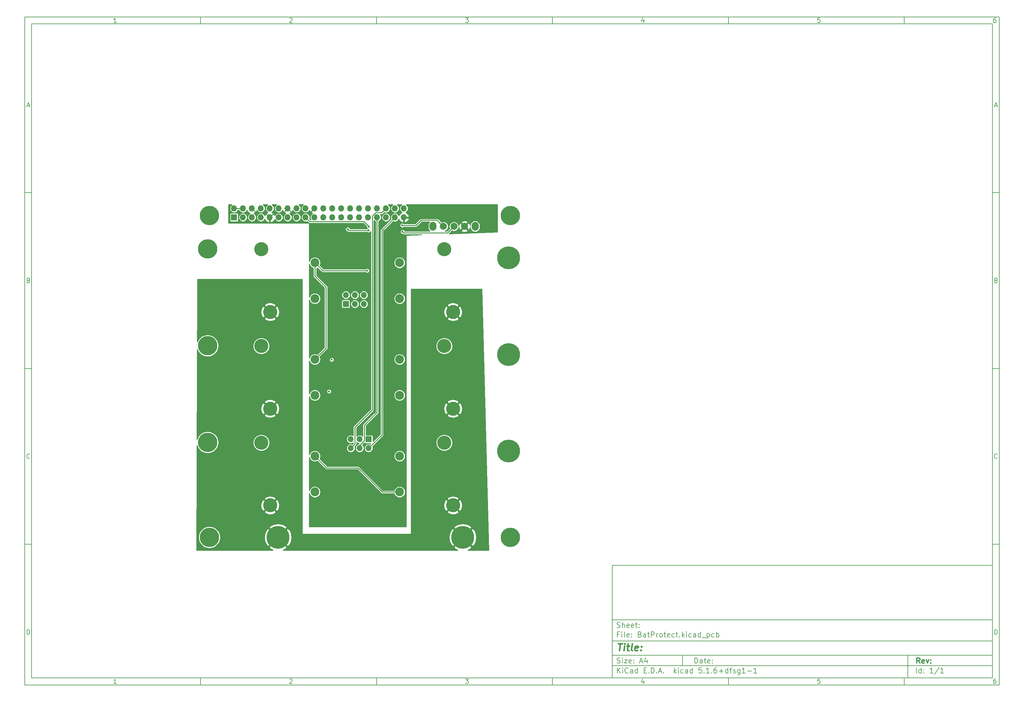
<source format=gbr>
G04 #@! TF.GenerationSoftware,KiCad,Pcbnew,5.1.6+dfsg1-1*
G04 #@! TF.CreationDate,2021-04-29T08:47:55+10:00*
G04 #@! TF.ProjectId,BatProtect,42617450-726f-4746-9563-742e6b696361,rev?*
G04 #@! TF.SameCoordinates,Original*
G04 #@! TF.FileFunction,Copper,L2,Bot*
G04 #@! TF.FilePolarity,Positive*
%FSLAX45Y45*%
G04 Gerber Fmt 4.5, Leading zero omitted, Abs format (unit mm)*
G04 Created by KiCad (PCBNEW 5.1.6+dfsg1-1) date 2021-04-29 08:47:55*
%MOMM*%
%LPD*%
G01*
G04 APERTURE LIST*
%ADD10C,0.100000*%
%ADD11C,0.150000*%
%ADD12C,0.300000*%
%ADD13C,0.400000*%
G04 #@! TA.AperFunction,ComponentPad*
%ADD14O,1.700000X1.700000*%
G04 #@! TD*
G04 #@! TA.AperFunction,ComponentPad*
%ADD15R,1.700000X1.700000*%
G04 #@! TD*
G04 #@! TA.AperFunction,ComponentPad*
%ADD16C,5.500000*%
G04 #@! TD*
G04 #@! TA.AperFunction,ComponentPad*
%ADD17O,1.727200X1.727200*%
G04 #@! TD*
G04 #@! TA.AperFunction,ComponentPad*
%ADD18R,1.727200X1.727200*%
G04 #@! TD*
G04 #@! TA.AperFunction,ComponentPad*
%ADD19C,4.000000*%
G04 #@! TD*
G04 #@! TA.AperFunction,ComponentPad*
%ADD20C,2.500000*%
G04 #@! TD*
G04 #@! TA.AperFunction,ComponentPad*
%ADD21C,6.500000*%
G04 #@! TD*
G04 #@! TA.AperFunction,ComponentPad*
%ADD22C,2.000000*%
G04 #@! TD*
G04 #@! TA.AperFunction,ComponentPad*
%ADD23O,2.000000X2.500000*%
G04 #@! TD*
G04 #@! TA.AperFunction,ViaPad*
%ADD24C,0.600000*%
G04 #@! TD*
G04 #@! TA.AperFunction,Conductor*
%ADD25C,0.250000*%
G04 #@! TD*
G04 #@! TA.AperFunction,Conductor*
%ADD26C,0.254000*%
G04 #@! TD*
G04 APERTURE END LIST*
D10*
D11*
X17700220Y-16600720D02*
X17700220Y-19800720D01*
X28500220Y-19800720D01*
X28500220Y-16600720D01*
X17700220Y-16600720D01*
D10*
D11*
X1000000Y-1000000D02*
X1000000Y-20000720D01*
X28700220Y-20000720D01*
X28700220Y-1000000D01*
X1000000Y-1000000D01*
D10*
D11*
X1200000Y-1200000D02*
X1200000Y-19800720D01*
X28500220Y-19800720D01*
X28500220Y-1200000D01*
X1200000Y-1200000D01*
D10*
D11*
X6000000Y-1200000D02*
X6000000Y-1000000D01*
D10*
D11*
X11000000Y-1200000D02*
X11000000Y-1000000D01*
D10*
D11*
X16000000Y-1200000D02*
X16000000Y-1000000D01*
D10*
D11*
X21000000Y-1200000D02*
X21000000Y-1000000D01*
D10*
D11*
X26000000Y-1200000D02*
X26000000Y-1000000D01*
D10*
D11*
X3606548Y-1158810D02*
X3532262Y-1158810D01*
X3569405Y-1158810D02*
X3569405Y-1028809D01*
X3557024Y-1047381D01*
X3544643Y-1059762D01*
X3532262Y-1065952D01*
D10*
D11*
X8532262Y-1041190D02*
X8538452Y-1035000D01*
X8550833Y-1028809D01*
X8581786Y-1028809D01*
X8594167Y-1035000D01*
X8600357Y-1041190D01*
X8606548Y-1053571D01*
X8606548Y-1065952D01*
X8600357Y-1084524D01*
X8526071Y-1158810D01*
X8606548Y-1158810D01*
D10*
D11*
X13526071Y-1028809D02*
X13606548Y-1028809D01*
X13563214Y-1078333D01*
X13581786Y-1078333D01*
X13594167Y-1084524D01*
X13600357Y-1090714D01*
X13606548Y-1103095D01*
X13606548Y-1134048D01*
X13600357Y-1146429D01*
X13594167Y-1152619D01*
X13581786Y-1158810D01*
X13544643Y-1158810D01*
X13532262Y-1152619D01*
X13526071Y-1146429D01*
D10*
D11*
X18594167Y-1072143D02*
X18594167Y-1158810D01*
X18563214Y-1022619D02*
X18532262Y-1115476D01*
X18612738Y-1115476D01*
D10*
D11*
X23600357Y-1028809D02*
X23538452Y-1028809D01*
X23532262Y-1090714D01*
X23538452Y-1084524D01*
X23550833Y-1078333D01*
X23581786Y-1078333D01*
X23594167Y-1084524D01*
X23600357Y-1090714D01*
X23606548Y-1103095D01*
X23606548Y-1134048D01*
X23600357Y-1146429D01*
X23594167Y-1152619D01*
X23581786Y-1158810D01*
X23550833Y-1158810D01*
X23538452Y-1152619D01*
X23532262Y-1146429D01*
D10*
D11*
X28594167Y-1028809D02*
X28569405Y-1028809D01*
X28557024Y-1035000D01*
X28550833Y-1041190D01*
X28538452Y-1059762D01*
X28532262Y-1084524D01*
X28532262Y-1134048D01*
X28538452Y-1146429D01*
X28544643Y-1152619D01*
X28557024Y-1158810D01*
X28581786Y-1158810D01*
X28594167Y-1152619D01*
X28600357Y-1146429D01*
X28606548Y-1134048D01*
X28606548Y-1103095D01*
X28600357Y-1090714D01*
X28594167Y-1084524D01*
X28581786Y-1078333D01*
X28557024Y-1078333D01*
X28544643Y-1084524D01*
X28538452Y-1090714D01*
X28532262Y-1103095D01*
D10*
D11*
X6000000Y-19800720D02*
X6000000Y-20000720D01*
D10*
D11*
X11000000Y-19800720D02*
X11000000Y-20000720D01*
D10*
D11*
X16000000Y-19800720D02*
X16000000Y-20000720D01*
D10*
D11*
X21000000Y-19800720D02*
X21000000Y-20000720D01*
D10*
D11*
X26000000Y-19800720D02*
X26000000Y-20000720D01*
D10*
D11*
X3606548Y-19959530D02*
X3532262Y-19959530D01*
X3569405Y-19959530D02*
X3569405Y-19829530D01*
X3557024Y-19848101D01*
X3544643Y-19860482D01*
X3532262Y-19866672D01*
D10*
D11*
X8532262Y-19841910D02*
X8538452Y-19835720D01*
X8550833Y-19829530D01*
X8581786Y-19829530D01*
X8594167Y-19835720D01*
X8600357Y-19841910D01*
X8606548Y-19854291D01*
X8606548Y-19866672D01*
X8600357Y-19885244D01*
X8526071Y-19959530D01*
X8606548Y-19959530D01*
D10*
D11*
X13526071Y-19829530D02*
X13606548Y-19829530D01*
X13563214Y-19879053D01*
X13581786Y-19879053D01*
X13594167Y-19885244D01*
X13600357Y-19891434D01*
X13606548Y-19903815D01*
X13606548Y-19934768D01*
X13600357Y-19947149D01*
X13594167Y-19953339D01*
X13581786Y-19959530D01*
X13544643Y-19959530D01*
X13532262Y-19953339D01*
X13526071Y-19947149D01*
D10*
D11*
X18594167Y-19872863D02*
X18594167Y-19959530D01*
X18563214Y-19823339D02*
X18532262Y-19916196D01*
X18612738Y-19916196D01*
D10*
D11*
X23600357Y-19829530D02*
X23538452Y-19829530D01*
X23532262Y-19891434D01*
X23538452Y-19885244D01*
X23550833Y-19879053D01*
X23581786Y-19879053D01*
X23594167Y-19885244D01*
X23600357Y-19891434D01*
X23606548Y-19903815D01*
X23606548Y-19934768D01*
X23600357Y-19947149D01*
X23594167Y-19953339D01*
X23581786Y-19959530D01*
X23550833Y-19959530D01*
X23538452Y-19953339D01*
X23532262Y-19947149D01*
D10*
D11*
X28594167Y-19829530D02*
X28569405Y-19829530D01*
X28557024Y-19835720D01*
X28550833Y-19841910D01*
X28538452Y-19860482D01*
X28532262Y-19885244D01*
X28532262Y-19934768D01*
X28538452Y-19947149D01*
X28544643Y-19953339D01*
X28557024Y-19959530D01*
X28581786Y-19959530D01*
X28594167Y-19953339D01*
X28600357Y-19947149D01*
X28606548Y-19934768D01*
X28606548Y-19903815D01*
X28600357Y-19891434D01*
X28594167Y-19885244D01*
X28581786Y-19879053D01*
X28557024Y-19879053D01*
X28544643Y-19885244D01*
X28538452Y-19891434D01*
X28532262Y-19903815D01*
D10*
D11*
X1000000Y-6000000D02*
X1200000Y-6000000D01*
D10*
D11*
X1000000Y-11000000D02*
X1200000Y-11000000D01*
D10*
D11*
X1000000Y-16000000D02*
X1200000Y-16000000D01*
D10*
D11*
X1069048Y-3521667D02*
X1130952Y-3521667D01*
X1056667Y-3558809D02*
X1100000Y-3428809D01*
X1143333Y-3558809D01*
D10*
D11*
X1109286Y-8490714D02*
X1127857Y-8496905D01*
X1134048Y-8503095D01*
X1140238Y-8515476D01*
X1140238Y-8534048D01*
X1134048Y-8546429D01*
X1127857Y-8552619D01*
X1115476Y-8558810D01*
X1065952Y-8558810D01*
X1065952Y-8428810D01*
X1109286Y-8428810D01*
X1121667Y-8435000D01*
X1127857Y-8441190D01*
X1134048Y-8453571D01*
X1134048Y-8465952D01*
X1127857Y-8478333D01*
X1121667Y-8484524D01*
X1109286Y-8490714D01*
X1065952Y-8490714D01*
D10*
D11*
X1140238Y-13546428D02*
X1134048Y-13552619D01*
X1115476Y-13558809D01*
X1103095Y-13558809D01*
X1084524Y-13552619D01*
X1072143Y-13540238D01*
X1065952Y-13527857D01*
X1059762Y-13503095D01*
X1059762Y-13484524D01*
X1065952Y-13459762D01*
X1072143Y-13447381D01*
X1084524Y-13435000D01*
X1103095Y-13428809D01*
X1115476Y-13428809D01*
X1134048Y-13435000D01*
X1140238Y-13441190D01*
D10*
D11*
X1065952Y-18558810D02*
X1065952Y-18428810D01*
X1096905Y-18428810D01*
X1115476Y-18435000D01*
X1127857Y-18447381D01*
X1134048Y-18459762D01*
X1140238Y-18484524D01*
X1140238Y-18503095D01*
X1134048Y-18527857D01*
X1127857Y-18540238D01*
X1115476Y-18552619D01*
X1096905Y-18558810D01*
X1065952Y-18558810D01*
D10*
D11*
X28700220Y-6000000D02*
X28500220Y-6000000D01*
D10*
D11*
X28700220Y-11000000D02*
X28500220Y-11000000D01*
D10*
D11*
X28700220Y-16000000D02*
X28500220Y-16000000D01*
D10*
D11*
X28569268Y-3521667D02*
X28631172Y-3521667D01*
X28556887Y-3558809D02*
X28600220Y-3428809D01*
X28643553Y-3558809D01*
D10*
D11*
X28609506Y-8490714D02*
X28628077Y-8496905D01*
X28634268Y-8503095D01*
X28640458Y-8515476D01*
X28640458Y-8534048D01*
X28634268Y-8546429D01*
X28628077Y-8552619D01*
X28615696Y-8558810D01*
X28566172Y-8558810D01*
X28566172Y-8428810D01*
X28609506Y-8428810D01*
X28621887Y-8435000D01*
X28628077Y-8441190D01*
X28634268Y-8453571D01*
X28634268Y-8465952D01*
X28628077Y-8478333D01*
X28621887Y-8484524D01*
X28609506Y-8490714D01*
X28566172Y-8490714D01*
D10*
D11*
X28640458Y-13546428D02*
X28634268Y-13552619D01*
X28615696Y-13558809D01*
X28603315Y-13558809D01*
X28584744Y-13552619D01*
X28572363Y-13540238D01*
X28566172Y-13527857D01*
X28559982Y-13503095D01*
X28559982Y-13484524D01*
X28566172Y-13459762D01*
X28572363Y-13447381D01*
X28584744Y-13435000D01*
X28603315Y-13428809D01*
X28615696Y-13428809D01*
X28634268Y-13435000D01*
X28640458Y-13441190D01*
D10*
D11*
X28566172Y-18558810D02*
X28566172Y-18428810D01*
X28597125Y-18428810D01*
X28615696Y-18435000D01*
X28628077Y-18447381D01*
X28634268Y-18459762D01*
X28640458Y-18484524D01*
X28640458Y-18503095D01*
X28634268Y-18527857D01*
X28628077Y-18540238D01*
X28615696Y-18552619D01*
X28597125Y-18558810D01*
X28566172Y-18558810D01*
D10*
D11*
X20043434Y-19378577D02*
X20043434Y-19228577D01*
X20079149Y-19228577D01*
X20100577Y-19235720D01*
X20114863Y-19250006D01*
X20122006Y-19264291D01*
X20129149Y-19292863D01*
X20129149Y-19314291D01*
X20122006Y-19342863D01*
X20114863Y-19357149D01*
X20100577Y-19371434D01*
X20079149Y-19378577D01*
X20043434Y-19378577D01*
X20257720Y-19378577D02*
X20257720Y-19300006D01*
X20250577Y-19285720D01*
X20236291Y-19278577D01*
X20207720Y-19278577D01*
X20193434Y-19285720D01*
X20257720Y-19371434D02*
X20243434Y-19378577D01*
X20207720Y-19378577D01*
X20193434Y-19371434D01*
X20186291Y-19357149D01*
X20186291Y-19342863D01*
X20193434Y-19328577D01*
X20207720Y-19321434D01*
X20243434Y-19321434D01*
X20257720Y-19314291D01*
X20307720Y-19278577D02*
X20364863Y-19278577D01*
X20329149Y-19228577D02*
X20329149Y-19357149D01*
X20336291Y-19371434D01*
X20350577Y-19378577D01*
X20364863Y-19378577D01*
X20472006Y-19371434D02*
X20457720Y-19378577D01*
X20429149Y-19378577D01*
X20414863Y-19371434D01*
X20407720Y-19357149D01*
X20407720Y-19300006D01*
X20414863Y-19285720D01*
X20429149Y-19278577D01*
X20457720Y-19278577D01*
X20472006Y-19285720D01*
X20479149Y-19300006D01*
X20479149Y-19314291D01*
X20407720Y-19328577D01*
X20543434Y-19364291D02*
X20550577Y-19371434D01*
X20543434Y-19378577D01*
X20536291Y-19371434D01*
X20543434Y-19364291D01*
X20543434Y-19378577D01*
X20543434Y-19285720D02*
X20550577Y-19292863D01*
X20543434Y-19300006D01*
X20536291Y-19292863D01*
X20543434Y-19285720D01*
X20543434Y-19300006D01*
D10*
D11*
X17700220Y-19450720D02*
X28500220Y-19450720D01*
D10*
D11*
X17843434Y-19658577D02*
X17843434Y-19508577D01*
X17929149Y-19658577D02*
X17864863Y-19572863D01*
X17929149Y-19508577D02*
X17843434Y-19594291D01*
X17993434Y-19658577D02*
X17993434Y-19558577D01*
X17993434Y-19508577D02*
X17986291Y-19515720D01*
X17993434Y-19522863D01*
X18000577Y-19515720D01*
X17993434Y-19508577D01*
X17993434Y-19522863D01*
X18150577Y-19644291D02*
X18143434Y-19651434D01*
X18122006Y-19658577D01*
X18107720Y-19658577D01*
X18086291Y-19651434D01*
X18072006Y-19637149D01*
X18064863Y-19622863D01*
X18057720Y-19594291D01*
X18057720Y-19572863D01*
X18064863Y-19544291D01*
X18072006Y-19530006D01*
X18086291Y-19515720D01*
X18107720Y-19508577D01*
X18122006Y-19508577D01*
X18143434Y-19515720D01*
X18150577Y-19522863D01*
X18279149Y-19658577D02*
X18279149Y-19580006D01*
X18272006Y-19565720D01*
X18257720Y-19558577D01*
X18229149Y-19558577D01*
X18214863Y-19565720D01*
X18279149Y-19651434D02*
X18264863Y-19658577D01*
X18229149Y-19658577D01*
X18214863Y-19651434D01*
X18207720Y-19637149D01*
X18207720Y-19622863D01*
X18214863Y-19608577D01*
X18229149Y-19601434D01*
X18264863Y-19601434D01*
X18279149Y-19594291D01*
X18414863Y-19658577D02*
X18414863Y-19508577D01*
X18414863Y-19651434D02*
X18400577Y-19658577D01*
X18372006Y-19658577D01*
X18357720Y-19651434D01*
X18350577Y-19644291D01*
X18343434Y-19630006D01*
X18343434Y-19587149D01*
X18350577Y-19572863D01*
X18357720Y-19565720D01*
X18372006Y-19558577D01*
X18400577Y-19558577D01*
X18414863Y-19565720D01*
X18600577Y-19580006D02*
X18650577Y-19580006D01*
X18672006Y-19658577D02*
X18600577Y-19658577D01*
X18600577Y-19508577D01*
X18672006Y-19508577D01*
X18736291Y-19644291D02*
X18743434Y-19651434D01*
X18736291Y-19658577D01*
X18729149Y-19651434D01*
X18736291Y-19644291D01*
X18736291Y-19658577D01*
X18807720Y-19658577D02*
X18807720Y-19508577D01*
X18843434Y-19508577D01*
X18864863Y-19515720D01*
X18879149Y-19530006D01*
X18886291Y-19544291D01*
X18893434Y-19572863D01*
X18893434Y-19594291D01*
X18886291Y-19622863D01*
X18879149Y-19637149D01*
X18864863Y-19651434D01*
X18843434Y-19658577D01*
X18807720Y-19658577D01*
X18957720Y-19644291D02*
X18964863Y-19651434D01*
X18957720Y-19658577D01*
X18950577Y-19651434D01*
X18957720Y-19644291D01*
X18957720Y-19658577D01*
X19022006Y-19615720D02*
X19093434Y-19615720D01*
X19007720Y-19658577D02*
X19057720Y-19508577D01*
X19107720Y-19658577D01*
X19157720Y-19644291D02*
X19164863Y-19651434D01*
X19157720Y-19658577D01*
X19150577Y-19651434D01*
X19157720Y-19644291D01*
X19157720Y-19658577D01*
X19457720Y-19658577D02*
X19457720Y-19508577D01*
X19472006Y-19601434D02*
X19514863Y-19658577D01*
X19514863Y-19558577D02*
X19457720Y-19615720D01*
X19579149Y-19658577D02*
X19579149Y-19558577D01*
X19579149Y-19508577D02*
X19572006Y-19515720D01*
X19579149Y-19522863D01*
X19586291Y-19515720D01*
X19579149Y-19508577D01*
X19579149Y-19522863D01*
X19714863Y-19651434D02*
X19700577Y-19658577D01*
X19672006Y-19658577D01*
X19657720Y-19651434D01*
X19650577Y-19644291D01*
X19643434Y-19630006D01*
X19643434Y-19587149D01*
X19650577Y-19572863D01*
X19657720Y-19565720D01*
X19672006Y-19558577D01*
X19700577Y-19558577D01*
X19714863Y-19565720D01*
X19843434Y-19658577D02*
X19843434Y-19580006D01*
X19836291Y-19565720D01*
X19822006Y-19558577D01*
X19793434Y-19558577D01*
X19779149Y-19565720D01*
X19843434Y-19651434D02*
X19829149Y-19658577D01*
X19793434Y-19658577D01*
X19779149Y-19651434D01*
X19772006Y-19637149D01*
X19772006Y-19622863D01*
X19779149Y-19608577D01*
X19793434Y-19601434D01*
X19829149Y-19601434D01*
X19843434Y-19594291D01*
X19979149Y-19658577D02*
X19979149Y-19508577D01*
X19979149Y-19651434D02*
X19964863Y-19658577D01*
X19936291Y-19658577D01*
X19922006Y-19651434D01*
X19914863Y-19644291D01*
X19907720Y-19630006D01*
X19907720Y-19587149D01*
X19914863Y-19572863D01*
X19922006Y-19565720D01*
X19936291Y-19558577D01*
X19964863Y-19558577D01*
X19979149Y-19565720D01*
X20236291Y-19508577D02*
X20164863Y-19508577D01*
X20157720Y-19580006D01*
X20164863Y-19572863D01*
X20179149Y-19565720D01*
X20214863Y-19565720D01*
X20229149Y-19572863D01*
X20236291Y-19580006D01*
X20243434Y-19594291D01*
X20243434Y-19630006D01*
X20236291Y-19644291D01*
X20229149Y-19651434D01*
X20214863Y-19658577D01*
X20179149Y-19658577D01*
X20164863Y-19651434D01*
X20157720Y-19644291D01*
X20307720Y-19644291D02*
X20314863Y-19651434D01*
X20307720Y-19658577D01*
X20300577Y-19651434D01*
X20307720Y-19644291D01*
X20307720Y-19658577D01*
X20457720Y-19658577D02*
X20372006Y-19658577D01*
X20414863Y-19658577D02*
X20414863Y-19508577D01*
X20400577Y-19530006D01*
X20386291Y-19544291D01*
X20372006Y-19551434D01*
X20522006Y-19644291D02*
X20529149Y-19651434D01*
X20522006Y-19658577D01*
X20514863Y-19651434D01*
X20522006Y-19644291D01*
X20522006Y-19658577D01*
X20657720Y-19508577D02*
X20629149Y-19508577D01*
X20614863Y-19515720D01*
X20607720Y-19522863D01*
X20593434Y-19544291D01*
X20586291Y-19572863D01*
X20586291Y-19630006D01*
X20593434Y-19644291D01*
X20600577Y-19651434D01*
X20614863Y-19658577D01*
X20643434Y-19658577D01*
X20657720Y-19651434D01*
X20664863Y-19644291D01*
X20672006Y-19630006D01*
X20672006Y-19594291D01*
X20664863Y-19580006D01*
X20657720Y-19572863D01*
X20643434Y-19565720D01*
X20614863Y-19565720D01*
X20600577Y-19572863D01*
X20593434Y-19580006D01*
X20586291Y-19594291D01*
X20736291Y-19601434D02*
X20850577Y-19601434D01*
X20793434Y-19658577D02*
X20793434Y-19544291D01*
X20986291Y-19658577D02*
X20986291Y-19508577D01*
X20986291Y-19651434D02*
X20972006Y-19658577D01*
X20943434Y-19658577D01*
X20929149Y-19651434D01*
X20922006Y-19644291D01*
X20914863Y-19630006D01*
X20914863Y-19587149D01*
X20922006Y-19572863D01*
X20929149Y-19565720D01*
X20943434Y-19558577D01*
X20972006Y-19558577D01*
X20986291Y-19565720D01*
X21036291Y-19558577D02*
X21093434Y-19558577D01*
X21057720Y-19658577D02*
X21057720Y-19530006D01*
X21064863Y-19515720D01*
X21079149Y-19508577D01*
X21093434Y-19508577D01*
X21136291Y-19651434D02*
X21150577Y-19658577D01*
X21179149Y-19658577D01*
X21193434Y-19651434D01*
X21200577Y-19637149D01*
X21200577Y-19630006D01*
X21193434Y-19615720D01*
X21179149Y-19608577D01*
X21157720Y-19608577D01*
X21143434Y-19601434D01*
X21136291Y-19587149D01*
X21136291Y-19580006D01*
X21143434Y-19565720D01*
X21157720Y-19558577D01*
X21179149Y-19558577D01*
X21193434Y-19565720D01*
X21329149Y-19558577D02*
X21329149Y-19680006D01*
X21322006Y-19694291D01*
X21314863Y-19701434D01*
X21300577Y-19708577D01*
X21279149Y-19708577D01*
X21264863Y-19701434D01*
X21329149Y-19651434D02*
X21314863Y-19658577D01*
X21286291Y-19658577D01*
X21272006Y-19651434D01*
X21264863Y-19644291D01*
X21257720Y-19630006D01*
X21257720Y-19587149D01*
X21264863Y-19572863D01*
X21272006Y-19565720D01*
X21286291Y-19558577D01*
X21314863Y-19558577D01*
X21329149Y-19565720D01*
X21479149Y-19658577D02*
X21393434Y-19658577D01*
X21436291Y-19658577D02*
X21436291Y-19508577D01*
X21422006Y-19530006D01*
X21407720Y-19544291D01*
X21393434Y-19551434D01*
X21543434Y-19601434D02*
X21657720Y-19601434D01*
X21807720Y-19658577D02*
X21722006Y-19658577D01*
X21764863Y-19658577D02*
X21764863Y-19508577D01*
X21750577Y-19530006D01*
X21736291Y-19544291D01*
X21722006Y-19551434D01*
D10*
D11*
X17700220Y-19150720D02*
X28500220Y-19150720D01*
D10*
D12*
X26441148Y-19378577D02*
X26391148Y-19307149D01*
X26355434Y-19378577D02*
X26355434Y-19228577D01*
X26412577Y-19228577D01*
X26426863Y-19235720D01*
X26434006Y-19242863D01*
X26441148Y-19257149D01*
X26441148Y-19278577D01*
X26434006Y-19292863D01*
X26426863Y-19300006D01*
X26412577Y-19307149D01*
X26355434Y-19307149D01*
X26562577Y-19371434D02*
X26548291Y-19378577D01*
X26519720Y-19378577D01*
X26505434Y-19371434D01*
X26498291Y-19357149D01*
X26498291Y-19300006D01*
X26505434Y-19285720D01*
X26519720Y-19278577D01*
X26548291Y-19278577D01*
X26562577Y-19285720D01*
X26569720Y-19300006D01*
X26569720Y-19314291D01*
X26498291Y-19328577D01*
X26619720Y-19278577D02*
X26655434Y-19378577D01*
X26691148Y-19278577D01*
X26748291Y-19364291D02*
X26755434Y-19371434D01*
X26748291Y-19378577D01*
X26741148Y-19371434D01*
X26748291Y-19364291D01*
X26748291Y-19378577D01*
X26748291Y-19285720D02*
X26755434Y-19292863D01*
X26748291Y-19300006D01*
X26741148Y-19292863D01*
X26748291Y-19285720D01*
X26748291Y-19300006D01*
D10*
D11*
X17836291Y-19371434D02*
X17857720Y-19378577D01*
X17893434Y-19378577D01*
X17907720Y-19371434D01*
X17914863Y-19364291D01*
X17922006Y-19350006D01*
X17922006Y-19335720D01*
X17914863Y-19321434D01*
X17907720Y-19314291D01*
X17893434Y-19307149D01*
X17864863Y-19300006D01*
X17850577Y-19292863D01*
X17843434Y-19285720D01*
X17836291Y-19271434D01*
X17836291Y-19257149D01*
X17843434Y-19242863D01*
X17850577Y-19235720D01*
X17864863Y-19228577D01*
X17900577Y-19228577D01*
X17922006Y-19235720D01*
X17986291Y-19378577D02*
X17986291Y-19278577D01*
X17986291Y-19228577D02*
X17979149Y-19235720D01*
X17986291Y-19242863D01*
X17993434Y-19235720D01*
X17986291Y-19228577D01*
X17986291Y-19242863D01*
X18043434Y-19278577D02*
X18122006Y-19278577D01*
X18043434Y-19378577D01*
X18122006Y-19378577D01*
X18236291Y-19371434D02*
X18222006Y-19378577D01*
X18193434Y-19378577D01*
X18179149Y-19371434D01*
X18172006Y-19357149D01*
X18172006Y-19300006D01*
X18179149Y-19285720D01*
X18193434Y-19278577D01*
X18222006Y-19278577D01*
X18236291Y-19285720D01*
X18243434Y-19300006D01*
X18243434Y-19314291D01*
X18172006Y-19328577D01*
X18307720Y-19364291D02*
X18314863Y-19371434D01*
X18307720Y-19378577D01*
X18300577Y-19371434D01*
X18307720Y-19364291D01*
X18307720Y-19378577D01*
X18307720Y-19285720D02*
X18314863Y-19292863D01*
X18307720Y-19300006D01*
X18300577Y-19292863D01*
X18307720Y-19285720D01*
X18307720Y-19300006D01*
X18486291Y-19335720D02*
X18557720Y-19335720D01*
X18472006Y-19378577D02*
X18522006Y-19228577D01*
X18572006Y-19378577D01*
X18686291Y-19278577D02*
X18686291Y-19378577D01*
X18650577Y-19221434D02*
X18614863Y-19328577D01*
X18707720Y-19328577D01*
D10*
D11*
X26343434Y-19658577D02*
X26343434Y-19508577D01*
X26479148Y-19658577D02*
X26479148Y-19508577D01*
X26479148Y-19651434D02*
X26464863Y-19658577D01*
X26436291Y-19658577D01*
X26422006Y-19651434D01*
X26414863Y-19644291D01*
X26407720Y-19630006D01*
X26407720Y-19587149D01*
X26414863Y-19572863D01*
X26422006Y-19565720D01*
X26436291Y-19558577D01*
X26464863Y-19558577D01*
X26479148Y-19565720D01*
X26550577Y-19644291D02*
X26557720Y-19651434D01*
X26550577Y-19658577D01*
X26543434Y-19651434D01*
X26550577Y-19644291D01*
X26550577Y-19658577D01*
X26550577Y-19565720D02*
X26557720Y-19572863D01*
X26550577Y-19580006D01*
X26543434Y-19572863D01*
X26550577Y-19565720D01*
X26550577Y-19580006D01*
X26814863Y-19658577D02*
X26729148Y-19658577D01*
X26772006Y-19658577D02*
X26772006Y-19508577D01*
X26757720Y-19530006D01*
X26743434Y-19544291D01*
X26729148Y-19551434D01*
X26986291Y-19501434D02*
X26857720Y-19694291D01*
X27114863Y-19658577D02*
X27029148Y-19658577D01*
X27072006Y-19658577D02*
X27072006Y-19508577D01*
X27057720Y-19530006D01*
X27043434Y-19544291D01*
X27029148Y-19551434D01*
D10*
D11*
X17700220Y-18750720D02*
X28500220Y-18750720D01*
D10*
D13*
X17871458Y-18821196D02*
X17985744Y-18821196D01*
X17903601Y-19021196D02*
X17928601Y-18821196D01*
X18027410Y-19021196D02*
X18044077Y-18887863D01*
X18052410Y-18821196D02*
X18041696Y-18830720D01*
X18050030Y-18840244D01*
X18060744Y-18830720D01*
X18052410Y-18821196D01*
X18050030Y-18840244D01*
X18110744Y-18887863D02*
X18186934Y-18887863D01*
X18147649Y-18821196D02*
X18126220Y-18992625D01*
X18133363Y-19011672D01*
X18151220Y-19021196D01*
X18170268Y-19021196D01*
X18265506Y-19021196D02*
X18247649Y-19011672D01*
X18240506Y-18992625D01*
X18261934Y-18821196D01*
X18419077Y-19011672D02*
X18398839Y-19021196D01*
X18360744Y-19021196D01*
X18342887Y-19011672D01*
X18335744Y-18992625D01*
X18345268Y-18916434D01*
X18357172Y-18897387D01*
X18377410Y-18887863D01*
X18415506Y-18887863D01*
X18433363Y-18897387D01*
X18440506Y-18916434D01*
X18438125Y-18935482D01*
X18340506Y-18954530D01*
X18515506Y-19002149D02*
X18523839Y-19011672D01*
X18513125Y-19021196D01*
X18504791Y-19011672D01*
X18515506Y-19002149D01*
X18513125Y-19021196D01*
X18528601Y-18897387D02*
X18536934Y-18906910D01*
X18526220Y-18916434D01*
X18517887Y-18906910D01*
X18528601Y-18897387D01*
X18526220Y-18916434D01*
D10*
D11*
X17893434Y-18560006D02*
X17843434Y-18560006D01*
X17843434Y-18638577D02*
X17843434Y-18488577D01*
X17914863Y-18488577D01*
X17972006Y-18638577D02*
X17972006Y-18538577D01*
X17972006Y-18488577D02*
X17964863Y-18495720D01*
X17972006Y-18502863D01*
X17979149Y-18495720D01*
X17972006Y-18488577D01*
X17972006Y-18502863D01*
X18064863Y-18638577D02*
X18050577Y-18631434D01*
X18043434Y-18617149D01*
X18043434Y-18488577D01*
X18179149Y-18631434D02*
X18164863Y-18638577D01*
X18136291Y-18638577D01*
X18122006Y-18631434D01*
X18114863Y-18617149D01*
X18114863Y-18560006D01*
X18122006Y-18545720D01*
X18136291Y-18538577D01*
X18164863Y-18538577D01*
X18179149Y-18545720D01*
X18186291Y-18560006D01*
X18186291Y-18574291D01*
X18114863Y-18588577D01*
X18250577Y-18624291D02*
X18257720Y-18631434D01*
X18250577Y-18638577D01*
X18243434Y-18631434D01*
X18250577Y-18624291D01*
X18250577Y-18638577D01*
X18250577Y-18545720D02*
X18257720Y-18552863D01*
X18250577Y-18560006D01*
X18243434Y-18552863D01*
X18250577Y-18545720D01*
X18250577Y-18560006D01*
X18486291Y-18560006D02*
X18507720Y-18567149D01*
X18514863Y-18574291D01*
X18522006Y-18588577D01*
X18522006Y-18610006D01*
X18514863Y-18624291D01*
X18507720Y-18631434D01*
X18493434Y-18638577D01*
X18436291Y-18638577D01*
X18436291Y-18488577D01*
X18486291Y-18488577D01*
X18500577Y-18495720D01*
X18507720Y-18502863D01*
X18514863Y-18517149D01*
X18514863Y-18531434D01*
X18507720Y-18545720D01*
X18500577Y-18552863D01*
X18486291Y-18560006D01*
X18436291Y-18560006D01*
X18650577Y-18638577D02*
X18650577Y-18560006D01*
X18643434Y-18545720D01*
X18629149Y-18538577D01*
X18600577Y-18538577D01*
X18586291Y-18545720D01*
X18650577Y-18631434D02*
X18636291Y-18638577D01*
X18600577Y-18638577D01*
X18586291Y-18631434D01*
X18579149Y-18617149D01*
X18579149Y-18602863D01*
X18586291Y-18588577D01*
X18600577Y-18581434D01*
X18636291Y-18581434D01*
X18650577Y-18574291D01*
X18700577Y-18538577D02*
X18757720Y-18538577D01*
X18722006Y-18488577D02*
X18722006Y-18617149D01*
X18729149Y-18631434D01*
X18743434Y-18638577D01*
X18757720Y-18638577D01*
X18807720Y-18638577D02*
X18807720Y-18488577D01*
X18864863Y-18488577D01*
X18879149Y-18495720D01*
X18886291Y-18502863D01*
X18893434Y-18517149D01*
X18893434Y-18538577D01*
X18886291Y-18552863D01*
X18879149Y-18560006D01*
X18864863Y-18567149D01*
X18807720Y-18567149D01*
X18957720Y-18638577D02*
X18957720Y-18538577D01*
X18957720Y-18567149D02*
X18964863Y-18552863D01*
X18972006Y-18545720D01*
X18986291Y-18538577D01*
X19000577Y-18538577D01*
X19072006Y-18638577D02*
X19057720Y-18631434D01*
X19050577Y-18624291D01*
X19043434Y-18610006D01*
X19043434Y-18567149D01*
X19050577Y-18552863D01*
X19057720Y-18545720D01*
X19072006Y-18538577D01*
X19093434Y-18538577D01*
X19107720Y-18545720D01*
X19114863Y-18552863D01*
X19122006Y-18567149D01*
X19122006Y-18610006D01*
X19114863Y-18624291D01*
X19107720Y-18631434D01*
X19093434Y-18638577D01*
X19072006Y-18638577D01*
X19164863Y-18538577D02*
X19222006Y-18538577D01*
X19186291Y-18488577D02*
X19186291Y-18617149D01*
X19193434Y-18631434D01*
X19207720Y-18638577D01*
X19222006Y-18638577D01*
X19329149Y-18631434D02*
X19314863Y-18638577D01*
X19286291Y-18638577D01*
X19272006Y-18631434D01*
X19264863Y-18617149D01*
X19264863Y-18560006D01*
X19272006Y-18545720D01*
X19286291Y-18538577D01*
X19314863Y-18538577D01*
X19329149Y-18545720D01*
X19336291Y-18560006D01*
X19336291Y-18574291D01*
X19264863Y-18588577D01*
X19464863Y-18631434D02*
X19450577Y-18638577D01*
X19422006Y-18638577D01*
X19407720Y-18631434D01*
X19400577Y-18624291D01*
X19393434Y-18610006D01*
X19393434Y-18567149D01*
X19400577Y-18552863D01*
X19407720Y-18545720D01*
X19422006Y-18538577D01*
X19450577Y-18538577D01*
X19464863Y-18545720D01*
X19507720Y-18538577D02*
X19564863Y-18538577D01*
X19529149Y-18488577D02*
X19529149Y-18617149D01*
X19536291Y-18631434D01*
X19550577Y-18638577D01*
X19564863Y-18638577D01*
X19614863Y-18624291D02*
X19622006Y-18631434D01*
X19614863Y-18638577D01*
X19607720Y-18631434D01*
X19614863Y-18624291D01*
X19614863Y-18638577D01*
X19686291Y-18638577D02*
X19686291Y-18488577D01*
X19700577Y-18581434D02*
X19743434Y-18638577D01*
X19743434Y-18538577D02*
X19686291Y-18595720D01*
X19807720Y-18638577D02*
X19807720Y-18538577D01*
X19807720Y-18488577D02*
X19800577Y-18495720D01*
X19807720Y-18502863D01*
X19814863Y-18495720D01*
X19807720Y-18488577D01*
X19807720Y-18502863D01*
X19943434Y-18631434D02*
X19929149Y-18638577D01*
X19900577Y-18638577D01*
X19886291Y-18631434D01*
X19879149Y-18624291D01*
X19872006Y-18610006D01*
X19872006Y-18567149D01*
X19879149Y-18552863D01*
X19886291Y-18545720D01*
X19900577Y-18538577D01*
X19929149Y-18538577D01*
X19943434Y-18545720D01*
X20072006Y-18638577D02*
X20072006Y-18560006D01*
X20064863Y-18545720D01*
X20050577Y-18538577D01*
X20022006Y-18538577D01*
X20007720Y-18545720D01*
X20072006Y-18631434D02*
X20057720Y-18638577D01*
X20022006Y-18638577D01*
X20007720Y-18631434D01*
X20000577Y-18617149D01*
X20000577Y-18602863D01*
X20007720Y-18588577D01*
X20022006Y-18581434D01*
X20057720Y-18581434D01*
X20072006Y-18574291D01*
X20207720Y-18638577D02*
X20207720Y-18488577D01*
X20207720Y-18631434D02*
X20193434Y-18638577D01*
X20164863Y-18638577D01*
X20150577Y-18631434D01*
X20143434Y-18624291D01*
X20136291Y-18610006D01*
X20136291Y-18567149D01*
X20143434Y-18552863D01*
X20150577Y-18545720D01*
X20164863Y-18538577D01*
X20193434Y-18538577D01*
X20207720Y-18545720D01*
X20243434Y-18652863D02*
X20357720Y-18652863D01*
X20393434Y-18538577D02*
X20393434Y-18688577D01*
X20393434Y-18545720D02*
X20407720Y-18538577D01*
X20436291Y-18538577D01*
X20450577Y-18545720D01*
X20457720Y-18552863D01*
X20464863Y-18567149D01*
X20464863Y-18610006D01*
X20457720Y-18624291D01*
X20450577Y-18631434D01*
X20436291Y-18638577D01*
X20407720Y-18638577D01*
X20393434Y-18631434D01*
X20593434Y-18631434D02*
X20579149Y-18638577D01*
X20550577Y-18638577D01*
X20536291Y-18631434D01*
X20529149Y-18624291D01*
X20522006Y-18610006D01*
X20522006Y-18567149D01*
X20529149Y-18552863D01*
X20536291Y-18545720D01*
X20550577Y-18538577D01*
X20579149Y-18538577D01*
X20593434Y-18545720D01*
X20657720Y-18638577D02*
X20657720Y-18488577D01*
X20657720Y-18545720D02*
X20672006Y-18538577D01*
X20700577Y-18538577D01*
X20714863Y-18545720D01*
X20722006Y-18552863D01*
X20729149Y-18567149D01*
X20729149Y-18610006D01*
X20722006Y-18624291D01*
X20714863Y-18631434D01*
X20700577Y-18638577D01*
X20672006Y-18638577D01*
X20657720Y-18631434D01*
D10*
D11*
X17700220Y-18150720D02*
X28500220Y-18150720D01*
D10*
D11*
X17836291Y-18361434D02*
X17857720Y-18368577D01*
X17893434Y-18368577D01*
X17907720Y-18361434D01*
X17914863Y-18354291D01*
X17922006Y-18340006D01*
X17922006Y-18325720D01*
X17914863Y-18311434D01*
X17907720Y-18304291D01*
X17893434Y-18297149D01*
X17864863Y-18290006D01*
X17850577Y-18282863D01*
X17843434Y-18275720D01*
X17836291Y-18261434D01*
X17836291Y-18247149D01*
X17843434Y-18232863D01*
X17850577Y-18225720D01*
X17864863Y-18218577D01*
X17900577Y-18218577D01*
X17922006Y-18225720D01*
X17986291Y-18368577D02*
X17986291Y-18218577D01*
X18050577Y-18368577D02*
X18050577Y-18290006D01*
X18043434Y-18275720D01*
X18029149Y-18268577D01*
X18007720Y-18268577D01*
X17993434Y-18275720D01*
X17986291Y-18282863D01*
X18179149Y-18361434D02*
X18164863Y-18368577D01*
X18136291Y-18368577D01*
X18122006Y-18361434D01*
X18114863Y-18347149D01*
X18114863Y-18290006D01*
X18122006Y-18275720D01*
X18136291Y-18268577D01*
X18164863Y-18268577D01*
X18179149Y-18275720D01*
X18186291Y-18290006D01*
X18186291Y-18304291D01*
X18114863Y-18318577D01*
X18307720Y-18361434D02*
X18293434Y-18368577D01*
X18264863Y-18368577D01*
X18250577Y-18361434D01*
X18243434Y-18347149D01*
X18243434Y-18290006D01*
X18250577Y-18275720D01*
X18264863Y-18268577D01*
X18293434Y-18268577D01*
X18307720Y-18275720D01*
X18314863Y-18290006D01*
X18314863Y-18304291D01*
X18243434Y-18318577D01*
X18357720Y-18268577D02*
X18414863Y-18268577D01*
X18379149Y-18218577D02*
X18379149Y-18347149D01*
X18386291Y-18361434D01*
X18400577Y-18368577D01*
X18414863Y-18368577D01*
X18464863Y-18354291D02*
X18472006Y-18361434D01*
X18464863Y-18368577D01*
X18457720Y-18361434D01*
X18464863Y-18354291D01*
X18464863Y-18368577D01*
X18464863Y-18275720D02*
X18472006Y-18282863D01*
X18464863Y-18290006D01*
X18457720Y-18282863D01*
X18464863Y-18275720D01*
X18464863Y-18290006D01*
D10*
D11*
X19700220Y-19150720D02*
X19700220Y-19450720D01*
D10*
D11*
X26100220Y-19150720D02*
X26100220Y-19800720D01*
D14*
X10636088Y-8908701D03*
X10636088Y-9162701D03*
X10382088Y-8908701D03*
X10382088Y-9162701D03*
X10128088Y-8908701D03*
D15*
X10128088Y-9162701D03*
D14*
X10265233Y-13263859D03*
X10265233Y-13009859D03*
X10519233Y-13263859D03*
X10519233Y-13009859D03*
X10773233Y-13263859D03*
D15*
X10773233Y-13009859D03*
D16*
X6200000Y-10350000D03*
X6200000Y-7600000D03*
X6200000Y-13100000D03*
D17*
X11776000Y-6446000D03*
X11776000Y-6700000D03*
X11522000Y-6446000D03*
X11522000Y-6700000D03*
X11268000Y-6446000D03*
X11268000Y-6700000D03*
X11014000Y-6446000D03*
X11014000Y-6700000D03*
X10760000Y-6446000D03*
X10760000Y-6700000D03*
X10506000Y-6446000D03*
X10506000Y-6700000D03*
X10252000Y-6446000D03*
X10252000Y-6700000D03*
X9998000Y-6446000D03*
X9998000Y-6700000D03*
X9744000Y-6446000D03*
X9744000Y-6700000D03*
X9490000Y-6446000D03*
X9490000Y-6700000D03*
X9236000Y-6446000D03*
X9236000Y-6700000D03*
X8982000Y-6446000D03*
X8982000Y-6700000D03*
X8728000Y-6446000D03*
X8728000Y-6700000D03*
X8474000Y-6446000D03*
X8474000Y-6700000D03*
X8220000Y-6446000D03*
X8220000Y-6700000D03*
X7966000Y-6446000D03*
X7966000Y-6700000D03*
X7712000Y-6446000D03*
X7712000Y-6700000D03*
X7458000Y-6446000D03*
X7458000Y-6700000D03*
X7204000Y-6446000D03*
X7204000Y-6700000D03*
X6950000Y-6446000D03*
D18*
X6950000Y-6700000D03*
D16*
X6250000Y-6650000D03*
X14800000Y-6650000D03*
X14800000Y-15800000D03*
X6250000Y-15800000D03*
D19*
X13174000Y-9390000D03*
X12924000Y-7610000D03*
D20*
X11654000Y-9010000D03*
X11654000Y-7990000D03*
X9246000Y-9010000D03*
X9246000Y-7990000D03*
D19*
X7976000Y-9390000D03*
X7726000Y-7610000D03*
X13174000Y-12140000D03*
X12924000Y-10360000D03*
D20*
X11654000Y-11760000D03*
X11654000Y-10740000D03*
X11654000Y-13490000D03*
X11654000Y-14510000D03*
D19*
X12924000Y-13110000D03*
X13174000Y-14890000D03*
X7726000Y-10360000D03*
X7976000Y-12140000D03*
D20*
X9246000Y-10740000D03*
X9246000Y-11760000D03*
X9246000Y-14510000D03*
X9246000Y-13490000D03*
D19*
X7976000Y-14890000D03*
X7726000Y-13110000D03*
D21*
X8200000Y-15800000D03*
X14750000Y-7850000D03*
X14750000Y-13350000D03*
X13450000Y-15800000D03*
X14750000Y-10600000D03*
D22*
X13200000Y-6957500D03*
X12900000Y-6957500D03*
D23*
X12600000Y-6957500D03*
X13800000Y-6957500D03*
D22*
X13500000Y-6957500D03*
D24*
X9725000Y-10750000D03*
X9650000Y-11650000D03*
X10734506Y-8215382D03*
X11500000Y-7700000D03*
X11500000Y-8350000D03*
X11250000Y-9150000D03*
X11650000Y-11300000D03*
X11450000Y-12000000D03*
X11150000Y-14150000D03*
X11700000Y-15200000D03*
X9350000Y-15200000D03*
X9200000Y-13850000D03*
X9650000Y-12650000D03*
X9150000Y-12100000D03*
X9650000Y-13250000D03*
X10850000Y-13700000D03*
X10400000Y-15300000D03*
X10380000Y-11010000D03*
X9280000Y-10310000D03*
X9240000Y-9370000D03*
X9150000Y-8450000D03*
X9850000Y-8500000D03*
X9550000Y-7100000D03*
X10500000Y-12000000D03*
X10250000Y-9350000D03*
X10550000Y-9400000D03*
X10250000Y-8700000D03*
X10500000Y-8700000D03*
X10150000Y-10450000D03*
X9650000Y-7700000D03*
X10250000Y-8450000D03*
X10580000Y-7240000D03*
X11510000Y-7010000D03*
X10170000Y-6890000D03*
X10210000Y-7410000D03*
X10950000Y-8500000D03*
X10950000Y-8150000D03*
X10950000Y-10775000D03*
X10950000Y-11975000D03*
X10875000Y-12825000D03*
X10575000Y-12625000D03*
X10750000Y-12075000D03*
X10400000Y-11850000D03*
X9950000Y-11825000D03*
X10050000Y-12050000D03*
X9125000Y-13300000D03*
X11125000Y-6850000D03*
X11050000Y-12350000D03*
X11410140Y-6564860D03*
X10680000Y-7650000D03*
X10420000Y-6930000D03*
X10600000Y-6950000D03*
X9140000Y-7250000D03*
X9160000Y-7770000D03*
X11780000Y-8630000D03*
X11560000Y-10110000D03*
X11320000Y-13070000D03*
X10400000Y-14650000D03*
X9140000Y-11090000D03*
X9820000Y-11130000D03*
X10040000Y-9390000D03*
X10040000Y-8610000D03*
X10300000Y-9790000D03*
X10680000Y-10230000D03*
X10380000Y-11450000D03*
X10600000Y-11430000D03*
X10740000Y-11770000D03*
X10280000Y-12670000D03*
X10120000Y-12890000D03*
X10980000Y-14590000D03*
X11360000Y-14630000D03*
X11700000Y-14290000D03*
X10400000Y-14030000D03*
X10080000Y-14490000D03*
X9960000Y-14830000D03*
X13600000Y-6390000D03*
X12060000Y-6410000D03*
X14360000Y-7090000D03*
X12320000Y-7010000D03*
X6250000Y-14450000D03*
X8450000Y-14250000D03*
X8450000Y-13300000D03*
X6100000Y-12400000D03*
X6150000Y-11500000D03*
X8350000Y-11250000D03*
X8500000Y-10050000D03*
X6100000Y-8700000D03*
X7050000Y-9150000D03*
X6150000Y-9650000D03*
X8750000Y-8600000D03*
X7700000Y-8600000D03*
X8000000Y-11400000D03*
X7050000Y-11950000D03*
X7400000Y-15900000D03*
X6950000Y-15200000D03*
X6150000Y-15150000D03*
X8800000Y-16000000D03*
X8500000Y-14900000D03*
X8600000Y-12700000D03*
X8700000Y-11700000D03*
X8250000Y-9750000D03*
X8600000Y-9100000D03*
X10770000Y-7070000D03*
X11740000Y-7110000D03*
X10180000Y-7040000D03*
X10780000Y-6960000D03*
X11730000Y-6930000D03*
X13675000Y-9675000D03*
X12375000Y-9000000D03*
X12300000Y-10275000D03*
X12275000Y-12275000D03*
X12300000Y-14650000D03*
X14025000Y-14350000D03*
X10600000Y-16025000D03*
X12025000Y-16100000D03*
X7050000Y-15825000D03*
D25*
X6950000Y-6446000D02*
X7204000Y-6446000D01*
X9246000Y-7990000D02*
X9246000Y-8371000D01*
X9562500Y-10423500D02*
X9246000Y-10740000D01*
X9562500Y-8687500D02*
X9562500Y-10423500D01*
X9246000Y-8371000D02*
X9562500Y-8687500D01*
X9471382Y-8215382D02*
X9246000Y-7990000D01*
X10734506Y-8215382D02*
X9471382Y-8215382D01*
X11654000Y-14510000D02*
X11160000Y-14510000D01*
X11160000Y-14510000D02*
X10475000Y-13825000D01*
X9581000Y-13825000D02*
X9246000Y-13490000D01*
X10475000Y-13825000D02*
X9581000Y-13825000D01*
X7879640Y-6613640D02*
X7966000Y-6700000D01*
X7830860Y-6564860D02*
X7879640Y-6613640D01*
X7576860Y-6564860D02*
X7830860Y-6564860D01*
X7458000Y-6446000D02*
X7576860Y-6564860D01*
X13242500Y-6700000D02*
X13500000Y-6957500D01*
X11776000Y-6700000D02*
X13242500Y-6700000D01*
X8084860Y-6581140D02*
X8338860Y-6581140D01*
X8338860Y-6581140D02*
X8474000Y-6446000D01*
X7966000Y-6700000D02*
X8084860Y-6581140D01*
X9117140Y-6564860D02*
X9236000Y-6446000D01*
X8592860Y-6564860D02*
X9117140Y-6564860D01*
X8474000Y-6446000D02*
X8592860Y-6564860D01*
X11014000Y-6822131D02*
X11014000Y-6700000D01*
X11014000Y-12249641D02*
X11014000Y-6822131D01*
X10655733Y-12607908D02*
X11014000Y-12249641D01*
X10655733Y-13047259D02*
X10655733Y-12607908D01*
X10519233Y-13183759D02*
X10655733Y-13047259D01*
X10519233Y-13263859D02*
X10519233Y-13183759D01*
X10350233Y-13178859D02*
X10265233Y-13263859D01*
X10382733Y-13146359D02*
X10350233Y-13178859D01*
X10382733Y-12667267D02*
X10382733Y-13146359D01*
X10878860Y-6659227D02*
X10878860Y-12171140D01*
X10973227Y-6564860D02*
X10878860Y-6659227D01*
X11149140Y-6564860D02*
X10973227Y-6564860D01*
X10878860Y-12171140D02*
X10382733Y-12667267D01*
X11268000Y-6446000D02*
X11149140Y-6564860D01*
X11150000Y-7072000D02*
X11522000Y-6700000D01*
X11150000Y-12887091D02*
X11150000Y-7072000D01*
X10773233Y-13263859D02*
X11150000Y-12887091D01*
X13100000Y-7057500D02*
X13200000Y-6957500D01*
X13017500Y-7140000D02*
X13100000Y-7057500D01*
X11770000Y-7140000D02*
X13017500Y-7140000D01*
X11740000Y-7110000D02*
X11770000Y-7140000D01*
X10210000Y-7070000D02*
X10180000Y-7040000D01*
X10770000Y-7070000D02*
X10210000Y-7070000D01*
X10638860Y-6818860D02*
X10780000Y-6960000D01*
X8982000Y-6700000D02*
X9100860Y-6818860D01*
X9100860Y-6818860D02*
X10638860Y-6818860D01*
X12800000Y-6857500D02*
X12900000Y-6957500D01*
X12722500Y-6780000D02*
X12800000Y-6857500D01*
X11730000Y-6930000D02*
X12120000Y-6930000D01*
X12270000Y-6780000D02*
X12722500Y-6780000D01*
X12120000Y-6930000D02*
X12270000Y-6780000D01*
D26*
G36*
X8887300Y-15700000D02*
G01*
X8887544Y-15702478D01*
X8888267Y-15704860D01*
X8889440Y-15707056D01*
X8891020Y-15708980D01*
X8892944Y-15710560D01*
X8895140Y-15711733D01*
X8897522Y-15712456D01*
X8900000Y-15712700D01*
X11975000Y-15712700D01*
X11977478Y-15712456D01*
X11979860Y-15711733D01*
X11982056Y-15710560D01*
X11983980Y-15708980D01*
X11985560Y-15707056D01*
X11986733Y-15704860D01*
X11987456Y-15702478D01*
X11987700Y-15700000D01*
X11987700Y-15526357D01*
X13194318Y-15526357D01*
X13450000Y-15782039D01*
X13705682Y-15526357D01*
X13669063Y-15476878D01*
X13601816Y-15440350D01*
X13528735Y-15417642D01*
X13452628Y-15409629D01*
X13376420Y-15416617D01*
X13303039Y-15438339D01*
X13235306Y-15473958D01*
X13230936Y-15476878D01*
X13194318Y-15526357D01*
X11987700Y-15526357D01*
X11987700Y-15074750D01*
X13007211Y-15074750D01*
X13028823Y-15111426D01*
X13074810Y-15135494D01*
X13124610Y-15150127D01*
X13176307Y-15154765D01*
X13227916Y-15149227D01*
X13277453Y-15133728D01*
X13319177Y-15111426D01*
X13340789Y-15074750D01*
X13174000Y-14907960D01*
X13007211Y-15074750D01*
X11987700Y-15074750D01*
X11987700Y-14892307D01*
X12909235Y-14892307D01*
X12914773Y-14943916D01*
X12930272Y-14993453D01*
X12952574Y-15035177D01*
X12989250Y-15056789D01*
X13156039Y-14890000D01*
X13191960Y-14890000D01*
X13358750Y-15056789D01*
X13395426Y-15035177D01*
X13419494Y-14989189D01*
X13434127Y-14939390D01*
X13438765Y-14887693D01*
X13433227Y-14836084D01*
X13417728Y-14786547D01*
X13395426Y-14744823D01*
X13358750Y-14723211D01*
X13191960Y-14890000D01*
X13156039Y-14890000D01*
X12989250Y-14723211D01*
X12952574Y-14744823D01*
X12928506Y-14790810D01*
X12913872Y-14840610D01*
X12909235Y-14892307D01*
X11987700Y-14892307D01*
X11987700Y-14705250D01*
X13007211Y-14705250D01*
X13174000Y-14872039D01*
X13340789Y-14705250D01*
X13319177Y-14668574D01*
X13273189Y-14644506D01*
X13223390Y-14629872D01*
X13171693Y-14625235D01*
X13120084Y-14630773D01*
X13070547Y-14646272D01*
X13028823Y-14668574D01*
X13007211Y-14705250D01*
X11987700Y-14705250D01*
X11987700Y-13086589D01*
X12686300Y-13086589D01*
X12686300Y-13133411D01*
X12695435Y-13179334D01*
X12713353Y-13222593D01*
X12739366Y-13261525D01*
X12772475Y-13294634D01*
X12811407Y-13320647D01*
X12854665Y-13338565D01*
X12900589Y-13347700D01*
X12947411Y-13347700D01*
X12993334Y-13338565D01*
X13036593Y-13320647D01*
X13075525Y-13294634D01*
X13108634Y-13261525D01*
X13134647Y-13222593D01*
X13152565Y-13179334D01*
X13161700Y-13133411D01*
X13161700Y-13086589D01*
X13152565Y-13040665D01*
X13134647Y-12997407D01*
X13108634Y-12958475D01*
X13075525Y-12925366D01*
X13036593Y-12899353D01*
X12993334Y-12881435D01*
X12947411Y-12872300D01*
X12900589Y-12872300D01*
X12854665Y-12881435D01*
X12811407Y-12899353D01*
X12772475Y-12925366D01*
X12739366Y-12958475D01*
X12713353Y-12997407D01*
X12695435Y-13040665D01*
X12686300Y-13086589D01*
X11987700Y-13086589D01*
X11987700Y-12324750D01*
X13007211Y-12324750D01*
X13028823Y-12361426D01*
X13074810Y-12385494D01*
X13124610Y-12400127D01*
X13176307Y-12404765D01*
X13227916Y-12399227D01*
X13277453Y-12383728D01*
X13319177Y-12361426D01*
X13340789Y-12324750D01*
X13174000Y-12157960D01*
X13007211Y-12324750D01*
X11987700Y-12324750D01*
X11987700Y-12142307D01*
X12909235Y-12142307D01*
X12914773Y-12193916D01*
X12930272Y-12243453D01*
X12952574Y-12285177D01*
X12989250Y-12306789D01*
X13156039Y-12140000D01*
X13191960Y-12140000D01*
X13358750Y-12306789D01*
X13395426Y-12285177D01*
X13419494Y-12239189D01*
X13434127Y-12189390D01*
X13438765Y-12137693D01*
X13433227Y-12086084D01*
X13417728Y-12036547D01*
X13395426Y-11994823D01*
X13358750Y-11973211D01*
X13191960Y-12140000D01*
X13156039Y-12140000D01*
X12989250Y-11973211D01*
X12952574Y-11994823D01*
X12928506Y-12040810D01*
X12913872Y-12090610D01*
X12909235Y-12142307D01*
X11987700Y-12142307D01*
X11987700Y-11955250D01*
X13007211Y-11955250D01*
X13174000Y-12122039D01*
X13340789Y-11955250D01*
X13319177Y-11918574D01*
X13273189Y-11894506D01*
X13223390Y-11879872D01*
X13171693Y-11875235D01*
X13120084Y-11880773D01*
X13070547Y-11896272D01*
X13028823Y-11918574D01*
X13007211Y-11955250D01*
X11987700Y-11955250D01*
X11987700Y-10336589D01*
X12686300Y-10336589D01*
X12686300Y-10383411D01*
X12695435Y-10429335D01*
X12713353Y-10472593D01*
X12739366Y-10511525D01*
X12772475Y-10544634D01*
X12811407Y-10570647D01*
X12854665Y-10588565D01*
X12900589Y-10597700D01*
X12947411Y-10597700D01*
X12993334Y-10588565D01*
X13036593Y-10570647D01*
X13075525Y-10544634D01*
X13108634Y-10511525D01*
X13134647Y-10472593D01*
X13152565Y-10429335D01*
X13161700Y-10383411D01*
X13161700Y-10336589D01*
X13152565Y-10290666D01*
X13134647Y-10247407D01*
X13108634Y-10208475D01*
X13075525Y-10175366D01*
X13036593Y-10149353D01*
X12993334Y-10131435D01*
X12947411Y-10122300D01*
X12900589Y-10122300D01*
X12854665Y-10131435D01*
X12811407Y-10149353D01*
X12772475Y-10175366D01*
X12739366Y-10208475D01*
X12713353Y-10247407D01*
X12695435Y-10290666D01*
X12686300Y-10336589D01*
X11987700Y-10336589D01*
X11987700Y-9574750D01*
X13007211Y-9574750D01*
X13028823Y-9611426D01*
X13074810Y-9635494D01*
X13124610Y-9650128D01*
X13176307Y-9654765D01*
X13227916Y-9649227D01*
X13277453Y-9633728D01*
X13319177Y-9611426D01*
X13340789Y-9574750D01*
X13174000Y-9407961D01*
X13007211Y-9574750D01*
X11987700Y-9574750D01*
X11987700Y-9392307D01*
X12909235Y-9392307D01*
X12914773Y-9443916D01*
X12930272Y-9493453D01*
X12952574Y-9535177D01*
X12989250Y-9556789D01*
X13156039Y-9390000D01*
X13191960Y-9390000D01*
X13358750Y-9556789D01*
X13395426Y-9535177D01*
X13419494Y-9489190D01*
X13434127Y-9439390D01*
X13438765Y-9387693D01*
X13433227Y-9336084D01*
X13417728Y-9286547D01*
X13395426Y-9244823D01*
X13358750Y-9223211D01*
X13191960Y-9390000D01*
X13156039Y-9390000D01*
X12989250Y-9223211D01*
X12952574Y-9244823D01*
X12928506Y-9290811D01*
X12913872Y-9340610D01*
X12909235Y-9392307D01*
X11987700Y-9392307D01*
X11987700Y-9205250D01*
X13007211Y-9205250D01*
X13174000Y-9372040D01*
X13340789Y-9205250D01*
X13319177Y-9168574D01*
X13273189Y-9144506D01*
X13223390Y-9129873D01*
X13171693Y-9125235D01*
X13120084Y-9130773D01*
X13070547Y-9146272D01*
X13028823Y-9168574D01*
X13007211Y-9205250D01*
X11987700Y-9205250D01*
X11987700Y-8737700D01*
X13987636Y-8737700D01*
X14186954Y-16162300D01*
X13594803Y-16162300D01*
X13596961Y-16161661D01*
X13664694Y-16126042D01*
X13669063Y-16123122D01*
X13705682Y-16073643D01*
X13450000Y-15817960D01*
X13194318Y-16073643D01*
X13230936Y-16123122D01*
X13298184Y-16159650D01*
X13306712Y-16162300D01*
X8344803Y-16162300D01*
X8346961Y-16161661D01*
X8414694Y-16126042D01*
X8419064Y-16123122D01*
X8455682Y-16073643D01*
X8200000Y-15817960D01*
X7944318Y-16073643D01*
X7980936Y-16123122D01*
X8048184Y-16159650D01*
X8056712Y-16162300D01*
X5887741Y-16162300D01*
X5889013Y-15769202D01*
X5937300Y-15769202D01*
X5937300Y-15830798D01*
X5949317Y-15891211D01*
X5972889Y-15948119D01*
X6007110Y-15999335D01*
X6050665Y-16042890D01*
X6101881Y-16077111D01*
X6158789Y-16100683D01*
X6219202Y-16112700D01*
X6280798Y-16112700D01*
X6341211Y-16100683D01*
X6398119Y-16077111D01*
X6449335Y-16042890D01*
X6492890Y-15999335D01*
X6527111Y-15948119D01*
X6550683Y-15891211D01*
X6562700Y-15830798D01*
X6562700Y-15797372D01*
X7809629Y-15797372D01*
X7816617Y-15873580D01*
X7838339Y-15946961D01*
X7873958Y-16014694D01*
X7876878Y-16019063D01*
X7926357Y-16055682D01*
X8182039Y-15800000D01*
X8217960Y-15800000D01*
X8473643Y-16055682D01*
X8523122Y-16019063D01*
X8559650Y-15951816D01*
X8582358Y-15878735D01*
X8590371Y-15802628D01*
X8589889Y-15797372D01*
X13059629Y-15797372D01*
X13066617Y-15873580D01*
X13088339Y-15946961D01*
X13123958Y-16014694D01*
X13126878Y-16019063D01*
X13176357Y-16055682D01*
X13432039Y-15800000D01*
X13467960Y-15800000D01*
X13723643Y-16055682D01*
X13773122Y-16019063D01*
X13809650Y-15951816D01*
X13832357Y-15878735D01*
X13840371Y-15802628D01*
X13833383Y-15726420D01*
X13811661Y-15653039D01*
X13776042Y-15585306D01*
X13773122Y-15580936D01*
X13723643Y-15544318D01*
X13467960Y-15800000D01*
X13432039Y-15800000D01*
X13176357Y-15544318D01*
X13126878Y-15580936D01*
X13090350Y-15648184D01*
X13067642Y-15721265D01*
X13059629Y-15797372D01*
X8589889Y-15797372D01*
X8583383Y-15726420D01*
X8561661Y-15653039D01*
X8526042Y-15585306D01*
X8523122Y-15580936D01*
X8473643Y-15544318D01*
X8217960Y-15800000D01*
X8182039Y-15800000D01*
X7926357Y-15544318D01*
X7876878Y-15580936D01*
X7840350Y-15648184D01*
X7817642Y-15721265D01*
X7809629Y-15797372D01*
X6562700Y-15797372D01*
X6562700Y-15769202D01*
X6550683Y-15708789D01*
X6527111Y-15651881D01*
X6492890Y-15600665D01*
X6449335Y-15557110D01*
X6403310Y-15526357D01*
X7944318Y-15526357D01*
X8200000Y-15782039D01*
X8455682Y-15526357D01*
X8419064Y-15476878D01*
X8351816Y-15440350D01*
X8278735Y-15417642D01*
X8202628Y-15409629D01*
X8126420Y-15416617D01*
X8053039Y-15438339D01*
X7985306Y-15473958D01*
X7980936Y-15476878D01*
X7944318Y-15526357D01*
X6403310Y-15526357D01*
X6398119Y-15522889D01*
X6341211Y-15499317D01*
X6280798Y-15487300D01*
X6219202Y-15487300D01*
X6158789Y-15499317D01*
X6101881Y-15522889D01*
X6050665Y-15557110D01*
X6007110Y-15600665D01*
X5972889Y-15651881D01*
X5949317Y-15708789D01*
X5937300Y-15769202D01*
X5889013Y-15769202D01*
X5891260Y-15074750D01*
X7809211Y-15074750D01*
X7830823Y-15111426D01*
X7876810Y-15135494D01*
X7926610Y-15150127D01*
X7978307Y-15154765D01*
X8029916Y-15149227D01*
X8079453Y-15133728D01*
X8121177Y-15111426D01*
X8142789Y-15074750D01*
X7976000Y-14907960D01*
X7809211Y-15074750D01*
X5891260Y-15074750D01*
X5891851Y-14892307D01*
X7711235Y-14892307D01*
X7716773Y-14943916D01*
X7732272Y-14993453D01*
X7754574Y-15035177D01*
X7791250Y-15056789D01*
X7958039Y-14890000D01*
X7993960Y-14890000D01*
X8160750Y-15056789D01*
X8197426Y-15035177D01*
X8221494Y-14989189D01*
X8236127Y-14939390D01*
X8240765Y-14887693D01*
X8235227Y-14836084D01*
X8219728Y-14786547D01*
X8197426Y-14744823D01*
X8160750Y-14723211D01*
X7993960Y-14890000D01*
X7958039Y-14890000D01*
X7791250Y-14723211D01*
X7754574Y-14744823D01*
X7730506Y-14790810D01*
X7715872Y-14840610D01*
X7711235Y-14892307D01*
X5891851Y-14892307D01*
X5892456Y-14705250D01*
X7809211Y-14705250D01*
X7976000Y-14872039D01*
X8142789Y-14705250D01*
X8121177Y-14668574D01*
X8075189Y-14644506D01*
X8025390Y-14629872D01*
X7973693Y-14625235D01*
X7922084Y-14630773D01*
X7872547Y-14646272D01*
X7830823Y-14668574D01*
X7809211Y-14705250D01*
X5892456Y-14705250D01*
X5897388Y-13181512D01*
X5899317Y-13191211D01*
X5922889Y-13248119D01*
X5957110Y-13299335D01*
X6000665Y-13342890D01*
X6051881Y-13377111D01*
X6108789Y-13400683D01*
X6169202Y-13412700D01*
X6230798Y-13412700D01*
X6291211Y-13400683D01*
X6348119Y-13377111D01*
X6399335Y-13342890D01*
X6442890Y-13299335D01*
X6477111Y-13248119D01*
X6500683Y-13191211D01*
X6512700Y-13130798D01*
X6512700Y-13086589D01*
X7488300Y-13086589D01*
X7488300Y-13133411D01*
X7497435Y-13179334D01*
X7515353Y-13222593D01*
X7541366Y-13261525D01*
X7574475Y-13294634D01*
X7613407Y-13320647D01*
X7656665Y-13338565D01*
X7702589Y-13347700D01*
X7749411Y-13347700D01*
X7795334Y-13338565D01*
X7838593Y-13320647D01*
X7877525Y-13294634D01*
X7910634Y-13261525D01*
X7936647Y-13222593D01*
X7954565Y-13179334D01*
X7963700Y-13133411D01*
X7963700Y-13086589D01*
X7954565Y-13040665D01*
X7936647Y-12997407D01*
X7910634Y-12958475D01*
X7877525Y-12925366D01*
X7838593Y-12899353D01*
X7795334Y-12881435D01*
X7749411Y-12872300D01*
X7702589Y-12872300D01*
X7656665Y-12881435D01*
X7613407Y-12899353D01*
X7574475Y-12925366D01*
X7541366Y-12958475D01*
X7515353Y-12997407D01*
X7497435Y-13040665D01*
X7488300Y-13086589D01*
X6512700Y-13086589D01*
X6512700Y-13069202D01*
X6500683Y-13008789D01*
X6477111Y-12951881D01*
X6442890Y-12900665D01*
X6399335Y-12857110D01*
X6348119Y-12822889D01*
X6291211Y-12799317D01*
X6230798Y-12787300D01*
X6169202Y-12787300D01*
X6108789Y-12799317D01*
X6051881Y-12822889D01*
X6000665Y-12857110D01*
X5957110Y-12900665D01*
X5922889Y-12951881D01*
X5899317Y-13008789D01*
X5897924Y-13015791D01*
X5900160Y-12324750D01*
X7809211Y-12324750D01*
X7830823Y-12361426D01*
X7876810Y-12385494D01*
X7926610Y-12400127D01*
X7978307Y-12404765D01*
X8029916Y-12399227D01*
X8079453Y-12383728D01*
X8121177Y-12361426D01*
X8142789Y-12324750D01*
X7976000Y-12157960D01*
X7809211Y-12324750D01*
X5900160Y-12324750D01*
X5900751Y-12142307D01*
X7711235Y-12142307D01*
X7716773Y-12193916D01*
X7732272Y-12243453D01*
X7754574Y-12285177D01*
X7791250Y-12306789D01*
X7958039Y-12140000D01*
X7993960Y-12140000D01*
X8160750Y-12306789D01*
X8197426Y-12285177D01*
X8221494Y-12239189D01*
X8236127Y-12189390D01*
X8240765Y-12137693D01*
X8235227Y-12086084D01*
X8219728Y-12036547D01*
X8197426Y-11994823D01*
X8160750Y-11973211D01*
X7993960Y-12140000D01*
X7958039Y-12140000D01*
X7791250Y-11973211D01*
X7754574Y-11994823D01*
X7730506Y-12040810D01*
X7715872Y-12090610D01*
X7711235Y-12142307D01*
X5900751Y-12142307D01*
X5901356Y-11955250D01*
X7809211Y-11955250D01*
X7976000Y-12122039D01*
X8142789Y-11955250D01*
X8121177Y-11918574D01*
X8075189Y-11894506D01*
X8025390Y-11879872D01*
X7973693Y-11875235D01*
X7922084Y-11880773D01*
X7872547Y-11896272D01*
X7830823Y-11918574D01*
X7809211Y-11955250D01*
X5901356Y-11955250D01*
X5906202Y-10457834D01*
X5922889Y-10498119D01*
X5957110Y-10549335D01*
X6000665Y-10592890D01*
X6051881Y-10627111D01*
X6108789Y-10650683D01*
X6169202Y-10662700D01*
X6230798Y-10662700D01*
X6291211Y-10650683D01*
X6348119Y-10627111D01*
X6399335Y-10592890D01*
X6442890Y-10549335D01*
X6477111Y-10498119D01*
X6500683Y-10441211D01*
X6512700Y-10380798D01*
X6512700Y-10336589D01*
X7488300Y-10336589D01*
X7488300Y-10383411D01*
X7497435Y-10429335D01*
X7515353Y-10472593D01*
X7541366Y-10511525D01*
X7574475Y-10544634D01*
X7613407Y-10570647D01*
X7656665Y-10588565D01*
X7702589Y-10597700D01*
X7749411Y-10597700D01*
X7795334Y-10588565D01*
X7838593Y-10570647D01*
X7877525Y-10544634D01*
X7910634Y-10511525D01*
X7936647Y-10472593D01*
X7954565Y-10429335D01*
X7963700Y-10383411D01*
X7963700Y-10336589D01*
X7954565Y-10290666D01*
X7936647Y-10247407D01*
X7910634Y-10208475D01*
X7877525Y-10175366D01*
X7838593Y-10149353D01*
X7795334Y-10131435D01*
X7749411Y-10122300D01*
X7702589Y-10122300D01*
X7656665Y-10131435D01*
X7613407Y-10149353D01*
X7574475Y-10175366D01*
X7541366Y-10208475D01*
X7515353Y-10247407D01*
X7497435Y-10290666D01*
X7488300Y-10336589D01*
X6512700Y-10336589D01*
X6512700Y-10319202D01*
X6500683Y-10258789D01*
X6477111Y-10201881D01*
X6442890Y-10150665D01*
X6399335Y-10107110D01*
X6348119Y-10072889D01*
X6291211Y-10049317D01*
X6230798Y-10037300D01*
X6169202Y-10037300D01*
X6108789Y-10049317D01*
X6051881Y-10072889D01*
X6000665Y-10107110D01*
X5957110Y-10150665D01*
X5922889Y-10201881D01*
X5906906Y-10240468D01*
X5909060Y-9574750D01*
X7809211Y-9574750D01*
X7830823Y-9611426D01*
X7876810Y-9635494D01*
X7926610Y-9650128D01*
X7978307Y-9654765D01*
X8029916Y-9649227D01*
X8079453Y-9633728D01*
X8121177Y-9611426D01*
X8142789Y-9574750D01*
X7976000Y-9407961D01*
X7809211Y-9574750D01*
X5909060Y-9574750D01*
X5909650Y-9392307D01*
X7711235Y-9392307D01*
X7716773Y-9443916D01*
X7732272Y-9493453D01*
X7754574Y-9535177D01*
X7791250Y-9556789D01*
X7958039Y-9390000D01*
X7993960Y-9390000D01*
X8160750Y-9556789D01*
X8197426Y-9535177D01*
X8221494Y-9489190D01*
X8236127Y-9439390D01*
X8240765Y-9387693D01*
X8235227Y-9336084D01*
X8219728Y-9286547D01*
X8197426Y-9244823D01*
X8160750Y-9223211D01*
X7993960Y-9390000D01*
X7958039Y-9390000D01*
X7791250Y-9223211D01*
X7754574Y-9244823D01*
X7730506Y-9290811D01*
X7715872Y-9340610D01*
X7711235Y-9392307D01*
X5909650Y-9392307D01*
X5910256Y-9205250D01*
X7809211Y-9205250D01*
X7976000Y-9372040D01*
X8142789Y-9205250D01*
X8121177Y-9168574D01*
X8075189Y-9144506D01*
X8025390Y-9129873D01*
X7973693Y-9125235D01*
X7922084Y-9130773D01*
X7872547Y-9146272D01*
X7830823Y-9168574D01*
X7809211Y-9205250D01*
X5910256Y-9205250D01*
X5912659Y-8462700D01*
X8887300Y-8462700D01*
X8887300Y-15700000D01*
G37*
X8887300Y-15700000D02*
X8887544Y-15702478D01*
X8888267Y-15704860D01*
X8889440Y-15707056D01*
X8891020Y-15708980D01*
X8892944Y-15710560D01*
X8895140Y-15711733D01*
X8897522Y-15712456D01*
X8900000Y-15712700D01*
X11975000Y-15712700D01*
X11977478Y-15712456D01*
X11979860Y-15711733D01*
X11982056Y-15710560D01*
X11983980Y-15708980D01*
X11985560Y-15707056D01*
X11986733Y-15704860D01*
X11987456Y-15702478D01*
X11987700Y-15700000D01*
X11987700Y-15526357D01*
X13194318Y-15526357D01*
X13450000Y-15782039D01*
X13705682Y-15526357D01*
X13669063Y-15476878D01*
X13601816Y-15440350D01*
X13528735Y-15417642D01*
X13452628Y-15409629D01*
X13376420Y-15416617D01*
X13303039Y-15438339D01*
X13235306Y-15473958D01*
X13230936Y-15476878D01*
X13194318Y-15526357D01*
X11987700Y-15526357D01*
X11987700Y-15074750D01*
X13007211Y-15074750D01*
X13028823Y-15111426D01*
X13074810Y-15135494D01*
X13124610Y-15150127D01*
X13176307Y-15154765D01*
X13227916Y-15149227D01*
X13277453Y-15133728D01*
X13319177Y-15111426D01*
X13340789Y-15074750D01*
X13174000Y-14907960D01*
X13007211Y-15074750D01*
X11987700Y-15074750D01*
X11987700Y-14892307D01*
X12909235Y-14892307D01*
X12914773Y-14943916D01*
X12930272Y-14993453D01*
X12952574Y-15035177D01*
X12989250Y-15056789D01*
X13156039Y-14890000D01*
X13191960Y-14890000D01*
X13358750Y-15056789D01*
X13395426Y-15035177D01*
X13419494Y-14989189D01*
X13434127Y-14939390D01*
X13438765Y-14887693D01*
X13433227Y-14836084D01*
X13417728Y-14786547D01*
X13395426Y-14744823D01*
X13358750Y-14723211D01*
X13191960Y-14890000D01*
X13156039Y-14890000D01*
X12989250Y-14723211D01*
X12952574Y-14744823D01*
X12928506Y-14790810D01*
X12913872Y-14840610D01*
X12909235Y-14892307D01*
X11987700Y-14892307D01*
X11987700Y-14705250D01*
X13007211Y-14705250D01*
X13174000Y-14872039D01*
X13340789Y-14705250D01*
X13319177Y-14668574D01*
X13273189Y-14644506D01*
X13223390Y-14629872D01*
X13171693Y-14625235D01*
X13120084Y-14630773D01*
X13070547Y-14646272D01*
X13028823Y-14668574D01*
X13007211Y-14705250D01*
X11987700Y-14705250D01*
X11987700Y-13086589D01*
X12686300Y-13086589D01*
X12686300Y-13133411D01*
X12695435Y-13179334D01*
X12713353Y-13222593D01*
X12739366Y-13261525D01*
X12772475Y-13294634D01*
X12811407Y-13320647D01*
X12854665Y-13338565D01*
X12900589Y-13347700D01*
X12947411Y-13347700D01*
X12993334Y-13338565D01*
X13036593Y-13320647D01*
X13075525Y-13294634D01*
X13108634Y-13261525D01*
X13134647Y-13222593D01*
X13152565Y-13179334D01*
X13161700Y-13133411D01*
X13161700Y-13086589D01*
X13152565Y-13040665D01*
X13134647Y-12997407D01*
X13108634Y-12958475D01*
X13075525Y-12925366D01*
X13036593Y-12899353D01*
X12993334Y-12881435D01*
X12947411Y-12872300D01*
X12900589Y-12872300D01*
X12854665Y-12881435D01*
X12811407Y-12899353D01*
X12772475Y-12925366D01*
X12739366Y-12958475D01*
X12713353Y-12997407D01*
X12695435Y-13040665D01*
X12686300Y-13086589D01*
X11987700Y-13086589D01*
X11987700Y-12324750D01*
X13007211Y-12324750D01*
X13028823Y-12361426D01*
X13074810Y-12385494D01*
X13124610Y-12400127D01*
X13176307Y-12404765D01*
X13227916Y-12399227D01*
X13277453Y-12383728D01*
X13319177Y-12361426D01*
X13340789Y-12324750D01*
X13174000Y-12157960D01*
X13007211Y-12324750D01*
X11987700Y-12324750D01*
X11987700Y-12142307D01*
X12909235Y-12142307D01*
X12914773Y-12193916D01*
X12930272Y-12243453D01*
X12952574Y-12285177D01*
X12989250Y-12306789D01*
X13156039Y-12140000D01*
X13191960Y-12140000D01*
X13358750Y-12306789D01*
X13395426Y-12285177D01*
X13419494Y-12239189D01*
X13434127Y-12189390D01*
X13438765Y-12137693D01*
X13433227Y-12086084D01*
X13417728Y-12036547D01*
X13395426Y-11994823D01*
X13358750Y-11973211D01*
X13191960Y-12140000D01*
X13156039Y-12140000D01*
X12989250Y-11973211D01*
X12952574Y-11994823D01*
X12928506Y-12040810D01*
X12913872Y-12090610D01*
X12909235Y-12142307D01*
X11987700Y-12142307D01*
X11987700Y-11955250D01*
X13007211Y-11955250D01*
X13174000Y-12122039D01*
X13340789Y-11955250D01*
X13319177Y-11918574D01*
X13273189Y-11894506D01*
X13223390Y-11879872D01*
X13171693Y-11875235D01*
X13120084Y-11880773D01*
X13070547Y-11896272D01*
X13028823Y-11918574D01*
X13007211Y-11955250D01*
X11987700Y-11955250D01*
X11987700Y-10336589D01*
X12686300Y-10336589D01*
X12686300Y-10383411D01*
X12695435Y-10429335D01*
X12713353Y-10472593D01*
X12739366Y-10511525D01*
X12772475Y-10544634D01*
X12811407Y-10570647D01*
X12854665Y-10588565D01*
X12900589Y-10597700D01*
X12947411Y-10597700D01*
X12993334Y-10588565D01*
X13036593Y-10570647D01*
X13075525Y-10544634D01*
X13108634Y-10511525D01*
X13134647Y-10472593D01*
X13152565Y-10429335D01*
X13161700Y-10383411D01*
X13161700Y-10336589D01*
X13152565Y-10290666D01*
X13134647Y-10247407D01*
X13108634Y-10208475D01*
X13075525Y-10175366D01*
X13036593Y-10149353D01*
X12993334Y-10131435D01*
X12947411Y-10122300D01*
X12900589Y-10122300D01*
X12854665Y-10131435D01*
X12811407Y-10149353D01*
X12772475Y-10175366D01*
X12739366Y-10208475D01*
X12713353Y-10247407D01*
X12695435Y-10290666D01*
X12686300Y-10336589D01*
X11987700Y-10336589D01*
X11987700Y-9574750D01*
X13007211Y-9574750D01*
X13028823Y-9611426D01*
X13074810Y-9635494D01*
X13124610Y-9650128D01*
X13176307Y-9654765D01*
X13227916Y-9649227D01*
X13277453Y-9633728D01*
X13319177Y-9611426D01*
X13340789Y-9574750D01*
X13174000Y-9407961D01*
X13007211Y-9574750D01*
X11987700Y-9574750D01*
X11987700Y-9392307D01*
X12909235Y-9392307D01*
X12914773Y-9443916D01*
X12930272Y-9493453D01*
X12952574Y-9535177D01*
X12989250Y-9556789D01*
X13156039Y-9390000D01*
X13191960Y-9390000D01*
X13358750Y-9556789D01*
X13395426Y-9535177D01*
X13419494Y-9489190D01*
X13434127Y-9439390D01*
X13438765Y-9387693D01*
X13433227Y-9336084D01*
X13417728Y-9286547D01*
X13395426Y-9244823D01*
X13358750Y-9223211D01*
X13191960Y-9390000D01*
X13156039Y-9390000D01*
X12989250Y-9223211D01*
X12952574Y-9244823D01*
X12928506Y-9290811D01*
X12913872Y-9340610D01*
X12909235Y-9392307D01*
X11987700Y-9392307D01*
X11987700Y-9205250D01*
X13007211Y-9205250D01*
X13174000Y-9372040D01*
X13340789Y-9205250D01*
X13319177Y-9168574D01*
X13273189Y-9144506D01*
X13223390Y-9129873D01*
X13171693Y-9125235D01*
X13120084Y-9130773D01*
X13070547Y-9146272D01*
X13028823Y-9168574D01*
X13007211Y-9205250D01*
X11987700Y-9205250D01*
X11987700Y-8737700D01*
X13987636Y-8737700D01*
X14186954Y-16162300D01*
X13594803Y-16162300D01*
X13596961Y-16161661D01*
X13664694Y-16126042D01*
X13669063Y-16123122D01*
X13705682Y-16073643D01*
X13450000Y-15817960D01*
X13194318Y-16073643D01*
X13230936Y-16123122D01*
X13298184Y-16159650D01*
X13306712Y-16162300D01*
X8344803Y-16162300D01*
X8346961Y-16161661D01*
X8414694Y-16126042D01*
X8419064Y-16123122D01*
X8455682Y-16073643D01*
X8200000Y-15817960D01*
X7944318Y-16073643D01*
X7980936Y-16123122D01*
X8048184Y-16159650D01*
X8056712Y-16162300D01*
X5887741Y-16162300D01*
X5889013Y-15769202D01*
X5937300Y-15769202D01*
X5937300Y-15830798D01*
X5949317Y-15891211D01*
X5972889Y-15948119D01*
X6007110Y-15999335D01*
X6050665Y-16042890D01*
X6101881Y-16077111D01*
X6158789Y-16100683D01*
X6219202Y-16112700D01*
X6280798Y-16112700D01*
X6341211Y-16100683D01*
X6398119Y-16077111D01*
X6449335Y-16042890D01*
X6492890Y-15999335D01*
X6527111Y-15948119D01*
X6550683Y-15891211D01*
X6562700Y-15830798D01*
X6562700Y-15797372D01*
X7809629Y-15797372D01*
X7816617Y-15873580D01*
X7838339Y-15946961D01*
X7873958Y-16014694D01*
X7876878Y-16019063D01*
X7926357Y-16055682D01*
X8182039Y-15800000D01*
X8217960Y-15800000D01*
X8473643Y-16055682D01*
X8523122Y-16019063D01*
X8559650Y-15951816D01*
X8582358Y-15878735D01*
X8590371Y-15802628D01*
X8589889Y-15797372D01*
X13059629Y-15797372D01*
X13066617Y-15873580D01*
X13088339Y-15946961D01*
X13123958Y-16014694D01*
X13126878Y-16019063D01*
X13176357Y-16055682D01*
X13432039Y-15800000D01*
X13467960Y-15800000D01*
X13723643Y-16055682D01*
X13773122Y-16019063D01*
X13809650Y-15951816D01*
X13832357Y-15878735D01*
X13840371Y-15802628D01*
X13833383Y-15726420D01*
X13811661Y-15653039D01*
X13776042Y-15585306D01*
X13773122Y-15580936D01*
X13723643Y-15544318D01*
X13467960Y-15800000D01*
X13432039Y-15800000D01*
X13176357Y-15544318D01*
X13126878Y-15580936D01*
X13090350Y-15648184D01*
X13067642Y-15721265D01*
X13059629Y-15797372D01*
X8589889Y-15797372D01*
X8583383Y-15726420D01*
X8561661Y-15653039D01*
X8526042Y-15585306D01*
X8523122Y-15580936D01*
X8473643Y-15544318D01*
X8217960Y-15800000D01*
X8182039Y-15800000D01*
X7926357Y-15544318D01*
X7876878Y-15580936D01*
X7840350Y-15648184D01*
X7817642Y-15721265D01*
X7809629Y-15797372D01*
X6562700Y-15797372D01*
X6562700Y-15769202D01*
X6550683Y-15708789D01*
X6527111Y-15651881D01*
X6492890Y-15600665D01*
X6449335Y-15557110D01*
X6403310Y-15526357D01*
X7944318Y-15526357D01*
X8200000Y-15782039D01*
X8455682Y-15526357D01*
X8419064Y-15476878D01*
X8351816Y-15440350D01*
X8278735Y-15417642D01*
X8202628Y-15409629D01*
X8126420Y-15416617D01*
X8053039Y-15438339D01*
X7985306Y-15473958D01*
X7980936Y-15476878D01*
X7944318Y-15526357D01*
X6403310Y-15526357D01*
X6398119Y-15522889D01*
X6341211Y-15499317D01*
X6280798Y-15487300D01*
X6219202Y-15487300D01*
X6158789Y-15499317D01*
X6101881Y-15522889D01*
X6050665Y-15557110D01*
X6007110Y-15600665D01*
X5972889Y-15651881D01*
X5949317Y-15708789D01*
X5937300Y-15769202D01*
X5889013Y-15769202D01*
X5891260Y-15074750D01*
X7809211Y-15074750D01*
X7830823Y-15111426D01*
X7876810Y-15135494D01*
X7926610Y-15150127D01*
X7978307Y-15154765D01*
X8029916Y-15149227D01*
X8079453Y-15133728D01*
X8121177Y-15111426D01*
X8142789Y-15074750D01*
X7976000Y-14907960D01*
X7809211Y-15074750D01*
X5891260Y-15074750D01*
X5891851Y-14892307D01*
X7711235Y-14892307D01*
X7716773Y-14943916D01*
X7732272Y-14993453D01*
X7754574Y-15035177D01*
X7791250Y-15056789D01*
X7958039Y-14890000D01*
X7993960Y-14890000D01*
X8160750Y-15056789D01*
X8197426Y-15035177D01*
X8221494Y-14989189D01*
X8236127Y-14939390D01*
X8240765Y-14887693D01*
X8235227Y-14836084D01*
X8219728Y-14786547D01*
X8197426Y-14744823D01*
X8160750Y-14723211D01*
X7993960Y-14890000D01*
X7958039Y-14890000D01*
X7791250Y-14723211D01*
X7754574Y-14744823D01*
X7730506Y-14790810D01*
X7715872Y-14840610D01*
X7711235Y-14892307D01*
X5891851Y-14892307D01*
X5892456Y-14705250D01*
X7809211Y-14705250D01*
X7976000Y-14872039D01*
X8142789Y-14705250D01*
X8121177Y-14668574D01*
X8075189Y-14644506D01*
X8025390Y-14629872D01*
X7973693Y-14625235D01*
X7922084Y-14630773D01*
X7872547Y-14646272D01*
X7830823Y-14668574D01*
X7809211Y-14705250D01*
X5892456Y-14705250D01*
X5897388Y-13181512D01*
X5899317Y-13191211D01*
X5922889Y-13248119D01*
X5957110Y-13299335D01*
X6000665Y-13342890D01*
X6051881Y-13377111D01*
X6108789Y-13400683D01*
X6169202Y-13412700D01*
X6230798Y-13412700D01*
X6291211Y-13400683D01*
X6348119Y-13377111D01*
X6399335Y-13342890D01*
X6442890Y-13299335D01*
X6477111Y-13248119D01*
X6500683Y-13191211D01*
X6512700Y-13130798D01*
X6512700Y-13086589D01*
X7488300Y-13086589D01*
X7488300Y-13133411D01*
X7497435Y-13179334D01*
X7515353Y-13222593D01*
X7541366Y-13261525D01*
X7574475Y-13294634D01*
X7613407Y-13320647D01*
X7656665Y-13338565D01*
X7702589Y-13347700D01*
X7749411Y-13347700D01*
X7795334Y-13338565D01*
X7838593Y-13320647D01*
X7877525Y-13294634D01*
X7910634Y-13261525D01*
X7936647Y-13222593D01*
X7954565Y-13179334D01*
X7963700Y-13133411D01*
X7963700Y-13086589D01*
X7954565Y-13040665D01*
X7936647Y-12997407D01*
X7910634Y-12958475D01*
X7877525Y-12925366D01*
X7838593Y-12899353D01*
X7795334Y-12881435D01*
X7749411Y-12872300D01*
X7702589Y-12872300D01*
X7656665Y-12881435D01*
X7613407Y-12899353D01*
X7574475Y-12925366D01*
X7541366Y-12958475D01*
X7515353Y-12997407D01*
X7497435Y-13040665D01*
X7488300Y-13086589D01*
X6512700Y-13086589D01*
X6512700Y-13069202D01*
X6500683Y-13008789D01*
X6477111Y-12951881D01*
X6442890Y-12900665D01*
X6399335Y-12857110D01*
X6348119Y-12822889D01*
X6291211Y-12799317D01*
X6230798Y-12787300D01*
X6169202Y-12787300D01*
X6108789Y-12799317D01*
X6051881Y-12822889D01*
X6000665Y-12857110D01*
X5957110Y-12900665D01*
X5922889Y-12951881D01*
X5899317Y-13008789D01*
X5897924Y-13015791D01*
X5900160Y-12324750D01*
X7809211Y-12324750D01*
X7830823Y-12361426D01*
X7876810Y-12385494D01*
X7926610Y-12400127D01*
X7978307Y-12404765D01*
X8029916Y-12399227D01*
X8079453Y-12383728D01*
X8121177Y-12361426D01*
X8142789Y-12324750D01*
X7976000Y-12157960D01*
X7809211Y-12324750D01*
X5900160Y-12324750D01*
X5900751Y-12142307D01*
X7711235Y-12142307D01*
X7716773Y-12193916D01*
X7732272Y-12243453D01*
X7754574Y-12285177D01*
X7791250Y-12306789D01*
X7958039Y-12140000D01*
X7993960Y-12140000D01*
X8160750Y-12306789D01*
X8197426Y-12285177D01*
X8221494Y-12239189D01*
X8236127Y-12189390D01*
X8240765Y-12137693D01*
X8235227Y-12086084D01*
X8219728Y-12036547D01*
X8197426Y-11994823D01*
X8160750Y-11973211D01*
X7993960Y-12140000D01*
X7958039Y-12140000D01*
X7791250Y-11973211D01*
X7754574Y-11994823D01*
X7730506Y-12040810D01*
X7715872Y-12090610D01*
X7711235Y-12142307D01*
X5900751Y-12142307D01*
X5901356Y-11955250D01*
X7809211Y-11955250D01*
X7976000Y-12122039D01*
X8142789Y-11955250D01*
X8121177Y-11918574D01*
X8075189Y-11894506D01*
X8025390Y-11879872D01*
X7973693Y-11875235D01*
X7922084Y-11880773D01*
X7872547Y-11896272D01*
X7830823Y-11918574D01*
X7809211Y-11955250D01*
X5901356Y-11955250D01*
X5906202Y-10457834D01*
X5922889Y-10498119D01*
X5957110Y-10549335D01*
X6000665Y-10592890D01*
X6051881Y-10627111D01*
X6108789Y-10650683D01*
X6169202Y-10662700D01*
X6230798Y-10662700D01*
X6291211Y-10650683D01*
X6348119Y-10627111D01*
X6399335Y-10592890D01*
X6442890Y-10549335D01*
X6477111Y-10498119D01*
X6500683Y-10441211D01*
X6512700Y-10380798D01*
X6512700Y-10336589D01*
X7488300Y-10336589D01*
X7488300Y-10383411D01*
X7497435Y-10429335D01*
X7515353Y-10472593D01*
X7541366Y-10511525D01*
X7574475Y-10544634D01*
X7613407Y-10570647D01*
X7656665Y-10588565D01*
X7702589Y-10597700D01*
X7749411Y-10597700D01*
X7795334Y-10588565D01*
X7838593Y-10570647D01*
X7877525Y-10544634D01*
X7910634Y-10511525D01*
X7936647Y-10472593D01*
X7954565Y-10429335D01*
X7963700Y-10383411D01*
X7963700Y-10336589D01*
X7954565Y-10290666D01*
X7936647Y-10247407D01*
X7910634Y-10208475D01*
X7877525Y-10175366D01*
X7838593Y-10149353D01*
X7795334Y-10131435D01*
X7749411Y-10122300D01*
X7702589Y-10122300D01*
X7656665Y-10131435D01*
X7613407Y-10149353D01*
X7574475Y-10175366D01*
X7541366Y-10208475D01*
X7515353Y-10247407D01*
X7497435Y-10290666D01*
X7488300Y-10336589D01*
X6512700Y-10336589D01*
X6512700Y-10319202D01*
X6500683Y-10258789D01*
X6477111Y-10201881D01*
X6442890Y-10150665D01*
X6399335Y-10107110D01*
X6348119Y-10072889D01*
X6291211Y-10049317D01*
X6230798Y-10037300D01*
X6169202Y-10037300D01*
X6108789Y-10049317D01*
X6051881Y-10072889D01*
X6000665Y-10107110D01*
X5957110Y-10150665D01*
X5922889Y-10201881D01*
X5906906Y-10240468D01*
X5909060Y-9574750D01*
X7809211Y-9574750D01*
X7830823Y-9611426D01*
X7876810Y-9635494D01*
X7926610Y-9650128D01*
X7978307Y-9654765D01*
X8029916Y-9649227D01*
X8079453Y-9633728D01*
X8121177Y-9611426D01*
X8142789Y-9574750D01*
X7976000Y-9407961D01*
X7809211Y-9574750D01*
X5909060Y-9574750D01*
X5909650Y-9392307D01*
X7711235Y-9392307D01*
X7716773Y-9443916D01*
X7732272Y-9493453D01*
X7754574Y-9535177D01*
X7791250Y-9556789D01*
X7958039Y-9390000D01*
X7993960Y-9390000D01*
X8160750Y-9556789D01*
X8197426Y-9535177D01*
X8221494Y-9489190D01*
X8236127Y-9439390D01*
X8240765Y-9387693D01*
X8235227Y-9336084D01*
X8219728Y-9286547D01*
X8197426Y-9244823D01*
X8160750Y-9223211D01*
X7993960Y-9390000D01*
X7958039Y-9390000D01*
X7791250Y-9223211D01*
X7754574Y-9244823D01*
X7730506Y-9290811D01*
X7715872Y-9340610D01*
X7711235Y-9392307D01*
X5909650Y-9392307D01*
X5910256Y-9205250D01*
X7809211Y-9205250D01*
X7976000Y-9372040D01*
X8142789Y-9205250D01*
X8121177Y-9168574D01*
X8075189Y-9144506D01*
X8025390Y-9129873D01*
X7973693Y-9125235D01*
X7922084Y-9130773D01*
X7872547Y-9146272D01*
X7830823Y-9168574D01*
X7809211Y-9205250D01*
X5910256Y-9205250D01*
X5912659Y-8462700D01*
X8887300Y-8462700D01*
X8887300Y-15700000D01*
G36*
X14427300Y-7117722D02*
G01*
X13064739Y-7163754D01*
X13137240Y-7091254D01*
X13137241Y-7091252D01*
X13144809Y-7083685D01*
X13159834Y-7089908D01*
X13186438Y-7095200D01*
X13213562Y-7095200D01*
X13240166Y-7089908D01*
X13265225Y-7079528D01*
X13277927Y-7071041D01*
X13404419Y-7071041D01*
X13413996Y-7097481D01*
X13442957Y-7111570D01*
X13474111Y-7119738D01*
X13506259Y-7121672D01*
X13538167Y-7117296D01*
X13568609Y-7106780D01*
X13586004Y-7097481D01*
X13595581Y-7071041D01*
X13500000Y-6975461D01*
X13404419Y-7071041D01*
X13277927Y-7071041D01*
X13287779Y-7064459D01*
X13306959Y-7045279D01*
X13322028Y-7022725D01*
X13332408Y-6997666D01*
X13337185Y-6973652D01*
X13340204Y-6995668D01*
X13350720Y-7026109D01*
X13360019Y-7043504D01*
X13386459Y-7053081D01*
X13482039Y-6957500D01*
X13517960Y-6957500D01*
X13613541Y-7053081D01*
X13639981Y-7043504D01*
X13654070Y-7014543D01*
X13662238Y-6983389D01*
X13662300Y-6982365D01*
X13662300Y-6989264D01*
X13664292Y-7009494D01*
X13672166Y-7035451D01*
X13684953Y-7059372D01*
X13702160Y-7080340D01*
X13723128Y-7097547D01*
X13747050Y-7110334D01*
X13773006Y-7118208D01*
X13800000Y-7120866D01*
X13826994Y-7118208D01*
X13852950Y-7110334D01*
X13876872Y-7097547D01*
X13897840Y-7080340D01*
X13915047Y-7059372D01*
X13927834Y-7035450D01*
X13935707Y-7009494D01*
X13937700Y-6989264D01*
X13937700Y-6925736D01*
X13935707Y-6905506D01*
X13927834Y-6879550D01*
X13915047Y-6855628D01*
X13897840Y-6834660D01*
X13876872Y-6817453D01*
X13852950Y-6804666D01*
X13826994Y-6796793D01*
X13800000Y-6794134D01*
X13773006Y-6796793D01*
X13747049Y-6804666D01*
X13723128Y-6817453D01*
X13702160Y-6834660D01*
X13684953Y-6855628D01*
X13672166Y-6879550D01*
X13664292Y-6905506D01*
X13662300Y-6925736D01*
X13662300Y-6937591D01*
X13659796Y-6919333D01*
X13649279Y-6888891D01*
X13639981Y-6871496D01*
X13613541Y-6861919D01*
X13517960Y-6957500D01*
X13482039Y-6957500D01*
X13386459Y-6861919D01*
X13360019Y-6871496D01*
X13345930Y-6900457D01*
X13337762Y-6931611D01*
X13337178Y-6941314D01*
X13332408Y-6917334D01*
X13322028Y-6892275D01*
X13306959Y-6869721D01*
X13287779Y-6850541D01*
X13277927Y-6843959D01*
X13404419Y-6843959D01*
X13500000Y-6939540D01*
X13595581Y-6843959D01*
X13586004Y-6817519D01*
X13557043Y-6803430D01*
X13525889Y-6795262D01*
X13493740Y-6793328D01*
X13461832Y-6797704D01*
X13431391Y-6808221D01*
X13413996Y-6817519D01*
X13404419Y-6843959D01*
X13277927Y-6843959D01*
X13265225Y-6835472D01*
X13240166Y-6825092D01*
X13213562Y-6819800D01*
X13186438Y-6819800D01*
X13159834Y-6825092D01*
X13134775Y-6835472D01*
X13112221Y-6850541D01*
X13093041Y-6869721D01*
X13077972Y-6892275D01*
X13067592Y-6917334D01*
X13062300Y-6943938D01*
X13062300Y-6971062D01*
X13067592Y-6997666D01*
X13073815Y-7012691D01*
X13066248Y-7020259D01*
X13066246Y-7020260D01*
X12996707Y-7089800D01*
X12940427Y-7089800D01*
X12965225Y-7079528D01*
X12987779Y-7064459D01*
X13006959Y-7045279D01*
X13022028Y-7022725D01*
X13032408Y-6997666D01*
X13037700Y-6971062D01*
X13037700Y-6943938D01*
X13032408Y-6917334D01*
X13022028Y-6892275D01*
X13006959Y-6869721D01*
X12987779Y-6850541D01*
X12965225Y-6835472D01*
X12940166Y-6825092D01*
X12913562Y-6819800D01*
X12886438Y-6819800D01*
X12859834Y-6825092D01*
X12844809Y-6831316D01*
X12837240Y-6823747D01*
X12837240Y-6823747D01*
X12759740Y-6746247D01*
X12758168Y-6744332D01*
X12750524Y-6738058D01*
X12741803Y-6733397D01*
X12732341Y-6730526D01*
X12724965Y-6729800D01*
X12724964Y-6729800D01*
X12722500Y-6729557D01*
X12720036Y-6729800D01*
X12272464Y-6729800D01*
X12270000Y-6729557D01*
X12267536Y-6729800D01*
X12267535Y-6729800D01*
X12260159Y-6730526D01*
X12250696Y-6733397D01*
X12241975Y-6738058D01*
X12234332Y-6744332D01*
X12232760Y-6746246D01*
X12099207Y-6879800D01*
X11775542Y-6879800D01*
X11773156Y-6877414D01*
X11762068Y-6870005D01*
X11749747Y-6864902D01*
X11736668Y-6862300D01*
X11723332Y-6862300D01*
X11710253Y-6864902D01*
X11697932Y-6870005D01*
X11686844Y-6877414D01*
X11677414Y-6886844D01*
X11670005Y-6897932D01*
X11664902Y-6910253D01*
X11662300Y-6923332D01*
X11662300Y-6936668D01*
X11664902Y-6949747D01*
X11670005Y-6962068D01*
X11677414Y-6973156D01*
X11686844Y-6982586D01*
X11697932Y-6989995D01*
X11710253Y-6995098D01*
X11723332Y-6997700D01*
X11736668Y-6997700D01*
X11749747Y-6995098D01*
X11762068Y-6989995D01*
X11773156Y-6982586D01*
X11775542Y-6980200D01*
X12117536Y-6980200D01*
X12120000Y-6980443D01*
X12122464Y-6980200D01*
X12122465Y-6980200D01*
X12129841Y-6979474D01*
X12139304Y-6976603D01*
X12148024Y-6971942D01*
X12155668Y-6965668D01*
X12157240Y-6963753D01*
X12290793Y-6830200D01*
X12507595Y-6830200D01*
X12502160Y-6834660D01*
X12484953Y-6855628D01*
X12472166Y-6879550D01*
X12464292Y-6905506D01*
X12462300Y-6925736D01*
X12462300Y-6989264D01*
X12464292Y-7009494D01*
X12472166Y-7035451D01*
X12484953Y-7059372D01*
X12502160Y-7080340D01*
X12513688Y-7089800D01*
X11804911Y-7089800D01*
X11799995Y-7077932D01*
X11792586Y-7066844D01*
X11783156Y-7057414D01*
X11772068Y-7050005D01*
X11759747Y-7044902D01*
X11746668Y-7042300D01*
X11733332Y-7042300D01*
X11720253Y-7044902D01*
X11707932Y-7050005D01*
X11696844Y-7057414D01*
X11687414Y-7066844D01*
X11680005Y-7077932D01*
X11674902Y-7090253D01*
X11672300Y-7103332D01*
X11672300Y-7116668D01*
X11674902Y-7129747D01*
X11680005Y-7142068D01*
X11687414Y-7153156D01*
X11696844Y-7162586D01*
X11707932Y-7169995D01*
X11720253Y-7175098D01*
X11733332Y-7177700D01*
X11736807Y-7177700D01*
X11741975Y-7181942D01*
X11746637Y-7184433D01*
X11750696Y-7186603D01*
X11760159Y-7189473D01*
X11767535Y-7190200D01*
X11767536Y-7190200D01*
X11770000Y-7190443D01*
X11772464Y-7190200D01*
X12281947Y-7190200D01*
X11849571Y-7204807D01*
X11847103Y-7205135D01*
X11844746Y-7205937D01*
X11842592Y-7207185D01*
X11840722Y-7208828D01*
X11839208Y-7210805D01*
X11838109Y-7213039D01*
X11837467Y-7215444D01*
X11837300Y-7217500D01*
X11837300Y-15494040D01*
X9087700Y-15494040D01*
X9087700Y-14548145D01*
X9089553Y-14557458D01*
X9101817Y-14587067D01*
X9119623Y-14613715D01*
X9142285Y-14636377D01*
X9168933Y-14654183D01*
X9198542Y-14666447D01*
X9229976Y-14672700D01*
X9262025Y-14672700D01*
X9293458Y-14666447D01*
X9323067Y-14654183D01*
X9349715Y-14636377D01*
X9372377Y-14613715D01*
X9390183Y-14587067D01*
X9402448Y-14557458D01*
X9408700Y-14526024D01*
X9408700Y-14493975D01*
X9402448Y-14462542D01*
X9390183Y-14432933D01*
X9372377Y-14406285D01*
X9349715Y-14383623D01*
X9323067Y-14365817D01*
X9293458Y-14353552D01*
X9262025Y-14347300D01*
X9229976Y-14347300D01*
X9198542Y-14353552D01*
X9168933Y-14365817D01*
X9142285Y-14383623D01*
X9119623Y-14406285D01*
X9101817Y-14432933D01*
X9089553Y-14462542D01*
X9087700Y-14471855D01*
X9087700Y-13528145D01*
X9089553Y-13537458D01*
X9101817Y-13567067D01*
X9119623Y-13593715D01*
X9142285Y-13616377D01*
X9168933Y-13634183D01*
X9198542Y-13646447D01*
X9229976Y-13652700D01*
X9262025Y-13652700D01*
X9293458Y-13646447D01*
X9320325Y-13635319D01*
X9543760Y-13858754D01*
X9545332Y-13860668D01*
X9552976Y-13866942D01*
X9561696Y-13871603D01*
X9571159Y-13874474D01*
X9578535Y-13875200D01*
X9578536Y-13875200D01*
X9581000Y-13875443D01*
X9583464Y-13875200D01*
X10454207Y-13875200D01*
X11122760Y-14543754D01*
X11124332Y-14545668D01*
X11131976Y-14551942D01*
X11140696Y-14556603D01*
X11150159Y-14559474D01*
X11157535Y-14560200D01*
X11157536Y-14560200D01*
X11160000Y-14560443D01*
X11162464Y-14560200D01*
X11498688Y-14560200D01*
X11509817Y-14587067D01*
X11527623Y-14613715D01*
X11550285Y-14636377D01*
X11576933Y-14654183D01*
X11606542Y-14666447D01*
X11637975Y-14672700D01*
X11670024Y-14672700D01*
X11701458Y-14666447D01*
X11731067Y-14654183D01*
X11757715Y-14636377D01*
X11780377Y-14613715D01*
X11798183Y-14587067D01*
X11810447Y-14557458D01*
X11816700Y-14526024D01*
X11816700Y-14493975D01*
X11810447Y-14462542D01*
X11798183Y-14432933D01*
X11780377Y-14406285D01*
X11757715Y-14383623D01*
X11731067Y-14365817D01*
X11701458Y-14353552D01*
X11670024Y-14347300D01*
X11637975Y-14347300D01*
X11606542Y-14353552D01*
X11576933Y-14365817D01*
X11550285Y-14383623D01*
X11527623Y-14406285D01*
X11509817Y-14432933D01*
X11498688Y-14459800D01*
X11180794Y-14459800D01*
X10512240Y-13791247D01*
X10510668Y-13789332D01*
X10503025Y-13783058D01*
X10494304Y-13778397D01*
X10484841Y-13775526D01*
X10477465Y-13774800D01*
X10477464Y-13774800D01*
X10475000Y-13774557D01*
X10472536Y-13774800D01*
X9601794Y-13774800D01*
X9391319Y-13564325D01*
X9402448Y-13537458D01*
X9408700Y-13506024D01*
X9408700Y-13473975D01*
X11491300Y-13473975D01*
X11491300Y-13506024D01*
X11497552Y-13537458D01*
X11509817Y-13567067D01*
X11527623Y-13593715D01*
X11550285Y-13616377D01*
X11576933Y-13634183D01*
X11606542Y-13646447D01*
X11637975Y-13652700D01*
X11670024Y-13652700D01*
X11701458Y-13646447D01*
X11731067Y-13634183D01*
X11757715Y-13616377D01*
X11780377Y-13593715D01*
X11798183Y-13567067D01*
X11810447Y-13537458D01*
X11816700Y-13506024D01*
X11816700Y-13473975D01*
X11810447Y-13442542D01*
X11798183Y-13412933D01*
X11780377Y-13386285D01*
X11757715Y-13363623D01*
X11731067Y-13345817D01*
X11701458Y-13333552D01*
X11670024Y-13327300D01*
X11637975Y-13327300D01*
X11606542Y-13333552D01*
X11576933Y-13345817D01*
X11550285Y-13363623D01*
X11527623Y-13386285D01*
X11509817Y-13412933D01*
X11497552Y-13442542D01*
X11491300Y-13473975D01*
X9408700Y-13473975D01*
X9402448Y-13442542D01*
X9390183Y-13412933D01*
X9372377Y-13386285D01*
X9349715Y-13363623D01*
X9323067Y-13345817D01*
X9293458Y-13333552D01*
X9262025Y-13327300D01*
X9229976Y-13327300D01*
X9198542Y-13333552D01*
X9168933Y-13345817D01*
X9142285Y-13363623D01*
X9119623Y-13386285D01*
X9101817Y-13412933D01*
X9089553Y-13442542D01*
X9087700Y-13451855D01*
X9087700Y-11798145D01*
X9089553Y-11807458D01*
X9101817Y-11837067D01*
X9119623Y-11863715D01*
X9142285Y-11886377D01*
X9168933Y-11904183D01*
X9198542Y-11916447D01*
X9229976Y-11922700D01*
X9262025Y-11922700D01*
X9293458Y-11916447D01*
X9323067Y-11904183D01*
X9349715Y-11886377D01*
X9372377Y-11863715D01*
X9390183Y-11837067D01*
X9402448Y-11807458D01*
X9408700Y-11776024D01*
X9408700Y-11743975D01*
X9402448Y-11712542D01*
X9390183Y-11682933D01*
X9372377Y-11656285D01*
X9359425Y-11643332D01*
X9582300Y-11643332D01*
X9582300Y-11656668D01*
X9584902Y-11669747D01*
X9590005Y-11682068D01*
X9597414Y-11693156D01*
X9606844Y-11702586D01*
X9617932Y-11709995D01*
X9630253Y-11715098D01*
X9643332Y-11717700D01*
X9656668Y-11717700D01*
X9669747Y-11715098D01*
X9682068Y-11709995D01*
X9693156Y-11702586D01*
X9702586Y-11693156D01*
X9709995Y-11682068D01*
X9715098Y-11669747D01*
X9717700Y-11656668D01*
X9717700Y-11643332D01*
X9715098Y-11630253D01*
X9709995Y-11617932D01*
X9702586Y-11606844D01*
X9693156Y-11597414D01*
X9682068Y-11590005D01*
X9669747Y-11584902D01*
X9656668Y-11582300D01*
X9643332Y-11582300D01*
X9630253Y-11584902D01*
X9617932Y-11590005D01*
X9606844Y-11597414D01*
X9597414Y-11606844D01*
X9590005Y-11617932D01*
X9584902Y-11630253D01*
X9582300Y-11643332D01*
X9359425Y-11643332D01*
X9349715Y-11633623D01*
X9323067Y-11615817D01*
X9293458Y-11603552D01*
X9262025Y-11597300D01*
X9229976Y-11597300D01*
X9198542Y-11603552D01*
X9168933Y-11615817D01*
X9142285Y-11633623D01*
X9119623Y-11656285D01*
X9101817Y-11682933D01*
X9089553Y-11712542D01*
X9087700Y-11721855D01*
X9087700Y-10778145D01*
X9089553Y-10787458D01*
X9101817Y-10817067D01*
X9119623Y-10843715D01*
X9142285Y-10866377D01*
X9168933Y-10884183D01*
X9198542Y-10896448D01*
X9229976Y-10902700D01*
X9262025Y-10902700D01*
X9293458Y-10896448D01*
X9323067Y-10884183D01*
X9349715Y-10866377D01*
X9372377Y-10843715D01*
X9390183Y-10817067D01*
X9402448Y-10787458D01*
X9408700Y-10756025D01*
X9408700Y-10743332D01*
X9657300Y-10743332D01*
X9657300Y-10756668D01*
X9659902Y-10769747D01*
X9665005Y-10782068D01*
X9672414Y-10793156D01*
X9681844Y-10802586D01*
X9692932Y-10809995D01*
X9705253Y-10815098D01*
X9718332Y-10817700D01*
X9731668Y-10817700D01*
X9744747Y-10815098D01*
X9757068Y-10809995D01*
X9768156Y-10802586D01*
X9777586Y-10793156D01*
X9784995Y-10782068D01*
X9790098Y-10769747D01*
X9792700Y-10756668D01*
X9792700Y-10743332D01*
X9790098Y-10730253D01*
X9784995Y-10717932D01*
X9777586Y-10706844D01*
X9768156Y-10697414D01*
X9757068Y-10690005D01*
X9744747Y-10684902D01*
X9731668Y-10682300D01*
X9718332Y-10682300D01*
X9705253Y-10684902D01*
X9692932Y-10690005D01*
X9681844Y-10697414D01*
X9672414Y-10706844D01*
X9665005Y-10717932D01*
X9659902Y-10730253D01*
X9657300Y-10743332D01*
X9408700Y-10743332D01*
X9408700Y-10723976D01*
X9402448Y-10692542D01*
X9391319Y-10665675D01*
X9596254Y-10460740D01*
X9598169Y-10459168D01*
X9604442Y-10451524D01*
X9609103Y-10442804D01*
X9611974Y-10433341D01*
X9612700Y-10425965D01*
X9612700Y-10425964D01*
X9612943Y-10423500D01*
X9612700Y-10421036D01*
X9612700Y-9077701D01*
X10005206Y-9077701D01*
X10005206Y-9247701D01*
X10005934Y-9255091D01*
X10008089Y-9262198D01*
X10011590Y-9268747D01*
X10016301Y-9274487D01*
X10022042Y-9279199D01*
X10028591Y-9282699D01*
X10035698Y-9284855D01*
X10043088Y-9285583D01*
X10213088Y-9285583D01*
X10220479Y-9284855D01*
X10227585Y-9282699D01*
X10234134Y-9279199D01*
X10239875Y-9274487D01*
X10244586Y-9268747D01*
X10248087Y-9262198D01*
X10250243Y-9255091D01*
X10250970Y-9247701D01*
X10250970Y-9150616D01*
X10259388Y-9150616D01*
X10259388Y-9174785D01*
X10264103Y-9198491D01*
X10273353Y-9220821D01*
X10286781Y-9240917D01*
X10303871Y-9258008D01*
X10323968Y-9271436D01*
X10346298Y-9280685D01*
X10370003Y-9285401D01*
X10394173Y-9285401D01*
X10417878Y-9280685D01*
X10440208Y-9271436D01*
X10460305Y-9258008D01*
X10477395Y-9240917D01*
X10490823Y-9220821D01*
X10500073Y-9198491D01*
X10504788Y-9174785D01*
X10504788Y-9150616D01*
X10513388Y-9150616D01*
X10513388Y-9174785D01*
X10518103Y-9198491D01*
X10527353Y-9220821D01*
X10540781Y-9240917D01*
X10557871Y-9258008D01*
X10577968Y-9271436D01*
X10600298Y-9280685D01*
X10624003Y-9285401D01*
X10648173Y-9285401D01*
X10671878Y-9280685D01*
X10694208Y-9271436D01*
X10714305Y-9258008D01*
X10731395Y-9240917D01*
X10744823Y-9220821D01*
X10754073Y-9198491D01*
X10758788Y-9174785D01*
X10758788Y-9150616D01*
X10754073Y-9126910D01*
X10744823Y-9104580D01*
X10731395Y-9084484D01*
X10714305Y-9067393D01*
X10694208Y-9053965D01*
X10671878Y-9044716D01*
X10648173Y-9040001D01*
X10624003Y-9040001D01*
X10600298Y-9044716D01*
X10577968Y-9053965D01*
X10557871Y-9067393D01*
X10540781Y-9084484D01*
X10527353Y-9104580D01*
X10518103Y-9126910D01*
X10513388Y-9150616D01*
X10504788Y-9150616D01*
X10500073Y-9126910D01*
X10490823Y-9104580D01*
X10477395Y-9084484D01*
X10460305Y-9067393D01*
X10440208Y-9053965D01*
X10417878Y-9044716D01*
X10394173Y-9040001D01*
X10370003Y-9040001D01*
X10346298Y-9044716D01*
X10323968Y-9053965D01*
X10303871Y-9067393D01*
X10286781Y-9084484D01*
X10273353Y-9104580D01*
X10264103Y-9126910D01*
X10259388Y-9150616D01*
X10250970Y-9150616D01*
X10250970Y-9077701D01*
X10250243Y-9070310D01*
X10248087Y-9063204D01*
X10244586Y-9056654D01*
X10239875Y-9050914D01*
X10234134Y-9046202D01*
X10227585Y-9042702D01*
X10220479Y-9040546D01*
X10213088Y-9039818D01*
X10043088Y-9039818D01*
X10035698Y-9040546D01*
X10028591Y-9042702D01*
X10022042Y-9046202D01*
X10016301Y-9050914D01*
X10011590Y-9056654D01*
X10008089Y-9063204D01*
X10005934Y-9070310D01*
X10005206Y-9077701D01*
X9612700Y-9077701D01*
X9612700Y-8896616D01*
X10005388Y-8896616D01*
X10005388Y-8920785D01*
X10010103Y-8944491D01*
X10019353Y-8966821D01*
X10032781Y-8986917D01*
X10049871Y-9004008D01*
X10069968Y-9017436D01*
X10092298Y-9026685D01*
X10116003Y-9031401D01*
X10140173Y-9031401D01*
X10163878Y-9026685D01*
X10186208Y-9017436D01*
X10206305Y-9004008D01*
X10223395Y-8986917D01*
X10236823Y-8966821D01*
X10246073Y-8944491D01*
X10250788Y-8920785D01*
X10250788Y-8896616D01*
X10259388Y-8896616D01*
X10259388Y-8920785D01*
X10264103Y-8944491D01*
X10273353Y-8966821D01*
X10286781Y-8986917D01*
X10303871Y-9004008D01*
X10323968Y-9017436D01*
X10346298Y-9026685D01*
X10370003Y-9031401D01*
X10394173Y-9031401D01*
X10417878Y-9026685D01*
X10440208Y-9017436D01*
X10460305Y-9004008D01*
X10477395Y-8986917D01*
X10490823Y-8966821D01*
X10500073Y-8944491D01*
X10504788Y-8920785D01*
X10504788Y-8896616D01*
X10513388Y-8896616D01*
X10513388Y-8920785D01*
X10518103Y-8944491D01*
X10527353Y-8966821D01*
X10540781Y-8986917D01*
X10557871Y-9004008D01*
X10577968Y-9017436D01*
X10600298Y-9026685D01*
X10624003Y-9031401D01*
X10648173Y-9031401D01*
X10671878Y-9026685D01*
X10694208Y-9017436D01*
X10714305Y-9004008D01*
X10731395Y-8986917D01*
X10744823Y-8966821D01*
X10754073Y-8944491D01*
X10758788Y-8920785D01*
X10758788Y-8896616D01*
X10754073Y-8872910D01*
X10744823Y-8850580D01*
X10731395Y-8830484D01*
X10714305Y-8813393D01*
X10694208Y-8799965D01*
X10671878Y-8790716D01*
X10648173Y-8786001D01*
X10624003Y-8786001D01*
X10600298Y-8790716D01*
X10577968Y-8799965D01*
X10557871Y-8813393D01*
X10540781Y-8830484D01*
X10527353Y-8850580D01*
X10518103Y-8872910D01*
X10513388Y-8896616D01*
X10504788Y-8896616D01*
X10500073Y-8872910D01*
X10490823Y-8850580D01*
X10477395Y-8830484D01*
X10460305Y-8813393D01*
X10440208Y-8799965D01*
X10417878Y-8790716D01*
X10394173Y-8786001D01*
X10370003Y-8786001D01*
X10346298Y-8790716D01*
X10323968Y-8799965D01*
X10303871Y-8813393D01*
X10286781Y-8830484D01*
X10273353Y-8850580D01*
X10264103Y-8872910D01*
X10259388Y-8896616D01*
X10250788Y-8896616D01*
X10246073Y-8872910D01*
X10236823Y-8850580D01*
X10223395Y-8830484D01*
X10206305Y-8813393D01*
X10186208Y-8799965D01*
X10163878Y-8790716D01*
X10140173Y-8786001D01*
X10116003Y-8786001D01*
X10092298Y-8790716D01*
X10069968Y-8799965D01*
X10049871Y-8813393D01*
X10032781Y-8830484D01*
X10019353Y-8850580D01*
X10010103Y-8872910D01*
X10005388Y-8896616D01*
X9612700Y-8896616D01*
X9612700Y-8689964D01*
X9612943Y-8687500D01*
X9612700Y-8685036D01*
X9612700Y-8685035D01*
X9611974Y-8677659D01*
X9609103Y-8668197D01*
X9604442Y-8659476D01*
X9598169Y-8651832D01*
X9596254Y-8650260D01*
X9296200Y-8350207D01*
X9296200Y-8145312D01*
X9320325Y-8135319D01*
X9434142Y-8249136D01*
X9435714Y-8251050D01*
X9443357Y-8257324D01*
X9452078Y-8261985D01*
X9461541Y-8264855D01*
X9468917Y-8265582D01*
X9468918Y-8265582D01*
X9471382Y-8265825D01*
X9473846Y-8265582D01*
X10688964Y-8265582D01*
X10691350Y-8267968D01*
X10702438Y-8275377D01*
X10714759Y-8280480D01*
X10727838Y-8283082D01*
X10741174Y-8283082D01*
X10754253Y-8280480D01*
X10766574Y-8275377D01*
X10777662Y-8267968D01*
X10787092Y-8258538D01*
X10794501Y-8247450D01*
X10799604Y-8235129D01*
X10802206Y-8222050D01*
X10802206Y-8208714D01*
X10799604Y-8195634D01*
X10794501Y-8183314D01*
X10787092Y-8172226D01*
X10777662Y-8162796D01*
X10766574Y-8155387D01*
X10754253Y-8150283D01*
X10741174Y-8147682D01*
X10727838Y-8147682D01*
X10714759Y-8150283D01*
X10702438Y-8155387D01*
X10691350Y-8162796D01*
X10688964Y-8165182D01*
X9492175Y-8165182D01*
X9391319Y-8064325D01*
X9402448Y-8037458D01*
X9408700Y-8006024D01*
X9408700Y-7973975D01*
X9402448Y-7942542D01*
X9390183Y-7912933D01*
X9372377Y-7886285D01*
X9349715Y-7863623D01*
X9323067Y-7845817D01*
X9293458Y-7833552D01*
X9262025Y-7827300D01*
X9229976Y-7827300D01*
X9198542Y-7833552D01*
X9168933Y-7845817D01*
X9142285Y-7863623D01*
X9119623Y-7886285D01*
X9101817Y-7912933D01*
X9089553Y-7942542D01*
X9087700Y-7951855D01*
X9087700Y-6870000D01*
X9087456Y-6867522D01*
X9087366Y-6867225D01*
X9091019Y-6868334D01*
X9098395Y-6869060D01*
X9098396Y-6869060D01*
X9100860Y-6869303D01*
X9103324Y-6869060D01*
X10618067Y-6869060D01*
X10712300Y-6963294D01*
X10712300Y-6966668D01*
X10714902Y-6979747D01*
X10720005Y-6992068D01*
X10727414Y-7003156D01*
X10735732Y-7011475D01*
X10726844Y-7017414D01*
X10724458Y-7019800D01*
X10244911Y-7019800D01*
X10239995Y-7007932D01*
X10232586Y-6996844D01*
X10223156Y-6987414D01*
X10212068Y-6980005D01*
X10199747Y-6974902D01*
X10186668Y-6972300D01*
X10173332Y-6972300D01*
X10160253Y-6974902D01*
X10147932Y-6980005D01*
X10136844Y-6987414D01*
X10127414Y-6996844D01*
X10120005Y-7007932D01*
X10114902Y-7020253D01*
X10112300Y-7033332D01*
X10112300Y-7046668D01*
X10114902Y-7059747D01*
X10120005Y-7072068D01*
X10127414Y-7083156D01*
X10136844Y-7092586D01*
X10147932Y-7099995D01*
X10160253Y-7105098D01*
X10173332Y-7107700D01*
X10176807Y-7107700D01*
X10181975Y-7111942D01*
X10190696Y-7116603D01*
X10200159Y-7119473D01*
X10210000Y-7120443D01*
X10212465Y-7120200D01*
X10724458Y-7120200D01*
X10726844Y-7122586D01*
X10737932Y-7129995D01*
X10750253Y-7135098D01*
X10763332Y-7137700D01*
X10776668Y-7137700D01*
X10789747Y-7135098D01*
X10802068Y-7129995D01*
X10813156Y-7122586D01*
X10822586Y-7113156D01*
X10828660Y-7104066D01*
X10828660Y-12150346D01*
X10348980Y-12630027D01*
X10347064Y-12631599D01*
X10340791Y-12639243D01*
X10336130Y-12647964D01*
X10333259Y-12657426D01*
X10332533Y-12664802D01*
X10332533Y-12664803D01*
X10332290Y-12667267D01*
X10332533Y-12669731D01*
X10332533Y-12907257D01*
X10323353Y-12901123D01*
X10301023Y-12891874D01*
X10277318Y-12887159D01*
X10253148Y-12887159D01*
X10229442Y-12891874D01*
X10207113Y-12901123D01*
X10187016Y-12914551D01*
X10169925Y-12931642D01*
X10156497Y-12951738D01*
X10147248Y-12974068D01*
X10142533Y-12997774D01*
X10142533Y-13021944D01*
X10147248Y-13045649D01*
X10156497Y-13067979D01*
X10169925Y-13088075D01*
X10187016Y-13105166D01*
X10207113Y-13118594D01*
X10229442Y-13127843D01*
X10253148Y-13132559D01*
X10277318Y-13132559D01*
X10301023Y-13127843D01*
X10323353Y-13118594D01*
X10332533Y-13112460D01*
X10332533Y-13125565D01*
X10316480Y-13141618D01*
X10316479Y-13141619D01*
X10308943Y-13149155D01*
X10301023Y-13145874D01*
X10277318Y-13141159D01*
X10253148Y-13141159D01*
X10229442Y-13145874D01*
X10207113Y-13155123D01*
X10187016Y-13168551D01*
X10169925Y-13185642D01*
X10156497Y-13205738D01*
X10147248Y-13228068D01*
X10142533Y-13251774D01*
X10142533Y-13275944D01*
X10147248Y-13299649D01*
X10156497Y-13321979D01*
X10169925Y-13342075D01*
X10187016Y-13359166D01*
X10207113Y-13372594D01*
X10229442Y-13381843D01*
X10253148Y-13386559D01*
X10277318Y-13386559D01*
X10301023Y-13381843D01*
X10323353Y-13372594D01*
X10343449Y-13359166D01*
X10360540Y-13342075D01*
X10373968Y-13321979D01*
X10383217Y-13299649D01*
X10387933Y-13275944D01*
X10387933Y-13251774D01*
X10383217Y-13228068D01*
X10379937Y-13220148D01*
X10387473Y-13212612D01*
X10387473Y-13212612D01*
X10416486Y-13183599D01*
X10418401Y-13182027D01*
X10424675Y-13174383D01*
X10429336Y-13165662D01*
X10432206Y-13156199D01*
X10432933Y-13148824D01*
X10432933Y-13148823D01*
X10433176Y-13146359D01*
X10432933Y-13143894D01*
X10432933Y-13097083D01*
X10441016Y-13105166D01*
X10461113Y-13118594D01*
X10483442Y-13127843D01*
X10500718Y-13131280D01*
X10486790Y-13145208D01*
X10483442Y-13145874D01*
X10461113Y-13155123D01*
X10441016Y-13168551D01*
X10423925Y-13185642D01*
X10410497Y-13205738D01*
X10401248Y-13228068D01*
X10396533Y-13251774D01*
X10396533Y-13275944D01*
X10401248Y-13299649D01*
X10410497Y-13321979D01*
X10423925Y-13342075D01*
X10441016Y-13359166D01*
X10461113Y-13372594D01*
X10483442Y-13381843D01*
X10507148Y-13386559D01*
X10531318Y-13386559D01*
X10555023Y-13381843D01*
X10577353Y-13372594D01*
X10597449Y-13359166D01*
X10614540Y-13342075D01*
X10627968Y-13321979D01*
X10637217Y-13299649D01*
X10641933Y-13275944D01*
X10641933Y-13251774D01*
X10637217Y-13228068D01*
X10627968Y-13205738D01*
X10614540Y-13185642D01*
X10601442Y-13172543D01*
X10657341Y-13116644D01*
X10661446Y-13121646D01*
X10667186Y-13126357D01*
X10673736Y-13129857D01*
X10680842Y-13132013D01*
X10688233Y-13132741D01*
X10833357Y-13132741D01*
X10816943Y-13149155D01*
X10809023Y-13145874D01*
X10785318Y-13141159D01*
X10761148Y-13141159D01*
X10737442Y-13145874D01*
X10715113Y-13155123D01*
X10695016Y-13168551D01*
X10677925Y-13185642D01*
X10664497Y-13205738D01*
X10655248Y-13228068D01*
X10650533Y-13251774D01*
X10650533Y-13275944D01*
X10655248Y-13299649D01*
X10664497Y-13321979D01*
X10677925Y-13342075D01*
X10695016Y-13359166D01*
X10715113Y-13372594D01*
X10737442Y-13381843D01*
X10761148Y-13386559D01*
X10785318Y-13386559D01*
X10809023Y-13381843D01*
X10831353Y-13372594D01*
X10851449Y-13359166D01*
X10868540Y-13342075D01*
X10881968Y-13321979D01*
X10891217Y-13299649D01*
X10895933Y-13275944D01*
X10895933Y-13251774D01*
X10891217Y-13228068D01*
X10887937Y-13220148D01*
X11183754Y-12924331D01*
X11185668Y-12922760D01*
X11191942Y-12915116D01*
X11196603Y-12906395D01*
X11199474Y-12896932D01*
X11200200Y-12889557D01*
X11200200Y-12889556D01*
X11200443Y-12887091D01*
X11200200Y-12884627D01*
X11200200Y-11743975D01*
X11491300Y-11743975D01*
X11491300Y-11776024D01*
X11497552Y-11807458D01*
X11509817Y-11837067D01*
X11527623Y-11863715D01*
X11550285Y-11886377D01*
X11576933Y-11904183D01*
X11606542Y-11916447D01*
X11637975Y-11922700D01*
X11670024Y-11922700D01*
X11701458Y-11916447D01*
X11731067Y-11904183D01*
X11757715Y-11886377D01*
X11780377Y-11863715D01*
X11798183Y-11837067D01*
X11810447Y-11807458D01*
X11816700Y-11776024D01*
X11816700Y-11743975D01*
X11810447Y-11712542D01*
X11798183Y-11682933D01*
X11780377Y-11656285D01*
X11757715Y-11633623D01*
X11731067Y-11615817D01*
X11701458Y-11603552D01*
X11670024Y-11597300D01*
X11637975Y-11597300D01*
X11606542Y-11603552D01*
X11576933Y-11615817D01*
X11550285Y-11633623D01*
X11527623Y-11656285D01*
X11509817Y-11682933D01*
X11497552Y-11712542D01*
X11491300Y-11743975D01*
X11200200Y-11743975D01*
X11200200Y-10723976D01*
X11491300Y-10723976D01*
X11491300Y-10756025D01*
X11497552Y-10787458D01*
X11509817Y-10817067D01*
X11527623Y-10843715D01*
X11550285Y-10866377D01*
X11576933Y-10884183D01*
X11606542Y-10896448D01*
X11637975Y-10902700D01*
X11670024Y-10902700D01*
X11701458Y-10896448D01*
X11731067Y-10884183D01*
X11757715Y-10866377D01*
X11780377Y-10843715D01*
X11798183Y-10817067D01*
X11810447Y-10787458D01*
X11816700Y-10756025D01*
X11816700Y-10723976D01*
X11810447Y-10692542D01*
X11798183Y-10662933D01*
X11780377Y-10636285D01*
X11757715Y-10613623D01*
X11731067Y-10595817D01*
X11701458Y-10583553D01*
X11670024Y-10577300D01*
X11637975Y-10577300D01*
X11606542Y-10583553D01*
X11576933Y-10595817D01*
X11550285Y-10613623D01*
X11527623Y-10636285D01*
X11509817Y-10662933D01*
X11497552Y-10692542D01*
X11491300Y-10723976D01*
X11200200Y-10723976D01*
X11200200Y-8993976D01*
X11491300Y-8993976D01*
X11491300Y-9026025D01*
X11497552Y-9057458D01*
X11509817Y-9087067D01*
X11527623Y-9113715D01*
X11550285Y-9136377D01*
X11576933Y-9154183D01*
X11606542Y-9166448D01*
X11637975Y-9172700D01*
X11670024Y-9172700D01*
X11701458Y-9166448D01*
X11731067Y-9154183D01*
X11757715Y-9136377D01*
X11780377Y-9113715D01*
X11798183Y-9087067D01*
X11810447Y-9057458D01*
X11816700Y-9026025D01*
X11816700Y-8993976D01*
X11810447Y-8962542D01*
X11798183Y-8932933D01*
X11780377Y-8906285D01*
X11757715Y-8883623D01*
X11731067Y-8865817D01*
X11701458Y-8853553D01*
X11670024Y-8847300D01*
X11637975Y-8847300D01*
X11606542Y-8853553D01*
X11576933Y-8865817D01*
X11550285Y-8883623D01*
X11527623Y-8906285D01*
X11509817Y-8932933D01*
X11497552Y-8962542D01*
X11491300Y-8993976D01*
X11200200Y-8993976D01*
X11200200Y-7973975D01*
X11491300Y-7973975D01*
X11491300Y-8006024D01*
X11497552Y-8037458D01*
X11509817Y-8067067D01*
X11527623Y-8093715D01*
X11550285Y-8116377D01*
X11576933Y-8134183D01*
X11606542Y-8146447D01*
X11637975Y-8152700D01*
X11670024Y-8152700D01*
X11701458Y-8146447D01*
X11731067Y-8134183D01*
X11757715Y-8116377D01*
X11780377Y-8093715D01*
X11798183Y-8067067D01*
X11810447Y-8037458D01*
X11816700Y-8006024D01*
X11816700Y-7973975D01*
X11810447Y-7942542D01*
X11798183Y-7912933D01*
X11780377Y-7886285D01*
X11757715Y-7863623D01*
X11731067Y-7845817D01*
X11701458Y-7833552D01*
X11670024Y-7827300D01*
X11637975Y-7827300D01*
X11606542Y-7833552D01*
X11576933Y-7845817D01*
X11550285Y-7863623D01*
X11527623Y-7886285D01*
X11509817Y-7912933D01*
X11497552Y-7942542D01*
X11491300Y-7973975D01*
X11200200Y-7973975D01*
X11200200Y-7092793D01*
X11477248Y-6815745D01*
X11485813Y-6819292D01*
X11509781Y-6824060D01*
X11534219Y-6824060D01*
X11558187Y-6819292D01*
X11580764Y-6809941D01*
X11601084Y-6796364D01*
X11618364Y-6779084D01*
X11631941Y-6758764D01*
X11635528Y-6750103D01*
X11640304Y-6763598D01*
X11655318Y-6788849D01*
X11674971Y-6810685D01*
X11698506Y-6828268D01*
X11725019Y-6840922D01*
X11740097Y-6845496D01*
X11763300Y-6833382D01*
X11763300Y-6712700D01*
X11788700Y-6712700D01*
X11788700Y-6833382D01*
X11811903Y-6845496D01*
X11826981Y-6840922D01*
X11853494Y-6828268D01*
X11877029Y-6810685D01*
X11896682Y-6788849D01*
X11911696Y-6763598D01*
X11921496Y-6735903D01*
X11909446Y-6712700D01*
X11788700Y-6712700D01*
X11763300Y-6712700D01*
X11761300Y-6712700D01*
X11761300Y-6687300D01*
X11763300Y-6687300D01*
X11763300Y-6685300D01*
X11788700Y-6685300D01*
X11788700Y-6687300D01*
X11909446Y-6687300D01*
X11921496Y-6664097D01*
X11911696Y-6636402D01*
X11896682Y-6611151D01*
X11877029Y-6589315D01*
X11853494Y-6571732D01*
X11827079Y-6559124D01*
X11834764Y-6555941D01*
X11855084Y-6542364D01*
X11872364Y-6525084D01*
X11885941Y-6504764D01*
X11895292Y-6482187D01*
X11900060Y-6458219D01*
X11900060Y-6433781D01*
X11895292Y-6409813D01*
X11885941Y-6387235D01*
X11872364Y-6366916D01*
X11855084Y-6349636D01*
X11837220Y-6337700D01*
X14427300Y-6337700D01*
X14427300Y-7117722D01*
G37*
X14427300Y-7117722D02*
X13064739Y-7163754D01*
X13137240Y-7091254D01*
X13137241Y-7091252D01*
X13144809Y-7083685D01*
X13159834Y-7089908D01*
X13186438Y-7095200D01*
X13213562Y-7095200D01*
X13240166Y-7089908D01*
X13265225Y-7079528D01*
X13277927Y-7071041D01*
X13404419Y-7071041D01*
X13413996Y-7097481D01*
X13442957Y-7111570D01*
X13474111Y-7119738D01*
X13506259Y-7121672D01*
X13538167Y-7117296D01*
X13568609Y-7106780D01*
X13586004Y-7097481D01*
X13595581Y-7071041D01*
X13500000Y-6975461D01*
X13404419Y-7071041D01*
X13277927Y-7071041D01*
X13287779Y-7064459D01*
X13306959Y-7045279D01*
X13322028Y-7022725D01*
X13332408Y-6997666D01*
X13337185Y-6973652D01*
X13340204Y-6995668D01*
X13350720Y-7026109D01*
X13360019Y-7043504D01*
X13386459Y-7053081D01*
X13482039Y-6957500D01*
X13517960Y-6957500D01*
X13613541Y-7053081D01*
X13639981Y-7043504D01*
X13654070Y-7014543D01*
X13662238Y-6983389D01*
X13662300Y-6982365D01*
X13662300Y-6989264D01*
X13664292Y-7009494D01*
X13672166Y-7035451D01*
X13684953Y-7059372D01*
X13702160Y-7080340D01*
X13723128Y-7097547D01*
X13747050Y-7110334D01*
X13773006Y-7118208D01*
X13800000Y-7120866D01*
X13826994Y-7118208D01*
X13852950Y-7110334D01*
X13876872Y-7097547D01*
X13897840Y-7080340D01*
X13915047Y-7059372D01*
X13927834Y-7035450D01*
X13935707Y-7009494D01*
X13937700Y-6989264D01*
X13937700Y-6925736D01*
X13935707Y-6905506D01*
X13927834Y-6879550D01*
X13915047Y-6855628D01*
X13897840Y-6834660D01*
X13876872Y-6817453D01*
X13852950Y-6804666D01*
X13826994Y-6796793D01*
X13800000Y-6794134D01*
X13773006Y-6796793D01*
X13747049Y-6804666D01*
X13723128Y-6817453D01*
X13702160Y-6834660D01*
X13684953Y-6855628D01*
X13672166Y-6879550D01*
X13664292Y-6905506D01*
X13662300Y-6925736D01*
X13662300Y-6937591D01*
X13659796Y-6919333D01*
X13649279Y-6888891D01*
X13639981Y-6871496D01*
X13613541Y-6861919D01*
X13517960Y-6957500D01*
X13482039Y-6957500D01*
X13386459Y-6861919D01*
X13360019Y-6871496D01*
X13345930Y-6900457D01*
X13337762Y-6931611D01*
X13337178Y-6941314D01*
X13332408Y-6917334D01*
X13322028Y-6892275D01*
X13306959Y-6869721D01*
X13287779Y-6850541D01*
X13277927Y-6843959D01*
X13404419Y-6843959D01*
X13500000Y-6939540D01*
X13595581Y-6843959D01*
X13586004Y-6817519D01*
X13557043Y-6803430D01*
X13525889Y-6795262D01*
X13493740Y-6793328D01*
X13461832Y-6797704D01*
X13431391Y-6808221D01*
X13413996Y-6817519D01*
X13404419Y-6843959D01*
X13277927Y-6843959D01*
X13265225Y-6835472D01*
X13240166Y-6825092D01*
X13213562Y-6819800D01*
X13186438Y-6819800D01*
X13159834Y-6825092D01*
X13134775Y-6835472D01*
X13112221Y-6850541D01*
X13093041Y-6869721D01*
X13077972Y-6892275D01*
X13067592Y-6917334D01*
X13062300Y-6943938D01*
X13062300Y-6971062D01*
X13067592Y-6997666D01*
X13073815Y-7012691D01*
X13066248Y-7020259D01*
X13066246Y-7020260D01*
X12996707Y-7089800D01*
X12940427Y-7089800D01*
X12965225Y-7079528D01*
X12987779Y-7064459D01*
X13006959Y-7045279D01*
X13022028Y-7022725D01*
X13032408Y-6997666D01*
X13037700Y-6971062D01*
X13037700Y-6943938D01*
X13032408Y-6917334D01*
X13022028Y-6892275D01*
X13006959Y-6869721D01*
X12987779Y-6850541D01*
X12965225Y-6835472D01*
X12940166Y-6825092D01*
X12913562Y-6819800D01*
X12886438Y-6819800D01*
X12859834Y-6825092D01*
X12844809Y-6831316D01*
X12837240Y-6823747D01*
X12837240Y-6823747D01*
X12759740Y-6746247D01*
X12758168Y-6744332D01*
X12750524Y-6738058D01*
X12741803Y-6733397D01*
X12732341Y-6730526D01*
X12724965Y-6729800D01*
X12724964Y-6729800D01*
X12722500Y-6729557D01*
X12720036Y-6729800D01*
X12272464Y-6729800D01*
X12270000Y-6729557D01*
X12267536Y-6729800D01*
X12267535Y-6729800D01*
X12260159Y-6730526D01*
X12250696Y-6733397D01*
X12241975Y-6738058D01*
X12234332Y-6744332D01*
X12232760Y-6746246D01*
X12099207Y-6879800D01*
X11775542Y-6879800D01*
X11773156Y-6877414D01*
X11762068Y-6870005D01*
X11749747Y-6864902D01*
X11736668Y-6862300D01*
X11723332Y-6862300D01*
X11710253Y-6864902D01*
X11697932Y-6870005D01*
X11686844Y-6877414D01*
X11677414Y-6886844D01*
X11670005Y-6897932D01*
X11664902Y-6910253D01*
X11662300Y-6923332D01*
X11662300Y-6936668D01*
X11664902Y-6949747D01*
X11670005Y-6962068D01*
X11677414Y-6973156D01*
X11686844Y-6982586D01*
X11697932Y-6989995D01*
X11710253Y-6995098D01*
X11723332Y-6997700D01*
X11736668Y-6997700D01*
X11749747Y-6995098D01*
X11762068Y-6989995D01*
X11773156Y-6982586D01*
X11775542Y-6980200D01*
X12117536Y-6980200D01*
X12120000Y-6980443D01*
X12122464Y-6980200D01*
X12122465Y-6980200D01*
X12129841Y-6979474D01*
X12139304Y-6976603D01*
X12148024Y-6971942D01*
X12155668Y-6965668D01*
X12157240Y-6963753D01*
X12290793Y-6830200D01*
X12507595Y-6830200D01*
X12502160Y-6834660D01*
X12484953Y-6855628D01*
X12472166Y-6879550D01*
X12464292Y-6905506D01*
X12462300Y-6925736D01*
X12462300Y-6989264D01*
X12464292Y-7009494D01*
X12472166Y-7035451D01*
X12484953Y-7059372D01*
X12502160Y-7080340D01*
X12513688Y-7089800D01*
X11804911Y-7089800D01*
X11799995Y-7077932D01*
X11792586Y-7066844D01*
X11783156Y-7057414D01*
X11772068Y-7050005D01*
X11759747Y-7044902D01*
X11746668Y-7042300D01*
X11733332Y-7042300D01*
X11720253Y-7044902D01*
X11707932Y-7050005D01*
X11696844Y-7057414D01*
X11687414Y-7066844D01*
X11680005Y-7077932D01*
X11674902Y-7090253D01*
X11672300Y-7103332D01*
X11672300Y-7116668D01*
X11674902Y-7129747D01*
X11680005Y-7142068D01*
X11687414Y-7153156D01*
X11696844Y-7162586D01*
X11707932Y-7169995D01*
X11720253Y-7175098D01*
X11733332Y-7177700D01*
X11736807Y-7177700D01*
X11741975Y-7181942D01*
X11746637Y-7184433D01*
X11750696Y-7186603D01*
X11760159Y-7189473D01*
X11767535Y-7190200D01*
X11767536Y-7190200D01*
X11770000Y-7190443D01*
X11772464Y-7190200D01*
X12281947Y-7190200D01*
X11849571Y-7204807D01*
X11847103Y-7205135D01*
X11844746Y-7205937D01*
X11842592Y-7207185D01*
X11840722Y-7208828D01*
X11839208Y-7210805D01*
X11838109Y-7213039D01*
X11837467Y-7215444D01*
X11837300Y-7217500D01*
X11837300Y-15494040D01*
X9087700Y-15494040D01*
X9087700Y-14548145D01*
X9089553Y-14557458D01*
X9101817Y-14587067D01*
X9119623Y-14613715D01*
X9142285Y-14636377D01*
X9168933Y-14654183D01*
X9198542Y-14666447D01*
X9229976Y-14672700D01*
X9262025Y-14672700D01*
X9293458Y-14666447D01*
X9323067Y-14654183D01*
X9349715Y-14636377D01*
X9372377Y-14613715D01*
X9390183Y-14587067D01*
X9402448Y-14557458D01*
X9408700Y-14526024D01*
X9408700Y-14493975D01*
X9402448Y-14462542D01*
X9390183Y-14432933D01*
X9372377Y-14406285D01*
X9349715Y-14383623D01*
X9323067Y-14365817D01*
X9293458Y-14353552D01*
X9262025Y-14347300D01*
X9229976Y-14347300D01*
X9198542Y-14353552D01*
X9168933Y-14365817D01*
X9142285Y-14383623D01*
X9119623Y-14406285D01*
X9101817Y-14432933D01*
X9089553Y-14462542D01*
X9087700Y-14471855D01*
X9087700Y-13528145D01*
X9089553Y-13537458D01*
X9101817Y-13567067D01*
X9119623Y-13593715D01*
X9142285Y-13616377D01*
X9168933Y-13634183D01*
X9198542Y-13646447D01*
X9229976Y-13652700D01*
X9262025Y-13652700D01*
X9293458Y-13646447D01*
X9320325Y-13635319D01*
X9543760Y-13858754D01*
X9545332Y-13860668D01*
X9552976Y-13866942D01*
X9561696Y-13871603D01*
X9571159Y-13874474D01*
X9578535Y-13875200D01*
X9578536Y-13875200D01*
X9581000Y-13875443D01*
X9583464Y-13875200D01*
X10454207Y-13875200D01*
X11122760Y-14543754D01*
X11124332Y-14545668D01*
X11131976Y-14551942D01*
X11140696Y-14556603D01*
X11150159Y-14559474D01*
X11157535Y-14560200D01*
X11157536Y-14560200D01*
X11160000Y-14560443D01*
X11162464Y-14560200D01*
X11498688Y-14560200D01*
X11509817Y-14587067D01*
X11527623Y-14613715D01*
X11550285Y-14636377D01*
X11576933Y-14654183D01*
X11606542Y-14666447D01*
X11637975Y-14672700D01*
X11670024Y-14672700D01*
X11701458Y-14666447D01*
X11731067Y-14654183D01*
X11757715Y-14636377D01*
X11780377Y-14613715D01*
X11798183Y-14587067D01*
X11810447Y-14557458D01*
X11816700Y-14526024D01*
X11816700Y-14493975D01*
X11810447Y-14462542D01*
X11798183Y-14432933D01*
X11780377Y-14406285D01*
X11757715Y-14383623D01*
X11731067Y-14365817D01*
X11701458Y-14353552D01*
X11670024Y-14347300D01*
X11637975Y-14347300D01*
X11606542Y-14353552D01*
X11576933Y-14365817D01*
X11550285Y-14383623D01*
X11527623Y-14406285D01*
X11509817Y-14432933D01*
X11498688Y-14459800D01*
X11180794Y-14459800D01*
X10512240Y-13791247D01*
X10510668Y-13789332D01*
X10503025Y-13783058D01*
X10494304Y-13778397D01*
X10484841Y-13775526D01*
X10477465Y-13774800D01*
X10477464Y-13774800D01*
X10475000Y-13774557D01*
X10472536Y-13774800D01*
X9601794Y-13774800D01*
X9391319Y-13564325D01*
X9402448Y-13537458D01*
X9408700Y-13506024D01*
X9408700Y-13473975D01*
X11491300Y-13473975D01*
X11491300Y-13506024D01*
X11497552Y-13537458D01*
X11509817Y-13567067D01*
X11527623Y-13593715D01*
X11550285Y-13616377D01*
X11576933Y-13634183D01*
X11606542Y-13646447D01*
X11637975Y-13652700D01*
X11670024Y-13652700D01*
X11701458Y-13646447D01*
X11731067Y-13634183D01*
X11757715Y-13616377D01*
X11780377Y-13593715D01*
X11798183Y-13567067D01*
X11810447Y-13537458D01*
X11816700Y-13506024D01*
X11816700Y-13473975D01*
X11810447Y-13442542D01*
X11798183Y-13412933D01*
X11780377Y-13386285D01*
X11757715Y-13363623D01*
X11731067Y-13345817D01*
X11701458Y-13333552D01*
X11670024Y-13327300D01*
X11637975Y-13327300D01*
X11606542Y-13333552D01*
X11576933Y-13345817D01*
X11550285Y-13363623D01*
X11527623Y-13386285D01*
X11509817Y-13412933D01*
X11497552Y-13442542D01*
X11491300Y-13473975D01*
X9408700Y-13473975D01*
X9402448Y-13442542D01*
X9390183Y-13412933D01*
X9372377Y-13386285D01*
X9349715Y-13363623D01*
X9323067Y-13345817D01*
X9293458Y-13333552D01*
X9262025Y-13327300D01*
X9229976Y-13327300D01*
X9198542Y-13333552D01*
X9168933Y-13345817D01*
X9142285Y-13363623D01*
X9119623Y-13386285D01*
X9101817Y-13412933D01*
X9089553Y-13442542D01*
X9087700Y-13451855D01*
X9087700Y-11798145D01*
X9089553Y-11807458D01*
X9101817Y-11837067D01*
X9119623Y-11863715D01*
X9142285Y-11886377D01*
X9168933Y-11904183D01*
X9198542Y-11916447D01*
X9229976Y-11922700D01*
X9262025Y-11922700D01*
X9293458Y-11916447D01*
X9323067Y-11904183D01*
X9349715Y-11886377D01*
X9372377Y-11863715D01*
X9390183Y-11837067D01*
X9402448Y-11807458D01*
X9408700Y-11776024D01*
X9408700Y-11743975D01*
X9402448Y-11712542D01*
X9390183Y-11682933D01*
X9372377Y-11656285D01*
X9359425Y-11643332D01*
X9582300Y-11643332D01*
X9582300Y-11656668D01*
X9584902Y-11669747D01*
X9590005Y-11682068D01*
X9597414Y-11693156D01*
X9606844Y-11702586D01*
X9617932Y-11709995D01*
X9630253Y-11715098D01*
X9643332Y-11717700D01*
X9656668Y-11717700D01*
X9669747Y-11715098D01*
X9682068Y-11709995D01*
X9693156Y-11702586D01*
X9702586Y-11693156D01*
X9709995Y-11682068D01*
X9715098Y-11669747D01*
X9717700Y-11656668D01*
X9717700Y-11643332D01*
X9715098Y-11630253D01*
X9709995Y-11617932D01*
X9702586Y-11606844D01*
X9693156Y-11597414D01*
X9682068Y-11590005D01*
X9669747Y-11584902D01*
X9656668Y-11582300D01*
X9643332Y-11582300D01*
X9630253Y-11584902D01*
X9617932Y-11590005D01*
X9606844Y-11597414D01*
X9597414Y-11606844D01*
X9590005Y-11617932D01*
X9584902Y-11630253D01*
X9582300Y-11643332D01*
X9359425Y-11643332D01*
X9349715Y-11633623D01*
X9323067Y-11615817D01*
X9293458Y-11603552D01*
X9262025Y-11597300D01*
X9229976Y-11597300D01*
X9198542Y-11603552D01*
X9168933Y-11615817D01*
X9142285Y-11633623D01*
X9119623Y-11656285D01*
X9101817Y-11682933D01*
X9089553Y-11712542D01*
X9087700Y-11721855D01*
X9087700Y-10778145D01*
X9089553Y-10787458D01*
X9101817Y-10817067D01*
X9119623Y-10843715D01*
X9142285Y-10866377D01*
X9168933Y-10884183D01*
X9198542Y-10896448D01*
X9229976Y-10902700D01*
X9262025Y-10902700D01*
X9293458Y-10896448D01*
X9323067Y-10884183D01*
X9349715Y-10866377D01*
X9372377Y-10843715D01*
X9390183Y-10817067D01*
X9402448Y-10787458D01*
X9408700Y-10756025D01*
X9408700Y-10743332D01*
X9657300Y-10743332D01*
X9657300Y-10756668D01*
X9659902Y-10769747D01*
X9665005Y-10782068D01*
X9672414Y-10793156D01*
X9681844Y-10802586D01*
X9692932Y-10809995D01*
X9705253Y-10815098D01*
X9718332Y-10817700D01*
X9731668Y-10817700D01*
X9744747Y-10815098D01*
X9757068Y-10809995D01*
X9768156Y-10802586D01*
X9777586Y-10793156D01*
X9784995Y-10782068D01*
X9790098Y-10769747D01*
X9792700Y-10756668D01*
X9792700Y-10743332D01*
X9790098Y-10730253D01*
X9784995Y-10717932D01*
X9777586Y-10706844D01*
X9768156Y-10697414D01*
X9757068Y-10690005D01*
X9744747Y-10684902D01*
X9731668Y-10682300D01*
X9718332Y-10682300D01*
X9705253Y-10684902D01*
X9692932Y-10690005D01*
X9681844Y-10697414D01*
X9672414Y-10706844D01*
X9665005Y-10717932D01*
X9659902Y-10730253D01*
X9657300Y-10743332D01*
X9408700Y-10743332D01*
X9408700Y-10723976D01*
X9402448Y-10692542D01*
X9391319Y-10665675D01*
X9596254Y-10460740D01*
X9598169Y-10459168D01*
X9604442Y-10451524D01*
X9609103Y-10442804D01*
X9611974Y-10433341D01*
X9612700Y-10425965D01*
X9612700Y-10425964D01*
X9612943Y-10423500D01*
X9612700Y-10421036D01*
X9612700Y-9077701D01*
X10005206Y-9077701D01*
X10005206Y-9247701D01*
X10005934Y-9255091D01*
X10008089Y-9262198D01*
X10011590Y-9268747D01*
X10016301Y-9274487D01*
X10022042Y-9279199D01*
X10028591Y-9282699D01*
X10035698Y-9284855D01*
X10043088Y-9285583D01*
X10213088Y-9285583D01*
X10220479Y-9284855D01*
X10227585Y-9282699D01*
X10234134Y-9279199D01*
X10239875Y-9274487D01*
X10244586Y-9268747D01*
X10248087Y-9262198D01*
X10250243Y-9255091D01*
X10250970Y-9247701D01*
X10250970Y-9150616D01*
X10259388Y-9150616D01*
X10259388Y-9174785D01*
X10264103Y-9198491D01*
X10273353Y-9220821D01*
X10286781Y-9240917D01*
X10303871Y-9258008D01*
X10323968Y-9271436D01*
X10346298Y-9280685D01*
X10370003Y-9285401D01*
X10394173Y-9285401D01*
X10417878Y-9280685D01*
X10440208Y-9271436D01*
X10460305Y-9258008D01*
X10477395Y-9240917D01*
X10490823Y-9220821D01*
X10500073Y-9198491D01*
X10504788Y-9174785D01*
X10504788Y-9150616D01*
X10513388Y-9150616D01*
X10513388Y-9174785D01*
X10518103Y-9198491D01*
X10527353Y-9220821D01*
X10540781Y-9240917D01*
X10557871Y-9258008D01*
X10577968Y-9271436D01*
X10600298Y-9280685D01*
X10624003Y-9285401D01*
X10648173Y-9285401D01*
X10671878Y-9280685D01*
X10694208Y-9271436D01*
X10714305Y-9258008D01*
X10731395Y-9240917D01*
X10744823Y-9220821D01*
X10754073Y-9198491D01*
X10758788Y-9174785D01*
X10758788Y-9150616D01*
X10754073Y-9126910D01*
X10744823Y-9104580D01*
X10731395Y-9084484D01*
X10714305Y-9067393D01*
X10694208Y-9053965D01*
X10671878Y-9044716D01*
X10648173Y-9040001D01*
X10624003Y-9040001D01*
X10600298Y-9044716D01*
X10577968Y-9053965D01*
X10557871Y-9067393D01*
X10540781Y-9084484D01*
X10527353Y-9104580D01*
X10518103Y-9126910D01*
X10513388Y-9150616D01*
X10504788Y-9150616D01*
X10500073Y-9126910D01*
X10490823Y-9104580D01*
X10477395Y-9084484D01*
X10460305Y-9067393D01*
X10440208Y-9053965D01*
X10417878Y-9044716D01*
X10394173Y-9040001D01*
X10370003Y-9040001D01*
X10346298Y-9044716D01*
X10323968Y-9053965D01*
X10303871Y-9067393D01*
X10286781Y-9084484D01*
X10273353Y-9104580D01*
X10264103Y-9126910D01*
X10259388Y-9150616D01*
X10250970Y-9150616D01*
X10250970Y-9077701D01*
X10250243Y-9070310D01*
X10248087Y-9063204D01*
X10244586Y-9056654D01*
X10239875Y-9050914D01*
X10234134Y-9046202D01*
X10227585Y-9042702D01*
X10220479Y-9040546D01*
X10213088Y-9039818D01*
X10043088Y-9039818D01*
X10035698Y-9040546D01*
X10028591Y-9042702D01*
X10022042Y-9046202D01*
X10016301Y-9050914D01*
X10011590Y-9056654D01*
X10008089Y-9063204D01*
X10005934Y-9070310D01*
X10005206Y-9077701D01*
X9612700Y-9077701D01*
X9612700Y-8896616D01*
X10005388Y-8896616D01*
X10005388Y-8920785D01*
X10010103Y-8944491D01*
X10019353Y-8966821D01*
X10032781Y-8986917D01*
X10049871Y-9004008D01*
X10069968Y-9017436D01*
X10092298Y-9026685D01*
X10116003Y-9031401D01*
X10140173Y-9031401D01*
X10163878Y-9026685D01*
X10186208Y-9017436D01*
X10206305Y-9004008D01*
X10223395Y-8986917D01*
X10236823Y-8966821D01*
X10246073Y-8944491D01*
X10250788Y-8920785D01*
X10250788Y-8896616D01*
X10259388Y-8896616D01*
X10259388Y-8920785D01*
X10264103Y-8944491D01*
X10273353Y-8966821D01*
X10286781Y-8986917D01*
X10303871Y-9004008D01*
X10323968Y-9017436D01*
X10346298Y-9026685D01*
X10370003Y-9031401D01*
X10394173Y-9031401D01*
X10417878Y-9026685D01*
X10440208Y-9017436D01*
X10460305Y-9004008D01*
X10477395Y-8986917D01*
X10490823Y-8966821D01*
X10500073Y-8944491D01*
X10504788Y-8920785D01*
X10504788Y-8896616D01*
X10513388Y-8896616D01*
X10513388Y-8920785D01*
X10518103Y-8944491D01*
X10527353Y-8966821D01*
X10540781Y-8986917D01*
X10557871Y-9004008D01*
X10577968Y-9017436D01*
X10600298Y-9026685D01*
X10624003Y-9031401D01*
X10648173Y-9031401D01*
X10671878Y-9026685D01*
X10694208Y-9017436D01*
X10714305Y-9004008D01*
X10731395Y-8986917D01*
X10744823Y-8966821D01*
X10754073Y-8944491D01*
X10758788Y-8920785D01*
X10758788Y-8896616D01*
X10754073Y-8872910D01*
X10744823Y-8850580D01*
X10731395Y-8830484D01*
X10714305Y-8813393D01*
X10694208Y-8799965D01*
X10671878Y-8790716D01*
X10648173Y-8786001D01*
X10624003Y-8786001D01*
X10600298Y-8790716D01*
X10577968Y-8799965D01*
X10557871Y-8813393D01*
X10540781Y-8830484D01*
X10527353Y-8850580D01*
X10518103Y-8872910D01*
X10513388Y-8896616D01*
X10504788Y-8896616D01*
X10500073Y-8872910D01*
X10490823Y-8850580D01*
X10477395Y-8830484D01*
X10460305Y-8813393D01*
X10440208Y-8799965D01*
X10417878Y-8790716D01*
X10394173Y-8786001D01*
X10370003Y-8786001D01*
X10346298Y-8790716D01*
X10323968Y-8799965D01*
X10303871Y-8813393D01*
X10286781Y-8830484D01*
X10273353Y-8850580D01*
X10264103Y-8872910D01*
X10259388Y-8896616D01*
X10250788Y-8896616D01*
X10246073Y-8872910D01*
X10236823Y-8850580D01*
X10223395Y-8830484D01*
X10206305Y-8813393D01*
X10186208Y-8799965D01*
X10163878Y-8790716D01*
X10140173Y-8786001D01*
X10116003Y-8786001D01*
X10092298Y-8790716D01*
X10069968Y-8799965D01*
X10049871Y-8813393D01*
X10032781Y-8830484D01*
X10019353Y-8850580D01*
X10010103Y-8872910D01*
X10005388Y-8896616D01*
X9612700Y-8896616D01*
X9612700Y-8689964D01*
X9612943Y-8687500D01*
X9612700Y-8685036D01*
X9612700Y-8685035D01*
X9611974Y-8677659D01*
X9609103Y-8668197D01*
X9604442Y-8659476D01*
X9598169Y-8651832D01*
X9596254Y-8650260D01*
X9296200Y-8350207D01*
X9296200Y-8145312D01*
X9320325Y-8135319D01*
X9434142Y-8249136D01*
X9435714Y-8251050D01*
X9443357Y-8257324D01*
X9452078Y-8261985D01*
X9461541Y-8264855D01*
X9468917Y-8265582D01*
X9468918Y-8265582D01*
X9471382Y-8265825D01*
X9473846Y-8265582D01*
X10688964Y-8265582D01*
X10691350Y-8267968D01*
X10702438Y-8275377D01*
X10714759Y-8280480D01*
X10727838Y-8283082D01*
X10741174Y-8283082D01*
X10754253Y-8280480D01*
X10766574Y-8275377D01*
X10777662Y-8267968D01*
X10787092Y-8258538D01*
X10794501Y-8247450D01*
X10799604Y-8235129D01*
X10802206Y-8222050D01*
X10802206Y-8208714D01*
X10799604Y-8195634D01*
X10794501Y-8183314D01*
X10787092Y-8172226D01*
X10777662Y-8162796D01*
X10766574Y-8155387D01*
X10754253Y-8150283D01*
X10741174Y-8147682D01*
X10727838Y-8147682D01*
X10714759Y-8150283D01*
X10702438Y-8155387D01*
X10691350Y-8162796D01*
X10688964Y-8165182D01*
X9492175Y-8165182D01*
X9391319Y-8064325D01*
X9402448Y-8037458D01*
X9408700Y-8006024D01*
X9408700Y-7973975D01*
X9402448Y-7942542D01*
X9390183Y-7912933D01*
X9372377Y-7886285D01*
X9349715Y-7863623D01*
X9323067Y-7845817D01*
X9293458Y-7833552D01*
X9262025Y-7827300D01*
X9229976Y-7827300D01*
X9198542Y-7833552D01*
X9168933Y-7845817D01*
X9142285Y-7863623D01*
X9119623Y-7886285D01*
X9101817Y-7912933D01*
X9089553Y-7942542D01*
X9087700Y-7951855D01*
X9087700Y-6870000D01*
X9087456Y-6867522D01*
X9087366Y-6867225D01*
X9091019Y-6868334D01*
X9098395Y-6869060D01*
X9098396Y-6869060D01*
X9100860Y-6869303D01*
X9103324Y-6869060D01*
X10618067Y-6869060D01*
X10712300Y-6963294D01*
X10712300Y-6966668D01*
X10714902Y-6979747D01*
X10720005Y-6992068D01*
X10727414Y-7003156D01*
X10735732Y-7011475D01*
X10726844Y-7017414D01*
X10724458Y-7019800D01*
X10244911Y-7019800D01*
X10239995Y-7007932D01*
X10232586Y-6996844D01*
X10223156Y-6987414D01*
X10212068Y-6980005D01*
X10199747Y-6974902D01*
X10186668Y-6972300D01*
X10173332Y-6972300D01*
X10160253Y-6974902D01*
X10147932Y-6980005D01*
X10136844Y-6987414D01*
X10127414Y-6996844D01*
X10120005Y-7007932D01*
X10114902Y-7020253D01*
X10112300Y-7033332D01*
X10112300Y-7046668D01*
X10114902Y-7059747D01*
X10120005Y-7072068D01*
X10127414Y-7083156D01*
X10136844Y-7092586D01*
X10147932Y-7099995D01*
X10160253Y-7105098D01*
X10173332Y-7107700D01*
X10176807Y-7107700D01*
X10181975Y-7111942D01*
X10190696Y-7116603D01*
X10200159Y-7119473D01*
X10210000Y-7120443D01*
X10212465Y-7120200D01*
X10724458Y-7120200D01*
X10726844Y-7122586D01*
X10737932Y-7129995D01*
X10750253Y-7135098D01*
X10763332Y-7137700D01*
X10776668Y-7137700D01*
X10789747Y-7135098D01*
X10802068Y-7129995D01*
X10813156Y-7122586D01*
X10822586Y-7113156D01*
X10828660Y-7104066D01*
X10828660Y-12150346D01*
X10348980Y-12630027D01*
X10347064Y-12631599D01*
X10340791Y-12639243D01*
X10336130Y-12647964D01*
X10333259Y-12657426D01*
X10332533Y-12664802D01*
X10332533Y-12664803D01*
X10332290Y-12667267D01*
X10332533Y-12669731D01*
X10332533Y-12907257D01*
X10323353Y-12901123D01*
X10301023Y-12891874D01*
X10277318Y-12887159D01*
X10253148Y-12887159D01*
X10229442Y-12891874D01*
X10207113Y-12901123D01*
X10187016Y-12914551D01*
X10169925Y-12931642D01*
X10156497Y-12951738D01*
X10147248Y-12974068D01*
X10142533Y-12997774D01*
X10142533Y-13021944D01*
X10147248Y-13045649D01*
X10156497Y-13067979D01*
X10169925Y-13088075D01*
X10187016Y-13105166D01*
X10207113Y-13118594D01*
X10229442Y-13127843D01*
X10253148Y-13132559D01*
X10277318Y-13132559D01*
X10301023Y-13127843D01*
X10323353Y-13118594D01*
X10332533Y-13112460D01*
X10332533Y-13125565D01*
X10316480Y-13141618D01*
X10316479Y-13141619D01*
X10308943Y-13149155D01*
X10301023Y-13145874D01*
X10277318Y-13141159D01*
X10253148Y-13141159D01*
X10229442Y-13145874D01*
X10207113Y-13155123D01*
X10187016Y-13168551D01*
X10169925Y-13185642D01*
X10156497Y-13205738D01*
X10147248Y-13228068D01*
X10142533Y-13251774D01*
X10142533Y-13275944D01*
X10147248Y-13299649D01*
X10156497Y-13321979D01*
X10169925Y-13342075D01*
X10187016Y-13359166D01*
X10207113Y-13372594D01*
X10229442Y-13381843D01*
X10253148Y-13386559D01*
X10277318Y-13386559D01*
X10301023Y-13381843D01*
X10323353Y-13372594D01*
X10343449Y-13359166D01*
X10360540Y-13342075D01*
X10373968Y-13321979D01*
X10383217Y-13299649D01*
X10387933Y-13275944D01*
X10387933Y-13251774D01*
X10383217Y-13228068D01*
X10379937Y-13220148D01*
X10387473Y-13212612D01*
X10387473Y-13212612D01*
X10416486Y-13183599D01*
X10418401Y-13182027D01*
X10424675Y-13174383D01*
X10429336Y-13165662D01*
X10432206Y-13156199D01*
X10432933Y-13148824D01*
X10432933Y-13148823D01*
X10433176Y-13146359D01*
X10432933Y-13143894D01*
X10432933Y-13097083D01*
X10441016Y-13105166D01*
X10461113Y-13118594D01*
X10483442Y-13127843D01*
X10500718Y-13131280D01*
X10486790Y-13145208D01*
X10483442Y-13145874D01*
X10461113Y-13155123D01*
X10441016Y-13168551D01*
X10423925Y-13185642D01*
X10410497Y-13205738D01*
X10401248Y-13228068D01*
X10396533Y-13251774D01*
X10396533Y-13275944D01*
X10401248Y-13299649D01*
X10410497Y-13321979D01*
X10423925Y-13342075D01*
X10441016Y-13359166D01*
X10461113Y-13372594D01*
X10483442Y-13381843D01*
X10507148Y-13386559D01*
X10531318Y-13386559D01*
X10555023Y-13381843D01*
X10577353Y-13372594D01*
X10597449Y-13359166D01*
X10614540Y-13342075D01*
X10627968Y-13321979D01*
X10637217Y-13299649D01*
X10641933Y-13275944D01*
X10641933Y-13251774D01*
X10637217Y-13228068D01*
X10627968Y-13205738D01*
X10614540Y-13185642D01*
X10601442Y-13172543D01*
X10657341Y-13116644D01*
X10661446Y-13121646D01*
X10667186Y-13126357D01*
X10673736Y-13129857D01*
X10680842Y-13132013D01*
X10688233Y-13132741D01*
X10833357Y-13132741D01*
X10816943Y-13149155D01*
X10809023Y-13145874D01*
X10785318Y-13141159D01*
X10761148Y-13141159D01*
X10737442Y-13145874D01*
X10715113Y-13155123D01*
X10695016Y-13168551D01*
X10677925Y-13185642D01*
X10664497Y-13205738D01*
X10655248Y-13228068D01*
X10650533Y-13251774D01*
X10650533Y-13275944D01*
X10655248Y-13299649D01*
X10664497Y-13321979D01*
X10677925Y-13342075D01*
X10695016Y-13359166D01*
X10715113Y-13372594D01*
X10737442Y-13381843D01*
X10761148Y-13386559D01*
X10785318Y-13386559D01*
X10809023Y-13381843D01*
X10831353Y-13372594D01*
X10851449Y-13359166D01*
X10868540Y-13342075D01*
X10881968Y-13321979D01*
X10891217Y-13299649D01*
X10895933Y-13275944D01*
X10895933Y-13251774D01*
X10891217Y-13228068D01*
X10887937Y-13220148D01*
X11183754Y-12924331D01*
X11185668Y-12922760D01*
X11191942Y-12915116D01*
X11196603Y-12906395D01*
X11199474Y-12896932D01*
X11200200Y-12889557D01*
X11200200Y-12889556D01*
X11200443Y-12887091D01*
X11200200Y-12884627D01*
X11200200Y-11743975D01*
X11491300Y-11743975D01*
X11491300Y-11776024D01*
X11497552Y-11807458D01*
X11509817Y-11837067D01*
X11527623Y-11863715D01*
X11550285Y-11886377D01*
X11576933Y-11904183D01*
X11606542Y-11916447D01*
X11637975Y-11922700D01*
X11670024Y-11922700D01*
X11701458Y-11916447D01*
X11731067Y-11904183D01*
X11757715Y-11886377D01*
X11780377Y-11863715D01*
X11798183Y-11837067D01*
X11810447Y-11807458D01*
X11816700Y-11776024D01*
X11816700Y-11743975D01*
X11810447Y-11712542D01*
X11798183Y-11682933D01*
X11780377Y-11656285D01*
X11757715Y-11633623D01*
X11731067Y-11615817D01*
X11701458Y-11603552D01*
X11670024Y-11597300D01*
X11637975Y-11597300D01*
X11606542Y-11603552D01*
X11576933Y-11615817D01*
X11550285Y-11633623D01*
X11527623Y-11656285D01*
X11509817Y-11682933D01*
X11497552Y-11712542D01*
X11491300Y-11743975D01*
X11200200Y-11743975D01*
X11200200Y-10723976D01*
X11491300Y-10723976D01*
X11491300Y-10756025D01*
X11497552Y-10787458D01*
X11509817Y-10817067D01*
X11527623Y-10843715D01*
X11550285Y-10866377D01*
X11576933Y-10884183D01*
X11606542Y-10896448D01*
X11637975Y-10902700D01*
X11670024Y-10902700D01*
X11701458Y-10896448D01*
X11731067Y-10884183D01*
X11757715Y-10866377D01*
X11780377Y-10843715D01*
X11798183Y-10817067D01*
X11810447Y-10787458D01*
X11816700Y-10756025D01*
X11816700Y-10723976D01*
X11810447Y-10692542D01*
X11798183Y-10662933D01*
X11780377Y-10636285D01*
X11757715Y-10613623D01*
X11731067Y-10595817D01*
X11701458Y-10583553D01*
X11670024Y-10577300D01*
X11637975Y-10577300D01*
X11606542Y-10583553D01*
X11576933Y-10595817D01*
X11550285Y-10613623D01*
X11527623Y-10636285D01*
X11509817Y-10662933D01*
X11497552Y-10692542D01*
X11491300Y-10723976D01*
X11200200Y-10723976D01*
X11200200Y-8993976D01*
X11491300Y-8993976D01*
X11491300Y-9026025D01*
X11497552Y-9057458D01*
X11509817Y-9087067D01*
X11527623Y-9113715D01*
X11550285Y-9136377D01*
X11576933Y-9154183D01*
X11606542Y-9166448D01*
X11637975Y-9172700D01*
X11670024Y-9172700D01*
X11701458Y-9166448D01*
X11731067Y-9154183D01*
X11757715Y-9136377D01*
X11780377Y-9113715D01*
X11798183Y-9087067D01*
X11810447Y-9057458D01*
X11816700Y-9026025D01*
X11816700Y-8993976D01*
X11810447Y-8962542D01*
X11798183Y-8932933D01*
X11780377Y-8906285D01*
X11757715Y-8883623D01*
X11731067Y-8865817D01*
X11701458Y-8853553D01*
X11670024Y-8847300D01*
X11637975Y-8847300D01*
X11606542Y-8853553D01*
X11576933Y-8865817D01*
X11550285Y-8883623D01*
X11527623Y-8906285D01*
X11509817Y-8932933D01*
X11497552Y-8962542D01*
X11491300Y-8993976D01*
X11200200Y-8993976D01*
X11200200Y-7973975D01*
X11491300Y-7973975D01*
X11491300Y-8006024D01*
X11497552Y-8037458D01*
X11509817Y-8067067D01*
X11527623Y-8093715D01*
X11550285Y-8116377D01*
X11576933Y-8134183D01*
X11606542Y-8146447D01*
X11637975Y-8152700D01*
X11670024Y-8152700D01*
X11701458Y-8146447D01*
X11731067Y-8134183D01*
X11757715Y-8116377D01*
X11780377Y-8093715D01*
X11798183Y-8067067D01*
X11810447Y-8037458D01*
X11816700Y-8006024D01*
X11816700Y-7973975D01*
X11810447Y-7942542D01*
X11798183Y-7912933D01*
X11780377Y-7886285D01*
X11757715Y-7863623D01*
X11731067Y-7845817D01*
X11701458Y-7833552D01*
X11670024Y-7827300D01*
X11637975Y-7827300D01*
X11606542Y-7833552D01*
X11576933Y-7845817D01*
X11550285Y-7863623D01*
X11527623Y-7886285D01*
X11509817Y-7912933D01*
X11497552Y-7942542D01*
X11491300Y-7973975D01*
X11200200Y-7973975D01*
X11200200Y-7092793D01*
X11477248Y-6815745D01*
X11485813Y-6819292D01*
X11509781Y-6824060D01*
X11534219Y-6824060D01*
X11558187Y-6819292D01*
X11580764Y-6809941D01*
X11601084Y-6796364D01*
X11618364Y-6779084D01*
X11631941Y-6758764D01*
X11635528Y-6750103D01*
X11640304Y-6763598D01*
X11655318Y-6788849D01*
X11674971Y-6810685D01*
X11698506Y-6828268D01*
X11725019Y-6840922D01*
X11740097Y-6845496D01*
X11763300Y-6833382D01*
X11763300Y-6712700D01*
X11788700Y-6712700D01*
X11788700Y-6833382D01*
X11811903Y-6845496D01*
X11826981Y-6840922D01*
X11853494Y-6828268D01*
X11877029Y-6810685D01*
X11896682Y-6788849D01*
X11911696Y-6763598D01*
X11921496Y-6735903D01*
X11909446Y-6712700D01*
X11788700Y-6712700D01*
X11763300Y-6712700D01*
X11761300Y-6712700D01*
X11761300Y-6687300D01*
X11763300Y-6687300D01*
X11763300Y-6685300D01*
X11788700Y-6685300D01*
X11788700Y-6687300D01*
X11909446Y-6687300D01*
X11921496Y-6664097D01*
X11911696Y-6636402D01*
X11896682Y-6611151D01*
X11877029Y-6589315D01*
X11853494Y-6571732D01*
X11827079Y-6559124D01*
X11834764Y-6555941D01*
X11855084Y-6542364D01*
X11872364Y-6525084D01*
X11885941Y-6504764D01*
X11895292Y-6482187D01*
X11900060Y-6458219D01*
X11900060Y-6433781D01*
X11895292Y-6409813D01*
X11885941Y-6387235D01*
X11872364Y-6366916D01*
X11855084Y-6349636D01*
X11837220Y-6337700D01*
X14427300Y-6337700D01*
X14427300Y-7117722D01*
G36*
X11442916Y-6349636D02*
G01*
X11425636Y-6366916D01*
X11412059Y-6387235D01*
X11402707Y-6409813D01*
X11397940Y-6433781D01*
X11397940Y-6458219D01*
X11402707Y-6482187D01*
X11412059Y-6504764D01*
X11425636Y-6525084D01*
X11442916Y-6542364D01*
X11463235Y-6555941D01*
X11485813Y-6565292D01*
X11509781Y-6570060D01*
X11534219Y-6570060D01*
X11558187Y-6565292D01*
X11580764Y-6555941D01*
X11601084Y-6542364D01*
X11618364Y-6525084D01*
X11631941Y-6504764D01*
X11641292Y-6482187D01*
X11646060Y-6458219D01*
X11646060Y-6433781D01*
X11641292Y-6409813D01*
X11631941Y-6387235D01*
X11618364Y-6366916D01*
X11601084Y-6349636D01*
X11583220Y-6337700D01*
X11714780Y-6337700D01*
X11696916Y-6349636D01*
X11679636Y-6366916D01*
X11666059Y-6387235D01*
X11656707Y-6409813D01*
X11651940Y-6433781D01*
X11651940Y-6458219D01*
X11656707Y-6482187D01*
X11666059Y-6504764D01*
X11679636Y-6525084D01*
X11696916Y-6542364D01*
X11717235Y-6555941D01*
X11724921Y-6559124D01*
X11698506Y-6571732D01*
X11674971Y-6589315D01*
X11655318Y-6611151D01*
X11640304Y-6636402D01*
X11635528Y-6649897D01*
X11631941Y-6641235D01*
X11618364Y-6620916D01*
X11601084Y-6603636D01*
X11580764Y-6590059D01*
X11558187Y-6580707D01*
X11534219Y-6575940D01*
X11509781Y-6575940D01*
X11485813Y-6580707D01*
X11463235Y-6590059D01*
X11442916Y-6603636D01*
X11425636Y-6620916D01*
X11412059Y-6641235D01*
X11402707Y-6663813D01*
X11397940Y-6687781D01*
X11397940Y-6712219D01*
X11402707Y-6736187D01*
X11406255Y-6744751D01*
X11116246Y-7034760D01*
X11114332Y-7036332D01*
X11112760Y-7038246D01*
X11112760Y-7038246D01*
X11108058Y-7043975D01*
X11103397Y-7052696D01*
X11100527Y-7062159D01*
X11099557Y-7072000D01*
X11099800Y-7074465D01*
X11099800Y-12866298D01*
X10896115Y-13069983D01*
X10896115Y-12924859D01*
X10895387Y-12917468D01*
X10893232Y-12910362D01*
X10889731Y-12903812D01*
X10885020Y-12898072D01*
X10879279Y-12893361D01*
X10872730Y-12889860D01*
X10865623Y-12887704D01*
X10858233Y-12886976D01*
X10705933Y-12886976D01*
X10705933Y-12628702D01*
X11047754Y-12286881D01*
X11049668Y-12285309D01*
X11055942Y-12277665D01*
X11060603Y-12268945D01*
X11063474Y-12259482D01*
X11064200Y-12252106D01*
X11064200Y-12252105D01*
X11064443Y-12249641D01*
X11064200Y-12247177D01*
X11064200Y-6813488D01*
X11072765Y-6809941D01*
X11093084Y-6796364D01*
X11110364Y-6779084D01*
X11123941Y-6758764D01*
X11133293Y-6736187D01*
X11138060Y-6712219D01*
X11138060Y-6687781D01*
X11143940Y-6687781D01*
X11143940Y-6712219D01*
X11148708Y-6736187D01*
X11158059Y-6758764D01*
X11171636Y-6779084D01*
X11188916Y-6796364D01*
X11209235Y-6809941D01*
X11231813Y-6819292D01*
X11255781Y-6824060D01*
X11280219Y-6824060D01*
X11304187Y-6819292D01*
X11326764Y-6809941D01*
X11347084Y-6796364D01*
X11364364Y-6779084D01*
X11377941Y-6758764D01*
X11387292Y-6736187D01*
X11392060Y-6712219D01*
X11392060Y-6687781D01*
X11387292Y-6663813D01*
X11377941Y-6641235D01*
X11364364Y-6620916D01*
X11347084Y-6603636D01*
X11326764Y-6590059D01*
X11304187Y-6580707D01*
X11280219Y-6575940D01*
X11255781Y-6575940D01*
X11231813Y-6580707D01*
X11209235Y-6590059D01*
X11188916Y-6603636D01*
X11171636Y-6620916D01*
X11158059Y-6641235D01*
X11148708Y-6663813D01*
X11143940Y-6687781D01*
X11138060Y-6687781D01*
X11133293Y-6663813D01*
X11123941Y-6641235D01*
X11110364Y-6620916D01*
X11104508Y-6615060D01*
X11146676Y-6615060D01*
X11149140Y-6615303D01*
X11151604Y-6615060D01*
X11151605Y-6615060D01*
X11158981Y-6614334D01*
X11168444Y-6611463D01*
X11177164Y-6606802D01*
X11184808Y-6600528D01*
X11186380Y-6598613D01*
X11223248Y-6561745D01*
X11231813Y-6565292D01*
X11255781Y-6570060D01*
X11280219Y-6570060D01*
X11304187Y-6565292D01*
X11326764Y-6555941D01*
X11347084Y-6542364D01*
X11364364Y-6525084D01*
X11377941Y-6504764D01*
X11387292Y-6482187D01*
X11392060Y-6458219D01*
X11392060Y-6433781D01*
X11387292Y-6409813D01*
X11377941Y-6387235D01*
X11364364Y-6366916D01*
X11347084Y-6349636D01*
X11329220Y-6337700D01*
X11460780Y-6337700D01*
X11442916Y-6349636D01*
G37*
X11442916Y-6349636D02*
X11425636Y-6366916D01*
X11412059Y-6387235D01*
X11402707Y-6409813D01*
X11397940Y-6433781D01*
X11397940Y-6458219D01*
X11402707Y-6482187D01*
X11412059Y-6504764D01*
X11425636Y-6525084D01*
X11442916Y-6542364D01*
X11463235Y-6555941D01*
X11485813Y-6565292D01*
X11509781Y-6570060D01*
X11534219Y-6570060D01*
X11558187Y-6565292D01*
X11580764Y-6555941D01*
X11601084Y-6542364D01*
X11618364Y-6525084D01*
X11631941Y-6504764D01*
X11641292Y-6482187D01*
X11646060Y-6458219D01*
X11646060Y-6433781D01*
X11641292Y-6409813D01*
X11631941Y-6387235D01*
X11618364Y-6366916D01*
X11601084Y-6349636D01*
X11583220Y-6337700D01*
X11714780Y-6337700D01*
X11696916Y-6349636D01*
X11679636Y-6366916D01*
X11666059Y-6387235D01*
X11656707Y-6409813D01*
X11651940Y-6433781D01*
X11651940Y-6458219D01*
X11656707Y-6482187D01*
X11666059Y-6504764D01*
X11679636Y-6525084D01*
X11696916Y-6542364D01*
X11717235Y-6555941D01*
X11724921Y-6559124D01*
X11698506Y-6571732D01*
X11674971Y-6589315D01*
X11655318Y-6611151D01*
X11640304Y-6636402D01*
X11635528Y-6649897D01*
X11631941Y-6641235D01*
X11618364Y-6620916D01*
X11601084Y-6603636D01*
X11580764Y-6590059D01*
X11558187Y-6580707D01*
X11534219Y-6575940D01*
X11509781Y-6575940D01*
X11485813Y-6580707D01*
X11463235Y-6590059D01*
X11442916Y-6603636D01*
X11425636Y-6620916D01*
X11412059Y-6641235D01*
X11402707Y-6663813D01*
X11397940Y-6687781D01*
X11397940Y-6712219D01*
X11402707Y-6736187D01*
X11406255Y-6744751D01*
X11116246Y-7034760D01*
X11114332Y-7036332D01*
X11112760Y-7038246D01*
X11112760Y-7038246D01*
X11108058Y-7043975D01*
X11103397Y-7052696D01*
X11100527Y-7062159D01*
X11099557Y-7072000D01*
X11099800Y-7074465D01*
X11099800Y-12866298D01*
X10896115Y-13069983D01*
X10896115Y-12924859D01*
X10895387Y-12917468D01*
X10893232Y-12910362D01*
X10889731Y-12903812D01*
X10885020Y-12898072D01*
X10879279Y-12893361D01*
X10872730Y-12889860D01*
X10865623Y-12887704D01*
X10858233Y-12886976D01*
X10705933Y-12886976D01*
X10705933Y-12628702D01*
X11047754Y-12286881D01*
X11049668Y-12285309D01*
X11055942Y-12277665D01*
X11060603Y-12268945D01*
X11063474Y-12259482D01*
X11064200Y-12252106D01*
X11064200Y-12252105D01*
X11064443Y-12249641D01*
X11064200Y-12247177D01*
X11064200Y-6813488D01*
X11072765Y-6809941D01*
X11093084Y-6796364D01*
X11110364Y-6779084D01*
X11123941Y-6758764D01*
X11133293Y-6736187D01*
X11138060Y-6712219D01*
X11138060Y-6687781D01*
X11143940Y-6687781D01*
X11143940Y-6712219D01*
X11148708Y-6736187D01*
X11158059Y-6758764D01*
X11171636Y-6779084D01*
X11188916Y-6796364D01*
X11209235Y-6809941D01*
X11231813Y-6819292D01*
X11255781Y-6824060D01*
X11280219Y-6824060D01*
X11304187Y-6819292D01*
X11326764Y-6809941D01*
X11347084Y-6796364D01*
X11364364Y-6779084D01*
X11377941Y-6758764D01*
X11387292Y-6736187D01*
X11392060Y-6712219D01*
X11392060Y-6687781D01*
X11387292Y-6663813D01*
X11377941Y-6641235D01*
X11364364Y-6620916D01*
X11347084Y-6603636D01*
X11326764Y-6590059D01*
X11304187Y-6580707D01*
X11280219Y-6575940D01*
X11255781Y-6575940D01*
X11231813Y-6580707D01*
X11209235Y-6590059D01*
X11188916Y-6603636D01*
X11171636Y-6620916D01*
X11158059Y-6641235D01*
X11148708Y-6663813D01*
X11143940Y-6687781D01*
X11138060Y-6687781D01*
X11133293Y-6663813D01*
X11123941Y-6641235D01*
X11110364Y-6620916D01*
X11104508Y-6615060D01*
X11146676Y-6615060D01*
X11149140Y-6615303D01*
X11151604Y-6615060D01*
X11151605Y-6615060D01*
X11158981Y-6614334D01*
X11168444Y-6611463D01*
X11177164Y-6606802D01*
X11184808Y-6600528D01*
X11186380Y-6598613D01*
X11223248Y-6561745D01*
X11231813Y-6565292D01*
X11255781Y-6570060D01*
X11280219Y-6570060D01*
X11304187Y-6565292D01*
X11326764Y-6555941D01*
X11347084Y-6542364D01*
X11364364Y-6525084D01*
X11377941Y-6504764D01*
X11387292Y-6482187D01*
X11392060Y-6458219D01*
X11392060Y-6433781D01*
X11387292Y-6409813D01*
X11377941Y-6387235D01*
X11364364Y-6366916D01*
X11347084Y-6349636D01*
X11329220Y-6337700D01*
X11460780Y-6337700D01*
X11442916Y-6349636D01*
G36*
X10934916Y-6796364D02*
G01*
X10955236Y-6809941D01*
X10963800Y-6813488D01*
X10963800Y-6824597D01*
X10963800Y-6824598D01*
X10963800Y-12228847D01*
X10621979Y-12570669D01*
X10620064Y-12572240D01*
X10618493Y-12574155D01*
X10618493Y-12574155D01*
X10613791Y-12579884D01*
X10609130Y-12588605D01*
X10606259Y-12598067D01*
X10605290Y-12607908D01*
X10605533Y-12610374D01*
X10605533Y-12922635D01*
X10597449Y-12914551D01*
X10577353Y-12901123D01*
X10555023Y-12891874D01*
X10531318Y-12887159D01*
X10507148Y-12887159D01*
X10483442Y-12891874D01*
X10461113Y-12901123D01*
X10441016Y-12914551D01*
X10432933Y-12922635D01*
X10432933Y-12688061D01*
X10912614Y-12208380D01*
X10914529Y-12206808D01*
X10916100Y-12204894D01*
X10916100Y-12204893D01*
X10920802Y-12199164D01*
X10925463Y-12190444D01*
X10928334Y-12180981D01*
X10928421Y-12180097D01*
X10929060Y-12173605D01*
X10929060Y-12173604D01*
X10929303Y-12171140D01*
X10929060Y-12168675D01*
X10929060Y-6790507D01*
X10934916Y-6796364D01*
G37*
X10934916Y-6796364D02*
X10955236Y-6809941D01*
X10963800Y-6813488D01*
X10963800Y-6824597D01*
X10963800Y-6824598D01*
X10963800Y-12228847D01*
X10621979Y-12570669D01*
X10620064Y-12572240D01*
X10618493Y-12574155D01*
X10618493Y-12574155D01*
X10613791Y-12579884D01*
X10609130Y-12588605D01*
X10606259Y-12598067D01*
X10605290Y-12607908D01*
X10605533Y-12610374D01*
X10605533Y-12922635D01*
X10597449Y-12914551D01*
X10577353Y-12901123D01*
X10555023Y-12891874D01*
X10531318Y-12887159D01*
X10507148Y-12887159D01*
X10483442Y-12891874D01*
X10461113Y-12901123D01*
X10441016Y-12914551D01*
X10432933Y-12922635D01*
X10432933Y-12688061D01*
X10912614Y-12208380D01*
X10914529Y-12206808D01*
X10916100Y-12204894D01*
X10916100Y-12204893D01*
X10920802Y-12199164D01*
X10925463Y-12190444D01*
X10928334Y-12180981D01*
X10928421Y-12180097D01*
X10929060Y-12173605D01*
X10929060Y-12173604D01*
X10929303Y-12171140D01*
X10929060Y-12168675D01*
X10929060Y-6790507D01*
X10934916Y-6796364D01*
G36*
X9089553Y-8037458D02*
G01*
X9101817Y-8067067D01*
X9119623Y-8093715D01*
X9142285Y-8116377D01*
X9168933Y-8134183D01*
X9195800Y-8145312D01*
X9195800Y-8368535D01*
X9195557Y-8371000D01*
X9196527Y-8380841D01*
X9199397Y-8390304D01*
X9204058Y-8399025D01*
X9208760Y-8404754D01*
X9208760Y-8404754D01*
X9210332Y-8406668D01*
X9212246Y-8408240D01*
X9512300Y-8708294D01*
X9512300Y-10402706D01*
X9320325Y-10594681D01*
X9293458Y-10583553D01*
X9262025Y-10577300D01*
X9229976Y-10577300D01*
X9198542Y-10583553D01*
X9168933Y-10595817D01*
X9142285Y-10613623D01*
X9119623Y-10636285D01*
X9101817Y-10662933D01*
X9089553Y-10692542D01*
X9087700Y-10701855D01*
X9087700Y-9048145D01*
X9089553Y-9057458D01*
X9101817Y-9087067D01*
X9119623Y-9113715D01*
X9142285Y-9136377D01*
X9168933Y-9154183D01*
X9198542Y-9166448D01*
X9229976Y-9172700D01*
X9262025Y-9172700D01*
X9293458Y-9166448D01*
X9323067Y-9154183D01*
X9349715Y-9136377D01*
X9372377Y-9113715D01*
X9390183Y-9087067D01*
X9402448Y-9057458D01*
X9408700Y-9026025D01*
X9408700Y-8993976D01*
X9402448Y-8962542D01*
X9390183Y-8932933D01*
X9372377Y-8906285D01*
X9349715Y-8883623D01*
X9323067Y-8865817D01*
X9293458Y-8853553D01*
X9262025Y-8847300D01*
X9229976Y-8847300D01*
X9198542Y-8853553D01*
X9168933Y-8865817D01*
X9142285Y-8883623D01*
X9119623Y-8906285D01*
X9101817Y-8932933D01*
X9089553Y-8962542D01*
X9087700Y-8971855D01*
X9087700Y-8028145D01*
X9089553Y-8037458D01*
G37*
X9089553Y-8037458D02*
X9101817Y-8067067D01*
X9119623Y-8093715D01*
X9142285Y-8116377D01*
X9168933Y-8134183D01*
X9195800Y-8145312D01*
X9195800Y-8368535D01*
X9195557Y-8371000D01*
X9196527Y-8380841D01*
X9199397Y-8390304D01*
X9204058Y-8399025D01*
X9208760Y-8404754D01*
X9208760Y-8404754D01*
X9210332Y-8406668D01*
X9212246Y-8408240D01*
X9512300Y-8708294D01*
X9512300Y-10402706D01*
X9320325Y-10594681D01*
X9293458Y-10583553D01*
X9262025Y-10577300D01*
X9229976Y-10577300D01*
X9198542Y-10583553D01*
X9168933Y-10595817D01*
X9142285Y-10613623D01*
X9119623Y-10636285D01*
X9101817Y-10662933D01*
X9089553Y-10692542D01*
X9087700Y-10701855D01*
X9087700Y-9048145D01*
X9089553Y-9057458D01*
X9101817Y-9087067D01*
X9119623Y-9113715D01*
X9142285Y-9136377D01*
X9168933Y-9154183D01*
X9198542Y-9166448D01*
X9229976Y-9172700D01*
X9262025Y-9172700D01*
X9293458Y-9166448D01*
X9323067Y-9154183D01*
X9349715Y-9136377D01*
X9372377Y-9113715D01*
X9390183Y-9087067D01*
X9402448Y-9057458D01*
X9408700Y-9026025D01*
X9408700Y-8993976D01*
X9402448Y-8962542D01*
X9390183Y-8932933D01*
X9372377Y-8906285D01*
X9349715Y-8883623D01*
X9323067Y-8865817D01*
X9293458Y-8853553D01*
X9262025Y-8847300D01*
X9229976Y-8847300D01*
X9198542Y-8853553D01*
X9168933Y-8865817D01*
X9142285Y-8883623D01*
X9119623Y-8906285D01*
X9101817Y-8932933D01*
X9089553Y-8962542D01*
X9087700Y-8971855D01*
X9087700Y-8028145D01*
X9089553Y-8037458D01*
G36*
X6870916Y-6349636D02*
G01*
X6853636Y-6366916D01*
X6840059Y-6387235D01*
X6830707Y-6409813D01*
X6825940Y-6433781D01*
X6825940Y-6458219D01*
X6830707Y-6482187D01*
X6840059Y-6504764D01*
X6853636Y-6525084D01*
X6870916Y-6542364D01*
X6891235Y-6555941D01*
X6913813Y-6565292D01*
X6937781Y-6570060D01*
X6962219Y-6570060D01*
X6986187Y-6565292D01*
X7008764Y-6555941D01*
X7029084Y-6542364D01*
X7046364Y-6525084D01*
X7059941Y-6504764D01*
X7063488Y-6496200D01*
X7090512Y-6496200D01*
X7094059Y-6504764D01*
X7107636Y-6525084D01*
X7124916Y-6542364D01*
X7145235Y-6555941D01*
X7167813Y-6565292D01*
X7191781Y-6570060D01*
X7216219Y-6570060D01*
X7240187Y-6565292D01*
X7262764Y-6555941D01*
X7283084Y-6542364D01*
X7300364Y-6525084D01*
X7313941Y-6504764D01*
X7317528Y-6496103D01*
X7322304Y-6509598D01*
X7337318Y-6534849D01*
X7356971Y-6556685D01*
X7380506Y-6574268D01*
X7406921Y-6586876D01*
X7399235Y-6590059D01*
X7378916Y-6603636D01*
X7361636Y-6620916D01*
X7348059Y-6641235D01*
X7338707Y-6663813D01*
X7333940Y-6687781D01*
X7333940Y-6712219D01*
X7338707Y-6736187D01*
X7348059Y-6758764D01*
X7361636Y-6779084D01*
X7378916Y-6796364D01*
X7399235Y-6809941D01*
X7421813Y-6819292D01*
X7445781Y-6824060D01*
X7470219Y-6824060D01*
X7494187Y-6819292D01*
X7516764Y-6809941D01*
X7537084Y-6796364D01*
X7554364Y-6779084D01*
X7567941Y-6758764D01*
X7577292Y-6736187D01*
X7582060Y-6712219D01*
X7582060Y-6687781D01*
X7577292Y-6663813D01*
X7567941Y-6641235D01*
X7554364Y-6620916D01*
X7537084Y-6603636D01*
X7516764Y-6590059D01*
X7509079Y-6586876D01*
X7535494Y-6574268D01*
X7559029Y-6556685D01*
X7578682Y-6534849D01*
X7593696Y-6509598D01*
X7598472Y-6496103D01*
X7602059Y-6504764D01*
X7615636Y-6525084D01*
X7632916Y-6542364D01*
X7653235Y-6555941D01*
X7675813Y-6565292D01*
X7699781Y-6570060D01*
X7724219Y-6570060D01*
X7748187Y-6565292D01*
X7770764Y-6555941D01*
X7791084Y-6542364D01*
X7808364Y-6525084D01*
X7821941Y-6504764D01*
X7831292Y-6482187D01*
X7836060Y-6458219D01*
X7836060Y-6433781D01*
X7831292Y-6409813D01*
X7821941Y-6387235D01*
X7808364Y-6366916D01*
X7791084Y-6349636D01*
X7773220Y-6337700D01*
X7904780Y-6337700D01*
X7886916Y-6349636D01*
X7869636Y-6366916D01*
X7856059Y-6387235D01*
X7846707Y-6409813D01*
X7841940Y-6433781D01*
X7841940Y-6458219D01*
X7846707Y-6482187D01*
X7856059Y-6504764D01*
X7869636Y-6525084D01*
X7886916Y-6542364D01*
X7907235Y-6555941D01*
X7914921Y-6559124D01*
X7888506Y-6571732D01*
X7864971Y-6589315D01*
X7845318Y-6611151D01*
X7830304Y-6636402D01*
X7825528Y-6649897D01*
X7821941Y-6641235D01*
X7808364Y-6620916D01*
X7791084Y-6603636D01*
X7770764Y-6590059D01*
X7748187Y-6580707D01*
X7724219Y-6575940D01*
X7699781Y-6575940D01*
X7675813Y-6580707D01*
X7653235Y-6590059D01*
X7632916Y-6603636D01*
X7615636Y-6620916D01*
X7602059Y-6641235D01*
X7592707Y-6663813D01*
X7587940Y-6687781D01*
X7587940Y-6712219D01*
X7592707Y-6736187D01*
X7602059Y-6758764D01*
X7615636Y-6779084D01*
X7632916Y-6796364D01*
X7653235Y-6809941D01*
X7675813Y-6819292D01*
X7699781Y-6824060D01*
X7724219Y-6824060D01*
X7748187Y-6819292D01*
X7770764Y-6809941D01*
X7791084Y-6796364D01*
X7808364Y-6779084D01*
X7821941Y-6758764D01*
X7825528Y-6750103D01*
X7830304Y-6763598D01*
X7845318Y-6788849D01*
X7864971Y-6810685D01*
X7888506Y-6828268D01*
X7915019Y-6840922D01*
X7930097Y-6845496D01*
X7953300Y-6833382D01*
X7953300Y-6712700D01*
X7951300Y-6712700D01*
X7951300Y-6687300D01*
X7953300Y-6687300D01*
X7953300Y-6685300D01*
X7978700Y-6685300D01*
X7978700Y-6687300D01*
X7980700Y-6687300D01*
X7980700Y-6712700D01*
X7978700Y-6712700D01*
X7978700Y-6833382D01*
X8001903Y-6845496D01*
X8016981Y-6840922D01*
X8043494Y-6828268D01*
X8067029Y-6810685D01*
X8086682Y-6788849D01*
X8101696Y-6763598D01*
X8106472Y-6750103D01*
X8110059Y-6758764D01*
X8123636Y-6779084D01*
X8140916Y-6796364D01*
X8161235Y-6809941D01*
X8183813Y-6819292D01*
X8207781Y-6824060D01*
X8232219Y-6824060D01*
X8256187Y-6819292D01*
X8278764Y-6809941D01*
X8299084Y-6796364D01*
X8316364Y-6779084D01*
X8329941Y-6758764D01*
X8339292Y-6736187D01*
X8344060Y-6712219D01*
X8344060Y-6687781D01*
X8339292Y-6663813D01*
X8329941Y-6641235D01*
X8316364Y-6620916D01*
X8299084Y-6603636D01*
X8278764Y-6590059D01*
X8256187Y-6580707D01*
X8232219Y-6575940D01*
X8207781Y-6575940D01*
X8183813Y-6580707D01*
X8161235Y-6590059D01*
X8140916Y-6603636D01*
X8123636Y-6620916D01*
X8110059Y-6641235D01*
X8106472Y-6649897D01*
X8101696Y-6636402D01*
X8086682Y-6611151D01*
X8067029Y-6589315D01*
X8043494Y-6571732D01*
X8017079Y-6559124D01*
X8024764Y-6555941D01*
X8045084Y-6542364D01*
X8062364Y-6525084D01*
X8075941Y-6504764D01*
X8085292Y-6482187D01*
X8090060Y-6458219D01*
X8090060Y-6433781D01*
X8085292Y-6409813D01*
X8075941Y-6387235D01*
X8062364Y-6366916D01*
X8045084Y-6349636D01*
X8027220Y-6337700D01*
X8158780Y-6337700D01*
X8140916Y-6349636D01*
X8123636Y-6366916D01*
X8110059Y-6387235D01*
X8100707Y-6409813D01*
X8095940Y-6433781D01*
X8095940Y-6458219D01*
X8100707Y-6482187D01*
X8110059Y-6504764D01*
X8123636Y-6525084D01*
X8140916Y-6542364D01*
X8161235Y-6555941D01*
X8183813Y-6565292D01*
X8207781Y-6570060D01*
X8232219Y-6570060D01*
X8256187Y-6565292D01*
X8278764Y-6555941D01*
X8299084Y-6542364D01*
X8316364Y-6525084D01*
X8329941Y-6504764D01*
X8333528Y-6496103D01*
X8338304Y-6509598D01*
X8353318Y-6534849D01*
X8372971Y-6556685D01*
X8396506Y-6574268D01*
X8422921Y-6586876D01*
X8415236Y-6590059D01*
X8394916Y-6603636D01*
X8377636Y-6620916D01*
X8364059Y-6641235D01*
X8354707Y-6663813D01*
X8349940Y-6687781D01*
X8349940Y-6712219D01*
X8354707Y-6736187D01*
X8364059Y-6758764D01*
X8377636Y-6779084D01*
X8394916Y-6796364D01*
X8415236Y-6809941D01*
X8437813Y-6819292D01*
X8461781Y-6824060D01*
X8486219Y-6824060D01*
X8510187Y-6819292D01*
X8532765Y-6809941D01*
X8553084Y-6796364D01*
X8570364Y-6779084D01*
X8583941Y-6758764D01*
X8593293Y-6736187D01*
X8598060Y-6712219D01*
X8598060Y-6687781D01*
X8603940Y-6687781D01*
X8603940Y-6712219D01*
X8608708Y-6736187D01*
X8618059Y-6758764D01*
X8631636Y-6779084D01*
X8648916Y-6796364D01*
X8669236Y-6809941D01*
X8691813Y-6819292D01*
X8715781Y-6824060D01*
X8740219Y-6824060D01*
X8764187Y-6819292D01*
X8786765Y-6809941D01*
X8807084Y-6796364D01*
X8824364Y-6779084D01*
X8837941Y-6758764D01*
X8847293Y-6736187D01*
X8852060Y-6712219D01*
X8852060Y-6687781D01*
X8847293Y-6663813D01*
X8837941Y-6641235D01*
X8824364Y-6620916D01*
X8807084Y-6603636D01*
X8786765Y-6590059D01*
X8764187Y-6580707D01*
X8740219Y-6575940D01*
X8715781Y-6575940D01*
X8691813Y-6580707D01*
X8669236Y-6590059D01*
X8648916Y-6603636D01*
X8631636Y-6620916D01*
X8618059Y-6641235D01*
X8608708Y-6663813D01*
X8603940Y-6687781D01*
X8598060Y-6687781D01*
X8593293Y-6663813D01*
X8583941Y-6641235D01*
X8570364Y-6620916D01*
X8553084Y-6603636D01*
X8532765Y-6590059D01*
X8525079Y-6586876D01*
X8551494Y-6574268D01*
X8575029Y-6556685D01*
X8594682Y-6534849D01*
X8609696Y-6509598D01*
X8614472Y-6496103D01*
X8618059Y-6504764D01*
X8631636Y-6525084D01*
X8648916Y-6542364D01*
X8669236Y-6555941D01*
X8691813Y-6565292D01*
X8715781Y-6570060D01*
X8740219Y-6570060D01*
X8764187Y-6565292D01*
X8786765Y-6555941D01*
X8807084Y-6542364D01*
X8824364Y-6525084D01*
X8837941Y-6504764D01*
X8847293Y-6482187D01*
X8852060Y-6458219D01*
X8852060Y-6433781D01*
X8847293Y-6409813D01*
X8837941Y-6387235D01*
X8824364Y-6366916D01*
X8807084Y-6349636D01*
X8789220Y-6337700D01*
X8920780Y-6337700D01*
X8902916Y-6349636D01*
X8885636Y-6366916D01*
X8872059Y-6387235D01*
X8862708Y-6409813D01*
X8857940Y-6433781D01*
X8857940Y-6458219D01*
X8862708Y-6482187D01*
X8872059Y-6504764D01*
X8885636Y-6525084D01*
X8902916Y-6542364D01*
X8923236Y-6555941D01*
X8945813Y-6565292D01*
X8969781Y-6570060D01*
X8994219Y-6570060D01*
X9018187Y-6565292D01*
X9040765Y-6555941D01*
X9061084Y-6542364D01*
X9078364Y-6525084D01*
X9091941Y-6504764D01*
X9095528Y-6496103D01*
X9100304Y-6509598D01*
X9115318Y-6534849D01*
X9134971Y-6556685D01*
X9158506Y-6574268D01*
X9184921Y-6586876D01*
X9177236Y-6590059D01*
X9156916Y-6603636D01*
X9139636Y-6620916D01*
X9126059Y-6641235D01*
X9116708Y-6663813D01*
X9111940Y-6687781D01*
X9111940Y-6712219D01*
X9116708Y-6736187D01*
X9126059Y-6758764D01*
X9132672Y-6768660D01*
X9121654Y-6768660D01*
X9097745Y-6744751D01*
X9101293Y-6736187D01*
X9106060Y-6712219D01*
X9106060Y-6687781D01*
X9101293Y-6663813D01*
X9091941Y-6641235D01*
X9078364Y-6620916D01*
X9061084Y-6603636D01*
X9040765Y-6590059D01*
X9018187Y-6580707D01*
X8994219Y-6575940D01*
X8969781Y-6575940D01*
X8945813Y-6580707D01*
X8923236Y-6590059D01*
X8902916Y-6603636D01*
X8885636Y-6620916D01*
X8872059Y-6641235D01*
X8862708Y-6663813D01*
X8857940Y-6687781D01*
X8857940Y-6712219D01*
X8862708Y-6736187D01*
X8872059Y-6758764D01*
X8885636Y-6779084D01*
X8902916Y-6796364D01*
X8923236Y-6809941D01*
X8945813Y-6819292D01*
X8969781Y-6824060D01*
X8994219Y-6824060D01*
X9018187Y-6819292D01*
X9026752Y-6815745D01*
X9063621Y-6852614D01*
X9065192Y-6854528D01*
X9067106Y-6856099D01*
X9067107Y-6856100D01*
X9068569Y-6857300D01*
X6792700Y-6857300D01*
X6792700Y-6613640D01*
X6825758Y-6613640D01*
X6825758Y-6786360D01*
X6826485Y-6793750D01*
X6828641Y-6800857D01*
X6832142Y-6807406D01*
X6836853Y-6813147D01*
X6842594Y-6817858D01*
X6849143Y-6821359D01*
X6856249Y-6823514D01*
X6863640Y-6824242D01*
X7036360Y-6824242D01*
X7043750Y-6823514D01*
X7050857Y-6821359D01*
X7057406Y-6817858D01*
X7063147Y-6813147D01*
X7067858Y-6807406D01*
X7071359Y-6800857D01*
X7073514Y-6793750D01*
X7074242Y-6786360D01*
X7074242Y-6687781D01*
X7079940Y-6687781D01*
X7079940Y-6712219D01*
X7084707Y-6736187D01*
X7094059Y-6758764D01*
X7107636Y-6779084D01*
X7124916Y-6796364D01*
X7145235Y-6809941D01*
X7167813Y-6819292D01*
X7191781Y-6824060D01*
X7216219Y-6824060D01*
X7240187Y-6819292D01*
X7262764Y-6809941D01*
X7283084Y-6796364D01*
X7300364Y-6779084D01*
X7313941Y-6758764D01*
X7323292Y-6736187D01*
X7328060Y-6712219D01*
X7328060Y-6687781D01*
X7323292Y-6663813D01*
X7313941Y-6641235D01*
X7300364Y-6620916D01*
X7283084Y-6603636D01*
X7262764Y-6590059D01*
X7240187Y-6580707D01*
X7216219Y-6575940D01*
X7191781Y-6575940D01*
X7167813Y-6580707D01*
X7145235Y-6590059D01*
X7124916Y-6603636D01*
X7107636Y-6620916D01*
X7094059Y-6641235D01*
X7084707Y-6663813D01*
X7079940Y-6687781D01*
X7074242Y-6687781D01*
X7074242Y-6613640D01*
X7073514Y-6606249D01*
X7071359Y-6599143D01*
X7067858Y-6592594D01*
X7063147Y-6586853D01*
X7057406Y-6582142D01*
X7050857Y-6578641D01*
X7043750Y-6576485D01*
X7036360Y-6575758D01*
X6863640Y-6575758D01*
X6856249Y-6576485D01*
X6849143Y-6578641D01*
X6842594Y-6582142D01*
X6836853Y-6586853D01*
X6832142Y-6592594D01*
X6828641Y-6599143D01*
X6826485Y-6606249D01*
X6825758Y-6613640D01*
X6792700Y-6613640D01*
X6792700Y-6337700D01*
X6888780Y-6337700D01*
X6870916Y-6349636D01*
G37*
X6870916Y-6349636D02*
X6853636Y-6366916D01*
X6840059Y-6387235D01*
X6830707Y-6409813D01*
X6825940Y-6433781D01*
X6825940Y-6458219D01*
X6830707Y-6482187D01*
X6840059Y-6504764D01*
X6853636Y-6525084D01*
X6870916Y-6542364D01*
X6891235Y-6555941D01*
X6913813Y-6565292D01*
X6937781Y-6570060D01*
X6962219Y-6570060D01*
X6986187Y-6565292D01*
X7008764Y-6555941D01*
X7029084Y-6542364D01*
X7046364Y-6525084D01*
X7059941Y-6504764D01*
X7063488Y-6496200D01*
X7090512Y-6496200D01*
X7094059Y-6504764D01*
X7107636Y-6525084D01*
X7124916Y-6542364D01*
X7145235Y-6555941D01*
X7167813Y-6565292D01*
X7191781Y-6570060D01*
X7216219Y-6570060D01*
X7240187Y-6565292D01*
X7262764Y-6555941D01*
X7283084Y-6542364D01*
X7300364Y-6525084D01*
X7313941Y-6504764D01*
X7317528Y-6496103D01*
X7322304Y-6509598D01*
X7337318Y-6534849D01*
X7356971Y-6556685D01*
X7380506Y-6574268D01*
X7406921Y-6586876D01*
X7399235Y-6590059D01*
X7378916Y-6603636D01*
X7361636Y-6620916D01*
X7348059Y-6641235D01*
X7338707Y-6663813D01*
X7333940Y-6687781D01*
X7333940Y-6712219D01*
X7338707Y-6736187D01*
X7348059Y-6758764D01*
X7361636Y-6779084D01*
X7378916Y-6796364D01*
X7399235Y-6809941D01*
X7421813Y-6819292D01*
X7445781Y-6824060D01*
X7470219Y-6824060D01*
X7494187Y-6819292D01*
X7516764Y-6809941D01*
X7537084Y-6796364D01*
X7554364Y-6779084D01*
X7567941Y-6758764D01*
X7577292Y-6736187D01*
X7582060Y-6712219D01*
X7582060Y-6687781D01*
X7577292Y-6663813D01*
X7567941Y-6641235D01*
X7554364Y-6620916D01*
X7537084Y-6603636D01*
X7516764Y-6590059D01*
X7509079Y-6586876D01*
X7535494Y-6574268D01*
X7559029Y-6556685D01*
X7578682Y-6534849D01*
X7593696Y-6509598D01*
X7598472Y-6496103D01*
X7602059Y-6504764D01*
X7615636Y-6525084D01*
X7632916Y-6542364D01*
X7653235Y-6555941D01*
X7675813Y-6565292D01*
X7699781Y-6570060D01*
X7724219Y-6570060D01*
X7748187Y-6565292D01*
X7770764Y-6555941D01*
X7791084Y-6542364D01*
X7808364Y-6525084D01*
X7821941Y-6504764D01*
X7831292Y-6482187D01*
X7836060Y-6458219D01*
X7836060Y-6433781D01*
X7831292Y-6409813D01*
X7821941Y-6387235D01*
X7808364Y-6366916D01*
X7791084Y-6349636D01*
X7773220Y-6337700D01*
X7904780Y-6337700D01*
X7886916Y-6349636D01*
X7869636Y-6366916D01*
X7856059Y-6387235D01*
X7846707Y-6409813D01*
X7841940Y-6433781D01*
X7841940Y-6458219D01*
X7846707Y-6482187D01*
X7856059Y-6504764D01*
X7869636Y-6525084D01*
X7886916Y-6542364D01*
X7907235Y-6555941D01*
X7914921Y-6559124D01*
X7888506Y-6571732D01*
X7864971Y-6589315D01*
X7845318Y-6611151D01*
X7830304Y-6636402D01*
X7825528Y-6649897D01*
X7821941Y-6641235D01*
X7808364Y-6620916D01*
X7791084Y-6603636D01*
X7770764Y-6590059D01*
X7748187Y-6580707D01*
X7724219Y-6575940D01*
X7699781Y-6575940D01*
X7675813Y-6580707D01*
X7653235Y-6590059D01*
X7632916Y-6603636D01*
X7615636Y-6620916D01*
X7602059Y-6641235D01*
X7592707Y-6663813D01*
X7587940Y-6687781D01*
X7587940Y-6712219D01*
X7592707Y-6736187D01*
X7602059Y-6758764D01*
X7615636Y-6779084D01*
X7632916Y-6796364D01*
X7653235Y-6809941D01*
X7675813Y-6819292D01*
X7699781Y-6824060D01*
X7724219Y-6824060D01*
X7748187Y-6819292D01*
X7770764Y-6809941D01*
X7791084Y-6796364D01*
X7808364Y-6779084D01*
X7821941Y-6758764D01*
X7825528Y-6750103D01*
X7830304Y-6763598D01*
X7845318Y-6788849D01*
X7864971Y-6810685D01*
X7888506Y-6828268D01*
X7915019Y-6840922D01*
X7930097Y-6845496D01*
X7953300Y-6833382D01*
X7953300Y-6712700D01*
X7951300Y-6712700D01*
X7951300Y-6687300D01*
X7953300Y-6687300D01*
X7953300Y-6685300D01*
X7978700Y-6685300D01*
X7978700Y-6687300D01*
X7980700Y-6687300D01*
X7980700Y-6712700D01*
X7978700Y-6712700D01*
X7978700Y-6833382D01*
X8001903Y-6845496D01*
X8016981Y-6840922D01*
X8043494Y-6828268D01*
X8067029Y-6810685D01*
X8086682Y-6788849D01*
X8101696Y-6763598D01*
X8106472Y-6750103D01*
X8110059Y-6758764D01*
X8123636Y-6779084D01*
X8140916Y-6796364D01*
X8161235Y-6809941D01*
X8183813Y-6819292D01*
X8207781Y-6824060D01*
X8232219Y-6824060D01*
X8256187Y-6819292D01*
X8278764Y-6809941D01*
X8299084Y-6796364D01*
X8316364Y-6779084D01*
X8329941Y-6758764D01*
X8339292Y-6736187D01*
X8344060Y-6712219D01*
X8344060Y-6687781D01*
X8339292Y-6663813D01*
X8329941Y-6641235D01*
X8316364Y-6620916D01*
X8299084Y-6603636D01*
X8278764Y-6590059D01*
X8256187Y-6580707D01*
X8232219Y-6575940D01*
X8207781Y-6575940D01*
X8183813Y-6580707D01*
X8161235Y-6590059D01*
X8140916Y-6603636D01*
X8123636Y-6620916D01*
X8110059Y-6641235D01*
X8106472Y-6649897D01*
X8101696Y-6636402D01*
X8086682Y-6611151D01*
X8067029Y-6589315D01*
X8043494Y-6571732D01*
X8017079Y-6559124D01*
X8024764Y-6555941D01*
X8045084Y-6542364D01*
X8062364Y-6525084D01*
X8075941Y-6504764D01*
X8085292Y-6482187D01*
X8090060Y-6458219D01*
X8090060Y-6433781D01*
X8085292Y-6409813D01*
X8075941Y-6387235D01*
X8062364Y-6366916D01*
X8045084Y-6349636D01*
X8027220Y-6337700D01*
X8158780Y-6337700D01*
X8140916Y-6349636D01*
X8123636Y-6366916D01*
X8110059Y-6387235D01*
X8100707Y-6409813D01*
X8095940Y-6433781D01*
X8095940Y-6458219D01*
X8100707Y-6482187D01*
X8110059Y-6504764D01*
X8123636Y-6525084D01*
X8140916Y-6542364D01*
X8161235Y-6555941D01*
X8183813Y-6565292D01*
X8207781Y-6570060D01*
X8232219Y-6570060D01*
X8256187Y-6565292D01*
X8278764Y-6555941D01*
X8299084Y-6542364D01*
X8316364Y-6525084D01*
X8329941Y-6504764D01*
X8333528Y-6496103D01*
X8338304Y-6509598D01*
X8353318Y-6534849D01*
X8372971Y-6556685D01*
X8396506Y-6574268D01*
X8422921Y-6586876D01*
X8415236Y-6590059D01*
X8394916Y-6603636D01*
X8377636Y-6620916D01*
X8364059Y-6641235D01*
X8354707Y-6663813D01*
X8349940Y-6687781D01*
X8349940Y-6712219D01*
X8354707Y-6736187D01*
X8364059Y-6758764D01*
X8377636Y-6779084D01*
X8394916Y-6796364D01*
X8415236Y-6809941D01*
X8437813Y-6819292D01*
X8461781Y-6824060D01*
X8486219Y-6824060D01*
X8510187Y-6819292D01*
X8532765Y-6809941D01*
X8553084Y-6796364D01*
X8570364Y-6779084D01*
X8583941Y-6758764D01*
X8593293Y-6736187D01*
X8598060Y-6712219D01*
X8598060Y-6687781D01*
X8603940Y-6687781D01*
X8603940Y-6712219D01*
X8608708Y-6736187D01*
X8618059Y-6758764D01*
X8631636Y-6779084D01*
X8648916Y-6796364D01*
X8669236Y-6809941D01*
X8691813Y-6819292D01*
X8715781Y-6824060D01*
X8740219Y-6824060D01*
X8764187Y-6819292D01*
X8786765Y-6809941D01*
X8807084Y-6796364D01*
X8824364Y-6779084D01*
X8837941Y-6758764D01*
X8847293Y-6736187D01*
X8852060Y-6712219D01*
X8852060Y-6687781D01*
X8847293Y-6663813D01*
X8837941Y-6641235D01*
X8824364Y-6620916D01*
X8807084Y-6603636D01*
X8786765Y-6590059D01*
X8764187Y-6580707D01*
X8740219Y-6575940D01*
X8715781Y-6575940D01*
X8691813Y-6580707D01*
X8669236Y-6590059D01*
X8648916Y-6603636D01*
X8631636Y-6620916D01*
X8618059Y-6641235D01*
X8608708Y-6663813D01*
X8603940Y-6687781D01*
X8598060Y-6687781D01*
X8593293Y-6663813D01*
X8583941Y-6641235D01*
X8570364Y-6620916D01*
X8553084Y-6603636D01*
X8532765Y-6590059D01*
X8525079Y-6586876D01*
X8551494Y-6574268D01*
X8575029Y-6556685D01*
X8594682Y-6534849D01*
X8609696Y-6509598D01*
X8614472Y-6496103D01*
X8618059Y-6504764D01*
X8631636Y-6525084D01*
X8648916Y-6542364D01*
X8669236Y-6555941D01*
X8691813Y-6565292D01*
X8715781Y-6570060D01*
X8740219Y-6570060D01*
X8764187Y-6565292D01*
X8786765Y-6555941D01*
X8807084Y-6542364D01*
X8824364Y-6525084D01*
X8837941Y-6504764D01*
X8847293Y-6482187D01*
X8852060Y-6458219D01*
X8852060Y-6433781D01*
X8847293Y-6409813D01*
X8837941Y-6387235D01*
X8824364Y-6366916D01*
X8807084Y-6349636D01*
X8789220Y-6337700D01*
X8920780Y-6337700D01*
X8902916Y-6349636D01*
X8885636Y-6366916D01*
X8872059Y-6387235D01*
X8862708Y-6409813D01*
X8857940Y-6433781D01*
X8857940Y-6458219D01*
X8862708Y-6482187D01*
X8872059Y-6504764D01*
X8885636Y-6525084D01*
X8902916Y-6542364D01*
X8923236Y-6555941D01*
X8945813Y-6565292D01*
X8969781Y-6570060D01*
X8994219Y-6570060D01*
X9018187Y-6565292D01*
X9040765Y-6555941D01*
X9061084Y-6542364D01*
X9078364Y-6525084D01*
X9091941Y-6504764D01*
X9095528Y-6496103D01*
X9100304Y-6509598D01*
X9115318Y-6534849D01*
X9134971Y-6556685D01*
X9158506Y-6574268D01*
X9184921Y-6586876D01*
X9177236Y-6590059D01*
X9156916Y-6603636D01*
X9139636Y-6620916D01*
X9126059Y-6641235D01*
X9116708Y-6663813D01*
X9111940Y-6687781D01*
X9111940Y-6712219D01*
X9116708Y-6736187D01*
X9126059Y-6758764D01*
X9132672Y-6768660D01*
X9121654Y-6768660D01*
X9097745Y-6744751D01*
X9101293Y-6736187D01*
X9106060Y-6712219D01*
X9106060Y-6687781D01*
X9101293Y-6663813D01*
X9091941Y-6641235D01*
X9078364Y-6620916D01*
X9061084Y-6603636D01*
X9040765Y-6590059D01*
X9018187Y-6580707D01*
X8994219Y-6575940D01*
X8969781Y-6575940D01*
X8945813Y-6580707D01*
X8923236Y-6590059D01*
X8902916Y-6603636D01*
X8885636Y-6620916D01*
X8872059Y-6641235D01*
X8862708Y-6663813D01*
X8857940Y-6687781D01*
X8857940Y-6712219D01*
X8862708Y-6736187D01*
X8872059Y-6758764D01*
X8885636Y-6779084D01*
X8902916Y-6796364D01*
X8923236Y-6809941D01*
X8945813Y-6819292D01*
X8969781Y-6824060D01*
X8994219Y-6824060D01*
X9018187Y-6819292D01*
X9026752Y-6815745D01*
X9063621Y-6852614D01*
X9065192Y-6854528D01*
X9067106Y-6856099D01*
X9067107Y-6856100D01*
X9068569Y-6857300D01*
X6792700Y-6857300D01*
X6792700Y-6613640D01*
X6825758Y-6613640D01*
X6825758Y-6786360D01*
X6826485Y-6793750D01*
X6828641Y-6800857D01*
X6832142Y-6807406D01*
X6836853Y-6813147D01*
X6842594Y-6817858D01*
X6849143Y-6821359D01*
X6856249Y-6823514D01*
X6863640Y-6824242D01*
X7036360Y-6824242D01*
X7043750Y-6823514D01*
X7050857Y-6821359D01*
X7057406Y-6817858D01*
X7063147Y-6813147D01*
X7067858Y-6807406D01*
X7071359Y-6800857D01*
X7073514Y-6793750D01*
X7074242Y-6786360D01*
X7074242Y-6687781D01*
X7079940Y-6687781D01*
X7079940Y-6712219D01*
X7084707Y-6736187D01*
X7094059Y-6758764D01*
X7107636Y-6779084D01*
X7124916Y-6796364D01*
X7145235Y-6809941D01*
X7167813Y-6819292D01*
X7191781Y-6824060D01*
X7216219Y-6824060D01*
X7240187Y-6819292D01*
X7262764Y-6809941D01*
X7283084Y-6796364D01*
X7300364Y-6779084D01*
X7313941Y-6758764D01*
X7323292Y-6736187D01*
X7328060Y-6712219D01*
X7328060Y-6687781D01*
X7323292Y-6663813D01*
X7313941Y-6641235D01*
X7300364Y-6620916D01*
X7283084Y-6603636D01*
X7262764Y-6590059D01*
X7240187Y-6580707D01*
X7216219Y-6575940D01*
X7191781Y-6575940D01*
X7167813Y-6580707D01*
X7145235Y-6590059D01*
X7124916Y-6603636D01*
X7107636Y-6620916D01*
X7094059Y-6641235D01*
X7084707Y-6663813D01*
X7079940Y-6687781D01*
X7074242Y-6687781D01*
X7074242Y-6613640D01*
X7073514Y-6606249D01*
X7071359Y-6599143D01*
X7067858Y-6592594D01*
X7063147Y-6586853D01*
X7057406Y-6582142D01*
X7050857Y-6578641D01*
X7043750Y-6576485D01*
X7036360Y-6575758D01*
X6863640Y-6575758D01*
X6856249Y-6576485D01*
X6849143Y-6578641D01*
X6842594Y-6582142D01*
X6836853Y-6586853D01*
X6832142Y-6592594D01*
X6828641Y-6599143D01*
X6826485Y-6606249D01*
X6825758Y-6613640D01*
X6792700Y-6613640D01*
X6792700Y-6337700D01*
X6888780Y-6337700D01*
X6870916Y-6349636D01*
G36*
X10010700Y-6687300D02*
G01*
X10012700Y-6687300D01*
X10012700Y-6712700D01*
X10010700Y-6712700D01*
X10010700Y-6714700D01*
X9985300Y-6714700D01*
X9985300Y-6712700D01*
X9983300Y-6712700D01*
X9983300Y-6687300D01*
X9985300Y-6687300D01*
X9985300Y-6685300D01*
X10010700Y-6685300D01*
X10010700Y-6687300D01*
G37*
X10010700Y-6687300D02*
X10012700Y-6687300D01*
X10012700Y-6712700D01*
X10010700Y-6712700D01*
X10010700Y-6714700D01*
X9985300Y-6714700D01*
X9985300Y-6712700D01*
X9983300Y-6712700D01*
X9983300Y-6687300D01*
X9985300Y-6687300D01*
X9985300Y-6685300D01*
X10010700Y-6685300D01*
X10010700Y-6687300D01*
G36*
X8486700Y-6433300D02*
G01*
X8488700Y-6433300D01*
X8488700Y-6458700D01*
X8486700Y-6458700D01*
X8486700Y-6460700D01*
X8461300Y-6460700D01*
X8461300Y-6458700D01*
X8459300Y-6458700D01*
X8459300Y-6433300D01*
X8461300Y-6433300D01*
X8461300Y-6431300D01*
X8486700Y-6431300D01*
X8486700Y-6433300D01*
G37*
X8486700Y-6433300D02*
X8488700Y-6433300D01*
X8488700Y-6458700D01*
X8486700Y-6458700D01*
X8486700Y-6460700D01*
X8461300Y-6460700D01*
X8461300Y-6458700D01*
X8459300Y-6458700D01*
X8459300Y-6433300D01*
X8461300Y-6433300D01*
X8461300Y-6431300D01*
X8486700Y-6431300D01*
X8486700Y-6433300D01*
G36*
X7470700Y-6433300D02*
G01*
X7472700Y-6433300D01*
X7472700Y-6458700D01*
X7470700Y-6458700D01*
X7470700Y-6460700D01*
X7445300Y-6460700D01*
X7445300Y-6458700D01*
X7443300Y-6458700D01*
X7443300Y-6433300D01*
X7445300Y-6433300D01*
X7445300Y-6431300D01*
X7470700Y-6431300D01*
X7470700Y-6433300D01*
G37*
X7470700Y-6433300D02*
X7472700Y-6433300D01*
X7472700Y-6458700D01*
X7470700Y-6458700D01*
X7470700Y-6460700D01*
X7445300Y-6460700D01*
X7445300Y-6458700D01*
X7443300Y-6458700D01*
X7443300Y-6433300D01*
X7445300Y-6433300D01*
X7445300Y-6431300D01*
X7470700Y-6431300D01*
X7470700Y-6433300D01*
G36*
X9248700Y-6433300D02*
G01*
X9250700Y-6433300D01*
X9250700Y-6458700D01*
X9248700Y-6458700D01*
X9248700Y-6460700D01*
X9223300Y-6460700D01*
X9223300Y-6458700D01*
X9221300Y-6458700D01*
X9221300Y-6433300D01*
X9223300Y-6433300D01*
X9223300Y-6431300D01*
X9248700Y-6431300D01*
X9248700Y-6433300D01*
G37*
X9248700Y-6433300D02*
X9250700Y-6433300D01*
X9250700Y-6458700D01*
X9248700Y-6458700D01*
X9248700Y-6460700D01*
X9223300Y-6460700D01*
X9223300Y-6458700D01*
X9221300Y-6458700D01*
X9221300Y-6433300D01*
X9223300Y-6433300D01*
X9223300Y-6431300D01*
X9248700Y-6431300D01*
X9248700Y-6433300D01*
G36*
X10518700Y-6433300D02*
G01*
X10520700Y-6433300D01*
X10520700Y-6458700D01*
X10518700Y-6458700D01*
X10518700Y-6460700D01*
X10493300Y-6460700D01*
X10493300Y-6458700D01*
X10491300Y-6458700D01*
X10491300Y-6433300D01*
X10493300Y-6433300D01*
X10493300Y-6431300D01*
X10518700Y-6431300D01*
X10518700Y-6433300D01*
G37*
X10518700Y-6433300D02*
X10520700Y-6433300D01*
X10520700Y-6458700D01*
X10518700Y-6458700D01*
X10518700Y-6460700D01*
X10493300Y-6460700D01*
X10493300Y-6458700D01*
X10491300Y-6458700D01*
X10491300Y-6433300D01*
X10493300Y-6433300D01*
X10493300Y-6431300D01*
X10518700Y-6431300D01*
X10518700Y-6433300D01*
G36*
X11026700Y-6433300D02*
G01*
X11028700Y-6433300D01*
X11028700Y-6458700D01*
X11026700Y-6458700D01*
X11026700Y-6460700D01*
X11001300Y-6460700D01*
X11001300Y-6458700D01*
X10999300Y-6458700D01*
X10999300Y-6433300D01*
X11001300Y-6433300D01*
X11001300Y-6431300D01*
X11026700Y-6431300D01*
X11026700Y-6433300D01*
G37*
X11026700Y-6433300D02*
X11028700Y-6433300D01*
X11028700Y-6458700D01*
X11026700Y-6458700D01*
X11026700Y-6460700D01*
X11001300Y-6460700D01*
X11001300Y-6458700D01*
X10999300Y-6458700D01*
X10999300Y-6433300D01*
X11001300Y-6433300D01*
X11001300Y-6431300D01*
X11026700Y-6431300D01*
X11026700Y-6433300D01*
M02*

</source>
